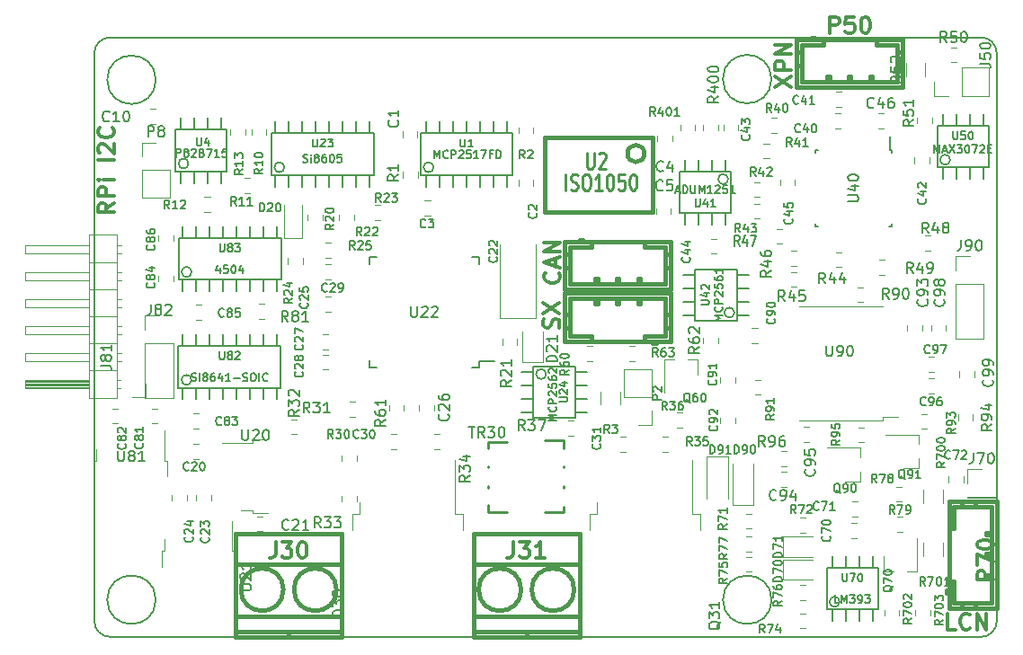
<source format=gto>
G04 #@! TF.GenerationSoftware,KiCad,Pcbnew,5.1.2-f72e74a~84~ubuntu18.04.1*
G04 #@! TF.CreationDate,2019-06-19T19:43:24+02:00*
G04 #@! TF.ProjectId,AIOR,41494f52-2e6b-4696-9361-645f70636258,V1.1*
G04 #@! TF.SameCoordinates,Original*
G04 #@! TF.FileFunction,Legend,Top*
G04 #@! TF.FilePolarity,Positive*
%FSLAX46Y46*%
G04 Gerber Fmt 4.6, Leading zero omitted, Abs format (unit mm)*
G04 Created by KiCad (PCBNEW 5.1.2-f72e74a~84~ubuntu18.04.1) date 2019-06-19 19:43:24*
%MOMM*%
%LPD*%
G04 APERTURE LIST*
%ADD10C,0.150000*%
%ADD11C,0.120000*%
%ADD12C,0.127000*%
%ADD13C,0.381000*%
%ADD14C,0.254000*%
%ADD15C,0.149860*%
%ADD16C,0.285750*%
%ADD17C,0.287020*%
%ADD18C,0.304800*%
%ADD19C,0.300000*%
G04 APERTURE END LIST*
D10*
X129500000Y-71500000D02*
X211500000Y-71500000D01*
X128000000Y-126500000D02*
X128000000Y-73000000D01*
X211500000Y-128000000D02*
X129500000Y-128000000D01*
X213000000Y-73000000D02*
X213000000Y-126500000D01*
X129500000Y-71500000D02*
G75*
G03X128000000Y-73000000I0J-1500000D01*
G01*
X128000000Y-126500000D02*
G75*
G03X129500000Y-128000000I1500000J0D01*
G01*
X211500000Y-128000000D02*
G75*
G03X213000000Y-126500000I0J1500000D01*
G01*
X213000000Y-73000000D02*
G75*
G03X211500000Y-71500000I-1500000J0D01*
G01*
D11*
X148083200Y-88181548D02*
X148083200Y-88704052D01*
X149503200Y-88181548D02*
X149503200Y-88704052D01*
X128214200Y-111398200D02*
X128214200Y-110298200D01*
X127944200Y-111398200D02*
X128214200Y-111398200D01*
X127944200Y-112898200D02*
X127944200Y-111398200D01*
X134574200Y-111398200D02*
X134574200Y-108568200D01*
X134844200Y-111398200D02*
X134574200Y-111398200D01*
X134844200Y-112898200D02*
X134844200Y-111398200D01*
X142868800Y-116057600D02*
X141768800Y-116057600D01*
X142868800Y-116327600D02*
X142868800Y-116057600D01*
X144368800Y-116327600D02*
X142868800Y-116327600D01*
X142868800Y-109697600D02*
X140038800Y-109697600D01*
X142868800Y-109427600D02*
X142868800Y-109697600D01*
X144368800Y-109427600D02*
X142868800Y-109427600D01*
X134615000Y-119881800D02*
X134615000Y-118781800D01*
X134345000Y-119881800D02*
X134615000Y-119881800D01*
X134345000Y-121381800D02*
X134345000Y-119881800D01*
X140975000Y-119881800D02*
X140975000Y-117051800D01*
X141245000Y-119881800D02*
X140975000Y-119881800D01*
X141245000Y-121381800D02*
X141245000Y-119881800D01*
X177510000Y-106089564D02*
X177510000Y-104885436D01*
X175690000Y-106089564D02*
X175690000Y-104885436D01*
X206269000Y-75151064D02*
X206269000Y-73946936D01*
X204449000Y-75151064D02*
X204449000Y-73946936D01*
X206100000Y-114155136D02*
X206100000Y-115359264D01*
X207920000Y-114155136D02*
X207920000Y-115359264D01*
X206100000Y-119158936D02*
X206100000Y-120363064D01*
X207920000Y-119158936D02*
X207920000Y-120363064D01*
X191561252Y-81490000D02*
X191038748Y-81490000D01*
X191561252Y-82910000D02*
X191038748Y-82910000D01*
X205674500Y-112080000D02*
X205674500Y-111150000D01*
X205674500Y-108920000D02*
X205674500Y-109850000D01*
X205674500Y-108920000D02*
X202514500Y-108920000D01*
X205674500Y-112080000D02*
X204214500Y-112080000D01*
X198321452Y-78665000D02*
X197798948Y-78665000D01*
X198321452Y-80085000D02*
X197798948Y-80085000D01*
D10*
X164242500Y-102584000D02*
X164242500Y-101984000D01*
X153892500Y-102584000D02*
X153892500Y-101914000D01*
X153892500Y-92234000D02*
X153892500Y-92904000D01*
X164242500Y-92234000D02*
X164242500Y-92904000D01*
X164242500Y-102584000D02*
X163572500Y-102584000D01*
X164242500Y-92234000D02*
X163572500Y-92234000D01*
X153892500Y-92234000D02*
X154562500Y-92234000D01*
X153892500Y-102584000D02*
X154562500Y-102584000D01*
X164242500Y-101984000D02*
X165717500Y-101984000D01*
D12*
X159959067Y-83744600D02*
G75*
G03X159959067Y-83744600I-472467J0D01*
G01*
X161798000Y-85573400D02*
X161798000Y-84481200D01*
X163068000Y-85573400D02*
X163068000Y-84481200D01*
X164338000Y-85573400D02*
X164338000Y-84481200D01*
X160528000Y-85573400D02*
X160528000Y-84481200D01*
X159258000Y-84481200D02*
X159258000Y-85573400D01*
X165608000Y-84481200D02*
X165608000Y-85573400D01*
X166878000Y-84481200D02*
X166878000Y-85573400D01*
X166878000Y-79426600D02*
X166878000Y-80518800D01*
X165608000Y-79426600D02*
X165608000Y-80518800D01*
X164338000Y-79426600D02*
X164338000Y-80518800D01*
X159258000Y-80518800D02*
X159258000Y-79426600D01*
X163068000Y-80518800D02*
X163068000Y-79426600D01*
X161798000Y-80518800D02*
X161798000Y-79426600D01*
X160528000Y-80518800D02*
X160528000Y-79426600D01*
X167386000Y-80518800D02*
X158750000Y-80518800D01*
X167386000Y-84481200D02*
X167386000Y-80518800D01*
X158750000Y-84481200D02*
X167386000Y-84481200D01*
X158750000Y-80518800D02*
X158750000Y-84481200D01*
D11*
X181027000Y-80764748D02*
X181027000Y-81287252D01*
X182447000Y-80764748D02*
X182447000Y-81287252D01*
X190138748Y-87174000D02*
X190661252Y-87174000D01*
X190138748Y-88594000D02*
X190661252Y-88594000D01*
D12*
X154326000Y-80518800D02*
X144674000Y-80518800D01*
X154326000Y-84481200D02*
X154326000Y-80518800D01*
X144674000Y-84481200D02*
X154326000Y-84481200D01*
X144674000Y-80518800D02*
X144674000Y-84481200D01*
X145908467Y-83744600D02*
G75*
G03X145908467Y-83744600I-472467J0D01*
G01*
X147595000Y-85573400D02*
X147595000Y-84481200D01*
X148865000Y-85573400D02*
X148865000Y-84481200D01*
X150135000Y-85573400D02*
X150135000Y-84481200D01*
X146325000Y-85573400D02*
X146325000Y-84481200D01*
X145055000Y-84481200D02*
X145055000Y-85573400D01*
X151405000Y-84481200D02*
X151405000Y-85573400D01*
X152675000Y-84481200D02*
X152675000Y-85573400D01*
X153945000Y-84481200D02*
X153945000Y-85573400D01*
X153945000Y-79426600D02*
X153945000Y-80518800D01*
X152675000Y-79426600D02*
X152675000Y-80518800D01*
X151405000Y-79426600D02*
X151405000Y-80518800D01*
X145055000Y-79426600D02*
X145055000Y-80518800D01*
X146325000Y-80518800D02*
X146325000Y-79426600D01*
X150135000Y-80518800D02*
X150135000Y-79426600D01*
X148865000Y-80518800D02*
X148865000Y-79426600D01*
X147595000Y-80518800D02*
X147595000Y-79426600D01*
D11*
X169604000Y-97915000D02*
X169604000Y-90980000D01*
X166184000Y-97915000D02*
X169604000Y-97915000D01*
X166184000Y-90980000D02*
X166184000Y-97915000D01*
D13*
X179814000Y-82455000D02*
G75*
G03X179814000Y-82455000I-800000J0D01*
G01*
X180614000Y-87955000D02*
X180614000Y-80955000D01*
X180614000Y-80955000D02*
X170414000Y-80955000D01*
X170414000Y-80955000D02*
X170414000Y-87955000D01*
X170414000Y-87955000D02*
X180614000Y-87955000D01*
D11*
X132464500Y-81410500D02*
X133794500Y-81410500D01*
X132464500Y-82740500D02*
X132464500Y-81410500D01*
X132464500Y-84010500D02*
X135124500Y-84010500D01*
X135124500Y-84010500D02*
X135124500Y-86610500D01*
X132464500Y-84010500D02*
X132464500Y-86610500D01*
X132464500Y-86610500D02*
X135124500Y-86610500D01*
D10*
X191770000Y-75438000D02*
G75*
G03X191770000Y-75438000I-2286000J0D01*
G01*
X133786000Y-75500000D02*
G75*
G03X133786000Y-75500000I-2286000J0D01*
G01*
X191786000Y-124500000D02*
G75*
G03X191786000Y-124500000I-2286000J0D01*
G01*
X133786000Y-124500000D02*
G75*
G03X133786000Y-124500000I-2286000J0D01*
G01*
D11*
X157024000Y-80383748D02*
X157024000Y-80906252D01*
X158444000Y-80383748D02*
X158444000Y-80906252D01*
X167946000Y-85478252D02*
X167946000Y-84955748D01*
X169366000Y-85478252D02*
X169366000Y-84955748D01*
X159637252Y-86869200D02*
X159114748Y-86869200D01*
X159637252Y-88289200D02*
X159114748Y-88289200D01*
X180900000Y-88145252D02*
X180900000Y-87622748D01*
X182320000Y-88145252D02*
X182320000Y-87622748D01*
X133738252Y-79640500D02*
X133215748Y-79640500D01*
X133738252Y-78220500D02*
X133215748Y-78220500D01*
X137865752Y-111263500D02*
X137343248Y-111263500D01*
X137865752Y-109843500D02*
X137343248Y-109843500D01*
X143299548Y-118058000D02*
X143822052Y-118058000D01*
X143299548Y-116638000D02*
X143822052Y-116638000D01*
X138987600Y-115145452D02*
X138987600Y-114622948D01*
X137567600Y-115145452D02*
X137567600Y-114622948D01*
X135307000Y-115145452D02*
X135307000Y-114622948D01*
X136727000Y-115145452D02*
X136727000Y-114622948D01*
X150264652Y-97357000D02*
X149742148Y-97357000D01*
X150264652Y-95937000D02*
X149742148Y-95937000D01*
X160031500Y-106164748D02*
X160031500Y-106687252D01*
X158611500Y-106164748D02*
X158611500Y-106687252D01*
X149994252Y-99493000D02*
X149471748Y-99493000D01*
X149994252Y-100913000D02*
X149471748Y-100913000D01*
X149994252Y-102818000D02*
X149471748Y-102818000D01*
X149994252Y-101398000D02*
X149471748Y-101398000D01*
X150248252Y-92889000D02*
X149725748Y-92889000D01*
X150248252Y-94309000D02*
X149725748Y-94309000D01*
X156471252Y-110311000D02*
X155948748Y-110311000D01*
X156471252Y-108891000D02*
X155948748Y-108891000D01*
X178061252Y-109145000D02*
X177538748Y-109145000D01*
X178061252Y-110565000D02*
X177538748Y-110565000D01*
X198339452Y-78027600D02*
X197816948Y-78027600D01*
X198339452Y-76607600D02*
X197816948Y-76607600D01*
X205207800Y-82831148D02*
X205207800Y-83353652D01*
X206627800Y-82831148D02*
X206627800Y-83353652D01*
X188670000Y-80271252D02*
X188670000Y-79748748D01*
X187250000Y-80271252D02*
X187250000Y-79748748D01*
X186570252Y-91896000D02*
X186047748Y-91896000D01*
X186570252Y-90476000D02*
X186047748Y-90476000D01*
X194004000Y-85402052D02*
X194004000Y-84879548D01*
X192584000Y-85402052D02*
X192584000Y-84879548D01*
X201795748Y-78665000D02*
X202318252Y-78665000D01*
X201795748Y-80085000D02*
X202318252Y-80085000D01*
X199778252Y-117273000D02*
X199255748Y-117273000D01*
X199778252Y-118693000D02*
X199255748Y-118693000D01*
X199905252Y-116661000D02*
X199382748Y-116661000D01*
X199905252Y-115241000D02*
X199382748Y-115241000D01*
X208459000Y-113418252D02*
X208459000Y-112895748D01*
X209879000Y-113418252D02*
X209879000Y-112895748D01*
X133928752Y-107898000D02*
X133406248Y-107898000D01*
X133928752Y-106478000D02*
X133406248Y-106478000D01*
X129659748Y-107898000D02*
X130182252Y-107898000D01*
X129659748Y-106478000D02*
X130182252Y-106478000D01*
X137292448Y-106960600D02*
X137814952Y-106960600D01*
X137292448Y-108380600D02*
X137814952Y-108380600D01*
X135457000Y-94495252D02*
X135457000Y-93972748D01*
X134037000Y-94495252D02*
X134037000Y-93972748D01*
X137533748Y-98119000D02*
X138056252Y-98119000D01*
X137533748Y-96699000D02*
X138056252Y-96699000D01*
X135457000Y-90162748D02*
X135457000Y-90685252D01*
X134037000Y-90162748D02*
X134037000Y-90685252D01*
X190456452Y-98908800D02*
X189933948Y-98908800D01*
X190456452Y-100328800D02*
X189933948Y-100328800D01*
X186970600Y-103548548D02*
X186970600Y-104071052D01*
X188390600Y-103548548D02*
X188390600Y-104071052D01*
X188390600Y-107374948D02*
X188390600Y-107897452D01*
X186970600Y-107374948D02*
X186970600Y-107897452D01*
X204585500Y-99130752D02*
X204585500Y-98608248D01*
X206005500Y-99130752D02*
X206005500Y-98608248D01*
X192715248Y-112447000D02*
X193237752Y-112447000D01*
X192715248Y-113867000D02*
X193237752Y-113867000D01*
X195333252Y-109612500D02*
X194810748Y-109612500D01*
X195333252Y-108192500D02*
X194810748Y-108192500D01*
X206545548Y-105027800D02*
X207068052Y-105027800D01*
X206545548Y-103607800D02*
X207068052Y-103607800D01*
X206545548Y-103021200D02*
X207068052Y-103021200D01*
X206545548Y-101601200D02*
X207068052Y-101601200D01*
X208228000Y-98608248D02*
X208228000Y-99130752D01*
X206808000Y-98608248D02*
X206808000Y-99130752D01*
X210895000Y-103512252D02*
X210895000Y-102989748D01*
X209475000Y-103512252D02*
X209475000Y-102989748D01*
X145885800Y-90444400D02*
X147585800Y-90444400D01*
X147585800Y-90444400D02*
X147585800Y-87294400D01*
X145885800Y-90444400D02*
X145885800Y-87294400D01*
X170251000Y-102063000D02*
X170251000Y-99203000D01*
X168331000Y-102063000D02*
X170251000Y-102063000D01*
X168331000Y-99203000D02*
X168331000Y-102063000D01*
X195691000Y-120706000D02*
X192831000Y-120706000D01*
X192831000Y-120706000D02*
X192831000Y-122626000D01*
X192831000Y-122626000D02*
X195691000Y-122626000D01*
X195691000Y-118547000D02*
X192831000Y-118547000D01*
X192831000Y-118547000D02*
X192831000Y-120467000D01*
X192831000Y-120467000D02*
X195691000Y-120467000D01*
X188103000Y-115534000D02*
X190103000Y-115534000D01*
X190103000Y-115534000D02*
X190103000Y-111634000D01*
X188103000Y-115534000D02*
X188103000Y-111634000D01*
X187690000Y-111034000D02*
X187690000Y-114934000D01*
X185690000Y-111034000D02*
X185690000Y-114934000D01*
X187690000Y-111034000D02*
X185690000Y-111034000D01*
X212277000Y-77022000D02*
X212277000Y-74362000D01*
X209677000Y-77022000D02*
X212277000Y-77022000D01*
X209677000Y-74362000D02*
X212277000Y-74362000D01*
X209677000Y-77022000D02*
X209677000Y-74362000D01*
X208407000Y-77022000D02*
X207077000Y-77022000D01*
X207077000Y-77022000D02*
X207077000Y-75692000D01*
X210252000Y-114868000D02*
X212912000Y-114868000D01*
X210252000Y-114808000D02*
X210252000Y-114868000D01*
X212912000Y-114808000D02*
X212912000Y-114868000D01*
X210252000Y-114808000D02*
X212912000Y-114808000D01*
X210252000Y-113538000D02*
X210252000Y-112208000D01*
X210252000Y-112208000D02*
X211582000Y-112208000D01*
X130132000Y-105470000D02*
X130132000Y-90110000D01*
X130132000Y-90110000D02*
X127472000Y-90110000D01*
X127472000Y-90110000D02*
X127472000Y-105470000D01*
X127472000Y-105470000D02*
X130132000Y-105470000D01*
X127472000Y-104520000D02*
X121472000Y-104520000D01*
X121472000Y-104520000D02*
X121472000Y-103760000D01*
X121472000Y-103760000D02*
X127472000Y-103760000D01*
X127472000Y-104460000D02*
X121472000Y-104460000D01*
X127472000Y-104340000D02*
X121472000Y-104340000D01*
X127472000Y-104220000D02*
X121472000Y-104220000D01*
X127472000Y-104100000D02*
X121472000Y-104100000D01*
X127472000Y-103980000D02*
X121472000Y-103980000D01*
X127472000Y-103860000D02*
X121472000Y-103860000D01*
X130462000Y-104520000D02*
X130132000Y-104520000D01*
X130462000Y-103760000D02*
X130132000Y-103760000D01*
X130132000Y-102870000D02*
X127472000Y-102870000D01*
X127472000Y-101980000D02*
X121472000Y-101980000D01*
X121472000Y-101980000D02*
X121472000Y-101220000D01*
X121472000Y-101220000D02*
X127472000Y-101220000D01*
X130529071Y-101980000D02*
X130132000Y-101980000D01*
X130529071Y-101220000D02*
X130132000Y-101220000D01*
X130132000Y-100330000D02*
X127472000Y-100330000D01*
X127472000Y-99440000D02*
X121472000Y-99440000D01*
X121472000Y-99440000D02*
X121472000Y-98680000D01*
X121472000Y-98680000D02*
X127472000Y-98680000D01*
X130529071Y-99440000D02*
X130132000Y-99440000D01*
X130529071Y-98680000D02*
X130132000Y-98680000D01*
X130132000Y-97790000D02*
X127472000Y-97790000D01*
X127472000Y-96900000D02*
X121472000Y-96900000D01*
X121472000Y-96900000D02*
X121472000Y-96140000D01*
X121472000Y-96140000D02*
X127472000Y-96140000D01*
X130529071Y-96900000D02*
X130132000Y-96900000D01*
X130529071Y-96140000D02*
X130132000Y-96140000D01*
X130132000Y-95250000D02*
X127472000Y-95250000D01*
X127472000Y-94360000D02*
X121472000Y-94360000D01*
X121472000Y-94360000D02*
X121472000Y-93600000D01*
X121472000Y-93600000D02*
X127472000Y-93600000D01*
X130529071Y-94360000D02*
X130132000Y-94360000D01*
X130529071Y-93600000D02*
X130132000Y-93600000D01*
X130132000Y-92710000D02*
X127472000Y-92710000D01*
X127472000Y-91820000D02*
X121472000Y-91820000D01*
X121472000Y-91820000D02*
X121472000Y-91060000D01*
X121472000Y-91060000D02*
X127472000Y-91060000D01*
X130529071Y-91820000D02*
X130132000Y-91820000D01*
X130529071Y-91060000D02*
X130132000Y-91060000D01*
X132842000Y-104140000D02*
X132842000Y-105410000D01*
X132842000Y-105410000D02*
X131572000Y-105410000D01*
X132782000Y-97730000D02*
X134112000Y-97730000D01*
X132782000Y-99060000D02*
X132782000Y-97730000D01*
X132782000Y-100330000D02*
X135442000Y-100330000D01*
X135442000Y-100330000D02*
X135442000Y-105470000D01*
X132782000Y-100330000D02*
X132782000Y-105470000D01*
X132782000Y-105470000D02*
X135442000Y-105470000D01*
X209109000Y-99882000D02*
X211769000Y-99882000D01*
X209109000Y-94742000D02*
X209109000Y-99882000D01*
X211769000Y-94742000D02*
X211769000Y-99882000D01*
X209109000Y-94742000D02*
X211769000Y-94742000D01*
X209109000Y-93472000D02*
X209109000Y-92142000D01*
X209109000Y-92142000D02*
X210439000Y-92142000D01*
X180527000Y-108010000D02*
X179197000Y-108010000D01*
X180527000Y-106680000D02*
X180527000Y-108010000D01*
X180527000Y-105410000D02*
X177867000Y-105410000D01*
X177867000Y-105410000D02*
X177867000Y-102810000D01*
X180527000Y-105410000D02*
X180527000Y-102810000D01*
X180527000Y-102810000D02*
X177867000Y-102810000D01*
X184841000Y-101856000D02*
X184841000Y-103316000D01*
X181681000Y-101856000D02*
X181681000Y-105016000D01*
X181681000Y-101856000D02*
X182611000Y-101856000D01*
X184841000Y-101856000D02*
X183911000Y-101856000D01*
X202331200Y-121867200D02*
X203261200Y-121867200D01*
X205491200Y-121867200D02*
X204561200Y-121867200D01*
X205491200Y-121867200D02*
X205491200Y-118707200D01*
X202331200Y-121867200D02*
X202331200Y-120407200D01*
X200160000Y-113340000D02*
X198700000Y-113340000D01*
X200160000Y-110180000D02*
X197000000Y-110180000D01*
X200160000Y-110180000D02*
X200160000Y-111110000D01*
X200160000Y-113340000D02*
X200160000Y-112410000D01*
X158507500Y-84716252D02*
X158507500Y-84193748D01*
X157087500Y-84716252D02*
X157087500Y-84193748D01*
X169366000Y-80525252D02*
X169366000Y-80002748D01*
X167946000Y-80525252D02*
X167946000Y-80002748D01*
X142800000Y-80677652D02*
X142800000Y-80155148D01*
X144220000Y-80677652D02*
X144220000Y-80155148D01*
X142653652Y-86155600D02*
X142131148Y-86155600D01*
X142653652Y-84735600D02*
X142131148Y-84735600D01*
X138894452Y-87933600D02*
X138371948Y-87933600D01*
X138894452Y-86513600D02*
X138371948Y-86513600D01*
X142238800Y-80677652D02*
X142238800Y-80155148D01*
X140818800Y-80677652D02*
X140818800Y-80155148D01*
X167842000Y-99941748D02*
X167842000Y-100464252D01*
X166422000Y-99941748D02*
X166422000Y-100464252D01*
X151029600Y-88729452D02*
X151029600Y-88206948D01*
X152449600Y-88729452D02*
X152449600Y-88206948D01*
X154424748Y-88746400D02*
X154947252Y-88746400D01*
X154424748Y-87326400D02*
X154947252Y-87326400D01*
X146229000Y-92321748D02*
X146229000Y-92844252D01*
X147649000Y-92321748D02*
X147649000Y-92844252D01*
X149725748Y-92277000D02*
X150248252Y-92277000D01*
X149725748Y-90857000D02*
X150248252Y-90857000D01*
X152703600Y-110927248D02*
X152703600Y-111449752D01*
X151283600Y-110927248D02*
X151283600Y-111449752D01*
X152585052Y-107288400D02*
X152062548Y-107288400D01*
X152585052Y-105868400D02*
X152062548Y-105868400D01*
X147038852Y-107494000D02*
X146516348Y-107494000D01*
X147038852Y-108914000D02*
X146516348Y-108914000D01*
X152703600Y-115221652D02*
X152703600Y-114699148D01*
X151283600Y-115221652D02*
X151283600Y-114699148D01*
X160012748Y-108891000D02*
X160535252Y-108891000D01*
X160012748Y-110311000D02*
X160535252Y-110311000D01*
X181475748Y-110565000D02*
X181998252Y-110565000D01*
X181475748Y-109145000D02*
X181998252Y-109145000D01*
X183395252Y-106859000D02*
X182872748Y-106859000D01*
X183395252Y-108279000D02*
X182872748Y-108279000D01*
X172585748Y-107621000D02*
X173108252Y-107621000D01*
X172585748Y-109041000D02*
X173108252Y-109041000D01*
X192261252Y-80510000D02*
X191738748Y-80510000D01*
X192261252Y-79090000D02*
X191738748Y-79090000D01*
X190138748Y-86562000D02*
X190661252Y-86562000D01*
X190138748Y-85142000D02*
X190661252Y-85142000D01*
X197858748Y-93166000D02*
X198381252Y-93166000D01*
X197858748Y-91746000D02*
X198381252Y-91746000D01*
X194164852Y-95020200D02*
X193642348Y-95020200D01*
X194164852Y-93600200D02*
X193642348Y-93600200D01*
X194114052Y-91619000D02*
X193591548Y-91619000D01*
X194114052Y-93039000D02*
X193591548Y-93039000D01*
X192761252Y-90956200D02*
X192238748Y-90956200D01*
X192761252Y-89536200D02*
X192238748Y-89536200D01*
X206788652Y-90145800D02*
X206266148Y-90145800D01*
X206788652Y-91565800D02*
X206266148Y-91565800D01*
X202445252Y-92457200D02*
X201922748Y-92457200D01*
X202445252Y-93877200D02*
X201922748Y-93877200D01*
X208653748Y-72442000D02*
X209176252Y-72442000D01*
X208653748Y-73862000D02*
X209176252Y-73862000D01*
X205487200Y-79610852D02*
X205487200Y-79088348D01*
X206907200Y-79610852D02*
X206907200Y-79088348D01*
X174414548Y-100610600D02*
X174937052Y-100610600D01*
X174414548Y-102030600D02*
X174937052Y-102030600D01*
X155754000Y-106687252D02*
X155754000Y-106164748D01*
X157174000Y-106687252D02*
X157174000Y-106164748D01*
X186770080Y-100311852D02*
X186770080Y-99789348D01*
X185350080Y-100311852D02*
X185350080Y-99789348D01*
X178924852Y-102030600D02*
X178402348Y-102030600D01*
X178924852Y-100610600D02*
X178402348Y-100610600D01*
X189349748Y-117804000D02*
X189872252Y-117804000D01*
X189349748Y-116384000D02*
X189872252Y-116384000D01*
X194429748Y-116765000D02*
X194952252Y-116765000D01*
X194429748Y-118185000D02*
X194952252Y-118185000D01*
X194429748Y-127202000D02*
X194952252Y-127202000D01*
X194429748Y-125782000D02*
X194952252Y-125782000D01*
X189349748Y-120448000D02*
X189872252Y-120448000D01*
X189349748Y-121868000D02*
X189872252Y-121868000D01*
X194429748Y-123115000D02*
X194952252Y-123115000D01*
X194429748Y-124535000D02*
X194952252Y-124535000D01*
X189349748Y-118543000D02*
X189872252Y-118543000D01*
X189349748Y-119963000D02*
X189872252Y-119963000D01*
X204070852Y-115264000D02*
X203548348Y-115264000D01*
X204070852Y-113844000D02*
X203548348Y-113844000D01*
X204121652Y-116688800D02*
X203599148Y-116688800D01*
X204121652Y-118108800D02*
X203599148Y-118108800D01*
X143502748Y-96635500D02*
X144025252Y-96635500D01*
X143502748Y-98055500D02*
X144025252Y-98055500D01*
X200413252Y-95048000D02*
X199890748Y-95048000D01*
X200413252Y-96468000D02*
X199890748Y-96468000D01*
X190264148Y-105180200D02*
X190786652Y-105180200D01*
X190264148Y-103760200D02*
X190786652Y-103760200D01*
X206407652Y-106986000D02*
X205885148Y-106986000D01*
X206407652Y-108406000D02*
X205885148Y-108406000D01*
X209348000Y-107576252D02*
X209348000Y-107053748D01*
X210768000Y-107576252D02*
X210768000Y-107053748D01*
X199954248Y-109676000D02*
X200476752Y-109676000D01*
X199954248Y-108256000D02*
X200476752Y-108256000D01*
X192715248Y-110478500D02*
X193237752Y-110478500D01*
X192715248Y-111898500D02*
X193237752Y-111898500D01*
X185319600Y-79748748D02*
X185319600Y-80271252D01*
X186739600Y-79748748D02*
X186739600Y-80271252D01*
X183186000Y-79748748D02*
X183186000Y-80271252D01*
X184606000Y-79748748D02*
X184606000Y-80271252D01*
X202388400Y-125991252D02*
X202388400Y-125468748D01*
X203808400Y-125991252D02*
X203808400Y-125468748D01*
X205347500Y-125468748D02*
X205347500Y-125991252D01*
X206767500Y-125468748D02*
X206767500Y-125991252D01*
D14*
X172212000Y-112014000D02*
X172212000Y-111887000D01*
X165100000Y-112014000D02*
X165100000Y-111887000D01*
X165100000Y-113919000D02*
X165100000Y-113792000D01*
X172212000Y-113919000D02*
X172212000Y-113792000D01*
X170434000Y-116205000D02*
X172212000Y-116205000D01*
X172212000Y-116205000D02*
X172212000Y-115697000D01*
X165100000Y-115570000D02*
X165100000Y-116205000D01*
X165100000Y-116205000D02*
X166878000Y-116205000D01*
X166878000Y-109601000D02*
X165100000Y-109601000D01*
X165100000Y-109601000D02*
X165100000Y-110236000D01*
X172212000Y-110236000D02*
X172212000Y-109474000D01*
X172212000Y-109474000D02*
X170434000Y-109474000D01*
D12*
X136870467Y-83388200D02*
G75*
G03X136870467Y-83388200I-472467J0D01*
G01*
X136169400Y-85217000D02*
X136169400Y-84124800D01*
X137439400Y-85217000D02*
X137439400Y-84124800D01*
X138709400Y-85217000D02*
X138709400Y-84124800D01*
X139979400Y-84124800D02*
X139979400Y-85217000D01*
X139979400Y-79070200D02*
X139979400Y-80162400D01*
X138709400Y-80162400D02*
X138709400Y-79070200D01*
X137439400Y-80162400D02*
X137439400Y-79070200D01*
X136169400Y-80162400D02*
X136169400Y-79070200D01*
X140487400Y-80162400D02*
X135661400Y-80162400D01*
X140487400Y-84124800D02*
X140487400Y-80162400D01*
X135661400Y-84124800D02*
X140487400Y-84124800D01*
X135661400Y-80162400D02*
X135661400Y-84124800D01*
X170550867Y-103225600D02*
G75*
G03X170550867Y-103225600I-472467J0D01*
G01*
X168249600Y-102997000D02*
X169341800Y-102997000D01*
X168249600Y-104267000D02*
X169341800Y-104267000D01*
X168249600Y-105537000D02*
X169341800Y-105537000D01*
X169341800Y-106807000D02*
X168249600Y-106807000D01*
X174396400Y-106807000D02*
X173304200Y-106807000D01*
X173304200Y-105537000D02*
X174396400Y-105537000D01*
X173304200Y-104267000D02*
X174396400Y-104267000D01*
X173304200Y-102997000D02*
X174396400Y-102997000D01*
X173304200Y-107315000D02*
X173304200Y-102489000D01*
X169341800Y-107315000D02*
X173304200Y-107315000D01*
X169341800Y-102489000D02*
X169341800Y-107315000D01*
X173304200Y-102489000D02*
X169341800Y-102489000D01*
D10*
X203142000Y-82100000D02*
X202917000Y-82100000D01*
X203142000Y-89350000D02*
X202842000Y-89350000D01*
X195892000Y-89350000D02*
X196192000Y-89350000D01*
X195892000Y-82100000D02*
X196192000Y-82100000D01*
X203142000Y-82100000D02*
X203142000Y-82400000D01*
X195892000Y-82100000D02*
X195892000Y-82400000D01*
X195892000Y-89350000D02*
X195892000Y-89050000D01*
X203142000Y-89350000D02*
X203142000Y-89050000D01*
X202917000Y-82100000D02*
X202917000Y-80875000D01*
D12*
X187960000Y-88087200D02*
X187960000Y-84124800D01*
X187960000Y-84124800D02*
X183134000Y-84124800D01*
X183134000Y-84124800D02*
X183134000Y-88087200D01*
X183134000Y-88087200D02*
X187960000Y-88087200D01*
X187452000Y-88087200D02*
X187452000Y-89179400D01*
X186182000Y-88087200D02*
X186182000Y-89179400D01*
X184912000Y-88087200D02*
X184912000Y-89179400D01*
X183642000Y-89179400D02*
X183642000Y-88087200D01*
X183642000Y-84124800D02*
X183642000Y-83032600D01*
X184912000Y-83032600D02*
X184912000Y-84124800D01*
X186182000Y-83032600D02*
X186182000Y-84124800D01*
X187452000Y-83032600D02*
X187452000Y-84124800D01*
X187695867Y-84861400D02*
G75*
G03X187695867Y-84861400I-472467J0D01*
G01*
X188280067Y-97434400D02*
G75*
G03X188280067Y-97434400I-472467J0D01*
G01*
X189636400Y-97663000D02*
X188544200Y-97663000D01*
X189636400Y-96393000D02*
X188544200Y-96393000D01*
X189636400Y-95123000D02*
X188544200Y-95123000D01*
X188544200Y-93853000D02*
X189636400Y-93853000D01*
X183489600Y-93853000D02*
X184581800Y-93853000D01*
X184581800Y-95123000D02*
X183489600Y-95123000D01*
X184581800Y-96393000D02*
X183489600Y-96393000D01*
X184581800Y-97663000D02*
X183489600Y-97663000D01*
X184581800Y-93345000D02*
X184581800Y-98171000D01*
X188544200Y-93345000D02*
X184581800Y-93345000D01*
X188544200Y-98171000D02*
X188544200Y-93345000D01*
X184581800Y-98171000D02*
X188544200Y-98171000D01*
X207391000Y-79806800D02*
X207391000Y-83769200D01*
X207391000Y-83769200D02*
X212217000Y-83769200D01*
X212217000Y-83769200D02*
X212217000Y-79806800D01*
X212217000Y-79806800D02*
X207391000Y-79806800D01*
X207899000Y-79806800D02*
X207899000Y-78714600D01*
X209169000Y-79806800D02*
X209169000Y-78714600D01*
X210439000Y-79806800D02*
X210439000Y-78714600D01*
X211709000Y-78714600D02*
X211709000Y-79806800D01*
X211709000Y-83769200D02*
X211709000Y-84861400D01*
X210439000Y-84861400D02*
X210439000Y-83769200D01*
X209169000Y-84861400D02*
X209169000Y-83769200D01*
X207899000Y-84861400D02*
X207899000Y-83769200D01*
X208600067Y-83032600D02*
G75*
G03X208600067Y-83032600I-472467J0D01*
G01*
X196977000Y-121462800D02*
X196977000Y-125425200D01*
X196977000Y-125425200D02*
X201803000Y-125425200D01*
X201803000Y-125425200D02*
X201803000Y-121462800D01*
X201803000Y-121462800D02*
X196977000Y-121462800D01*
X197485000Y-121462800D02*
X197485000Y-120370600D01*
X198755000Y-121462800D02*
X198755000Y-120370600D01*
X200025000Y-121462800D02*
X200025000Y-120370600D01*
X201295000Y-120370600D02*
X201295000Y-121462800D01*
X201295000Y-125425200D02*
X201295000Y-126517400D01*
X200025000Y-126517400D02*
X200025000Y-125425200D01*
X198755000Y-126517400D02*
X198755000Y-125425200D01*
X197485000Y-126517400D02*
X197485000Y-125425200D01*
X198186067Y-124688600D02*
G75*
G03X198186067Y-124688600I-472467J0D01*
G01*
X138836400Y-100558600D02*
X138836400Y-99466400D01*
X140106400Y-100558600D02*
X140106400Y-99466400D01*
X141376400Y-100558600D02*
X141376400Y-99466400D01*
X137566400Y-100558600D02*
X137566400Y-99466400D01*
X136296400Y-99466400D02*
X136296400Y-100558600D01*
X142646400Y-99466400D02*
X142646400Y-100558600D01*
X143916400Y-99466400D02*
X143916400Y-100558600D01*
X145186400Y-99466400D02*
X145186400Y-100558600D01*
X145186400Y-104521000D02*
X145186400Y-105613200D01*
X143916400Y-104521000D02*
X143916400Y-105613200D01*
X142646400Y-104521000D02*
X142646400Y-105613200D01*
X136296400Y-104521000D02*
X136296400Y-105613200D01*
X137566400Y-105613200D02*
X137566400Y-104521000D01*
X141376400Y-105613200D02*
X141376400Y-104521000D01*
X140106400Y-105613200D02*
X140106400Y-104521000D01*
X138836400Y-105613200D02*
X138836400Y-104521000D01*
X137149867Y-103784400D02*
G75*
G03X137149867Y-103784400I-472467J0D01*
G01*
X135915400Y-100558600D02*
X135915400Y-104521000D01*
X135915400Y-104521000D02*
X145567400Y-104521000D01*
X145567400Y-104521000D02*
X145567400Y-100558600D01*
X145567400Y-100558600D02*
X135915400Y-100558600D01*
X145580100Y-90385900D02*
X135928100Y-90385900D01*
X145580100Y-94348300D02*
X145580100Y-90385900D01*
X135928100Y-94348300D02*
X145580100Y-94348300D01*
X135928100Y-90385900D02*
X135928100Y-94348300D01*
X137162567Y-93611700D02*
G75*
G03X137162567Y-93611700I-472467J0D01*
G01*
X138849100Y-95440500D02*
X138849100Y-94348300D01*
X140119100Y-95440500D02*
X140119100Y-94348300D01*
X141389100Y-95440500D02*
X141389100Y-94348300D01*
X137579100Y-95440500D02*
X137579100Y-94348300D01*
X136309100Y-94348300D02*
X136309100Y-95440500D01*
X142659100Y-94348300D02*
X142659100Y-95440500D01*
X143929100Y-94348300D02*
X143929100Y-95440500D01*
X145199100Y-94348300D02*
X145199100Y-95440500D01*
X145199100Y-89293700D02*
X145199100Y-90385900D01*
X143929100Y-89293700D02*
X143929100Y-90385900D01*
X142659100Y-89293700D02*
X142659100Y-90385900D01*
X136309100Y-89293700D02*
X136309100Y-90385900D01*
X137579100Y-90385900D02*
X137579100Y-89293700D01*
X141389100Y-90385900D02*
X141389100Y-89293700D01*
X140119100Y-90385900D02*
X140119100Y-89293700D01*
X138849100Y-90385900D02*
X138849100Y-89293700D01*
D11*
X202260500Y-96835000D02*
X194360500Y-96835000D01*
X202260500Y-107635000D02*
X194360500Y-107635000D01*
X202260500Y-107235000D02*
X203660500Y-107235000D01*
X202260500Y-107635000D02*
X202260500Y-107235000D01*
X162680000Y-117930000D02*
X162680000Y-116430000D01*
X162680000Y-116430000D02*
X161990000Y-116430000D01*
X161990000Y-116430000D02*
X161990000Y-111305000D01*
X152280000Y-117930000D02*
X152280000Y-116430000D01*
X152280000Y-116430000D02*
X152970000Y-116430000D01*
X152970000Y-116430000D02*
X152970000Y-115330000D01*
X175322000Y-116430000D02*
X175322000Y-115330000D01*
X174632000Y-116430000D02*
X175322000Y-116430000D01*
X174632000Y-117930000D02*
X174632000Y-116430000D01*
X184342000Y-116430000D02*
X184342000Y-111305000D01*
X185032000Y-116430000D02*
X184342000Y-116430000D01*
X185032000Y-117930000D02*
X185032000Y-116430000D01*
D13*
X146304000Y-127544000D02*
X146304000Y-128044000D01*
X150804000Y-123544000D02*
G75*
G03X150804000Y-123544000I-2000000J0D01*
G01*
X145804000Y-123544000D02*
G75*
G03X145804000Y-123544000I-2000000J0D01*
G01*
X141304000Y-126044000D02*
X151304000Y-126044000D01*
X141304000Y-121144000D02*
X151304000Y-121144000D01*
X141304000Y-127544000D02*
X151304000Y-127544000D01*
X141304000Y-128044000D02*
X151304000Y-128044000D01*
X151304000Y-128044000D02*
X151304000Y-118244000D01*
X151304000Y-118244000D02*
X141304000Y-118244000D01*
X141304000Y-118244000D02*
X141304000Y-128044000D01*
X163696000Y-118244000D02*
X163696000Y-128044000D01*
X173696000Y-118244000D02*
X163696000Y-118244000D01*
X173696000Y-128044000D02*
X173696000Y-118244000D01*
X163696000Y-128044000D02*
X173696000Y-128044000D01*
X163696000Y-127544000D02*
X173696000Y-127544000D01*
X163696000Y-121144000D02*
X173696000Y-121144000D01*
X163696000Y-126044000D02*
X173696000Y-126044000D01*
X168196000Y-123544000D02*
G75*
G03X168196000Y-123544000I-2000000J0D01*
G01*
X173196000Y-123544000D02*
G75*
G03X173196000Y-123544000I-2000000J0D01*
G01*
X168696000Y-127544000D02*
X168696000Y-128044000D01*
X173690280Y-90556080D02*
X173690280Y-90756740D01*
X173990000Y-90556080D02*
X173690280Y-90556080D01*
X173990000Y-90756740D02*
X173990000Y-90556080D01*
X182293260Y-90756740D02*
X182293260Y-95255080D01*
X172290740Y-90756740D02*
X172290740Y-95255080D01*
X179793900Y-91257120D02*
X179793900Y-90756740D01*
X181792880Y-91257120D02*
X179793900Y-91257120D01*
X181792880Y-94757240D02*
X181792880Y-91257120D01*
X172791120Y-91257120D02*
X172791120Y-94757240D01*
X174790100Y-91257120D02*
X172791120Y-91257120D01*
X174790100Y-90756740D02*
X174790100Y-91257120D01*
X172791120Y-91955620D02*
X172290740Y-91955620D01*
X172791120Y-93256100D02*
X172290740Y-93256100D01*
X181792880Y-93256100D02*
X182293260Y-93256100D01*
X182293260Y-91955620D02*
X181792880Y-91955620D01*
X179390040Y-94256860D02*
X179390040Y-94757240D01*
X179191920Y-94256860D02*
X179390040Y-94256860D01*
X179191920Y-94757240D02*
X179191920Y-94256860D01*
X175191420Y-94757240D02*
X175191420Y-94256860D01*
X175191420Y-94256860D02*
X175389540Y-94256860D01*
X175389540Y-94256860D02*
X175389540Y-94757240D01*
X172290740Y-90756740D02*
X182293260Y-90756740D01*
X181792880Y-94757240D02*
X172791120Y-94757240D01*
X172290740Y-95255080D02*
X182293260Y-95255080D01*
X177192940Y-94757240D02*
X177192940Y-94256860D01*
X177192940Y-94256860D02*
X177391060Y-94256860D01*
X177391060Y-94256860D02*
X177391060Y-94757240D01*
X199235060Y-75206860D02*
X199235060Y-75707240D01*
X199036940Y-75206860D02*
X199235060Y-75206860D01*
X199036940Y-75707240D02*
X199036940Y-75206860D01*
X194134740Y-76205080D02*
X204137260Y-76205080D01*
X203636880Y-75707240D02*
X194635120Y-75707240D01*
X194134740Y-71706740D02*
X204137260Y-71706740D01*
X197233540Y-75206860D02*
X197233540Y-75707240D01*
X197035420Y-75206860D02*
X197233540Y-75206860D01*
X197035420Y-75707240D02*
X197035420Y-75206860D01*
X201035920Y-75707240D02*
X201035920Y-75206860D01*
X201035920Y-75206860D02*
X201234040Y-75206860D01*
X201234040Y-75206860D02*
X201234040Y-75707240D01*
X204137260Y-72905620D02*
X203636880Y-72905620D01*
X203636880Y-74206100D02*
X204137260Y-74206100D01*
X194635120Y-74206100D02*
X194134740Y-74206100D01*
X194635120Y-72905620D02*
X194134740Y-72905620D01*
X196634100Y-71706740D02*
X196634100Y-72207120D01*
X196634100Y-72207120D02*
X194635120Y-72207120D01*
X194635120Y-72207120D02*
X194635120Y-75707240D01*
X203636880Y-75707240D02*
X203636880Y-72207120D01*
X203636880Y-72207120D02*
X201637900Y-72207120D01*
X201637900Y-72207120D02*
X201637900Y-71706740D01*
X194134740Y-71706740D02*
X194134740Y-76205080D01*
X204137260Y-71706740D02*
X204137260Y-76205080D01*
X195834000Y-71706740D02*
X195834000Y-71506080D01*
X195834000Y-71506080D02*
X195534280Y-71506080D01*
X195534280Y-71506080D02*
X195534280Y-71706740D01*
X180893720Y-100324920D02*
X180893720Y-100124260D01*
X180594000Y-100324920D02*
X180893720Y-100324920D01*
X180594000Y-100124260D02*
X180594000Y-100324920D01*
X172290740Y-100124260D02*
X172290740Y-95625920D01*
X182293260Y-100124260D02*
X182293260Y-95625920D01*
X174790100Y-99623880D02*
X174790100Y-100124260D01*
X172791120Y-99623880D02*
X174790100Y-99623880D01*
X172791120Y-96123760D02*
X172791120Y-99623880D01*
X181792880Y-99623880D02*
X181792880Y-96123760D01*
X179793900Y-99623880D02*
X181792880Y-99623880D01*
X179793900Y-100124260D02*
X179793900Y-99623880D01*
X181792880Y-98925380D02*
X182293260Y-98925380D01*
X181792880Y-97624900D02*
X182293260Y-97624900D01*
X172791120Y-97624900D02*
X172290740Y-97624900D01*
X172290740Y-98925380D02*
X172791120Y-98925380D01*
X175193960Y-96624140D02*
X175193960Y-96123760D01*
X175392080Y-96624140D02*
X175193960Y-96624140D01*
X175392080Y-96123760D02*
X175392080Y-96624140D01*
X179392580Y-96123760D02*
X179392580Y-96624140D01*
X179392580Y-96624140D02*
X179194460Y-96624140D01*
X179194460Y-96624140D02*
X179194460Y-96123760D01*
X182293260Y-100124260D02*
X172290740Y-100124260D01*
X172791120Y-96123760D02*
X181792880Y-96123760D01*
X182293260Y-95625920D02*
X172290740Y-95625920D01*
X177391060Y-96123760D02*
X177391060Y-96624140D01*
X177391060Y-96624140D02*
X177192940Y-96624140D01*
X177192940Y-96624140D02*
X177192940Y-96123760D01*
X211985860Y-120169940D02*
X212486240Y-120169940D01*
X211985860Y-120368060D02*
X211985860Y-120169940D01*
X212486240Y-120368060D02*
X211985860Y-120368060D01*
X212984080Y-125270260D02*
X212984080Y-115267740D01*
X212486240Y-115768120D02*
X212486240Y-124769880D01*
X208485740Y-125270260D02*
X208485740Y-115267740D01*
X211985860Y-122171460D02*
X212486240Y-122171460D01*
X211985860Y-122369580D02*
X211985860Y-122171460D01*
X212486240Y-122369580D02*
X211985860Y-122369580D01*
X212486240Y-118369080D02*
X211985860Y-118369080D01*
X211985860Y-118369080D02*
X211985860Y-118170960D01*
X211985860Y-118170960D02*
X212486240Y-118170960D01*
X209684620Y-115267740D02*
X209684620Y-115768120D01*
X210985100Y-115768120D02*
X210985100Y-115267740D01*
X210985100Y-124769880D02*
X210985100Y-125270260D01*
X209684620Y-124769880D02*
X209684620Y-125270260D01*
X208485740Y-122770900D02*
X208986120Y-122770900D01*
X208986120Y-122770900D02*
X208986120Y-124769880D01*
X208986120Y-124769880D02*
X212486240Y-124769880D01*
X212486240Y-115768120D02*
X208986120Y-115768120D01*
X208986120Y-115768120D02*
X208986120Y-117767100D01*
X208986120Y-117767100D02*
X208485740Y-117767100D01*
X208485740Y-125270260D02*
X212984080Y-125270260D01*
X208485740Y-115267740D02*
X212984080Y-115267740D01*
X208485740Y-123571000D02*
X208285080Y-123571000D01*
X208285080Y-123571000D02*
X208285080Y-123870720D01*
X208285080Y-123870720D02*
X208485740Y-123870720D01*
D10*
X150552104Y-89109485D02*
X150171152Y-89376152D01*
X150552104Y-89566628D02*
X149752104Y-89566628D01*
X149752104Y-89261866D01*
X149790200Y-89185676D01*
X149828295Y-89147580D01*
X149904485Y-89109485D01*
X150018771Y-89109485D01*
X150094961Y-89147580D01*
X150133057Y-89185676D01*
X150171152Y-89261866D01*
X150171152Y-89566628D01*
X149828295Y-88804723D02*
X149790200Y-88766628D01*
X149752104Y-88690438D01*
X149752104Y-88499961D01*
X149790200Y-88423771D01*
X149828295Y-88385676D01*
X149904485Y-88347580D01*
X149980676Y-88347580D01*
X150094961Y-88385676D01*
X150552104Y-88842819D01*
X150552104Y-88347580D01*
X149752104Y-87852342D02*
X149752104Y-87776152D01*
X149790200Y-87699961D01*
X149828295Y-87661866D01*
X149904485Y-87623771D01*
X150056866Y-87585676D01*
X150247342Y-87585676D01*
X150399723Y-87623771D01*
X150475914Y-87661866D01*
X150514009Y-87699961D01*
X150552104Y-87776152D01*
X150552104Y-87852342D01*
X150514009Y-87928533D01*
X150475914Y-87966628D01*
X150399723Y-88004723D01*
X150247342Y-88042819D01*
X150056866Y-88042819D01*
X149904485Y-88004723D01*
X149828295Y-87966628D01*
X149790200Y-87928533D01*
X149752104Y-87852342D01*
X130232304Y-110450380D02*
X130232304Y-111259904D01*
X130279923Y-111355142D01*
X130327542Y-111402761D01*
X130422780Y-111450380D01*
X130613257Y-111450380D01*
X130708495Y-111402761D01*
X130756114Y-111355142D01*
X130803733Y-111259904D01*
X130803733Y-110450380D01*
X131422780Y-110878952D02*
X131327542Y-110831333D01*
X131279923Y-110783714D01*
X131232304Y-110688476D01*
X131232304Y-110640857D01*
X131279923Y-110545619D01*
X131327542Y-110498000D01*
X131422780Y-110450380D01*
X131613257Y-110450380D01*
X131708495Y-110498000D01*
X131756114Y-110545619D01*
X131803733Y-110640857D01*
X131803733Y-110688476D01*
X131756114Y-110783714D01*
X131708495Y-110831333D01*
X131613257Y-110878952D01*
X131422780Y-110878952D01*
X131327542Y-110926571D01*
X131279923Y-110974190D01*
X131232304Y-111069428D01*
X131232304Y-111259904D01*
X131279923Y-111355142D01*
X131327542Y-111402761D01*
X131422780Y-111450380D01*
X131613257Y-111450380D01*
X131708495Y-111402761D01*
X131756114Y-111355142D01*
X131803733Y-111259904D01*
X131803733Y-111069428D01*
X131756114Y-110974190D01*
X131708495Y-110926571D01*
X131613257Y-110878952D01*
X132756114Y-111450380D02*
X132184685Y-111450380D01*
X132470400Y-111450380D02*
X132470400Y-110450380D01*
X132375161Y-110593238D01*
X132279923Y-110688476D01*
X132184685Y-110736095D01*
X141916304Y-108469180D02*
X141916304Y-109278704D01*
X141963923Y-109373942D01*
X142011542Y-109421561D01*
X142106780Y-109469180D01*
X142297257Y-109469180D01*
X142392495Y-109421561D01*
X142440114Y-109373942D01*
X142487733Y-109278704D01*
X142487733Y-108469180D01*
X142916304Y-108564419D02*
X142963923Y-108516800D01*
X143059161Y-108469180D01*
X143297257Y-108469180D01*
X143392495Y-108516800D01*
X143440114Y-108564419D01*
X143487733Y-108659657D01*
X143487733Y-108754895D01*
X143440114Y-108897752D01*
X142868685Y-109469180D01*
X143487733Y-109469180D01*
X144106780Y-108469180D02*
X144202019Y-108469180D01*
X144297257Y-108516800D01*
X144344876Y-108564419D01*
X144392495Y-108659657D01*
X144440114Y-108850133D01*
X144440114Y-109088228D01*
X144392495Y-109278704D01*
X144344876Y-109373942D01*
X144297257Y-109421561D01*
X144202019Y-109469180D01*
X144106780Y-109469180D01*
X144011542Y-109421561D01*
X143963923Y-109373942D01*
X143916304Y-109278704D01*
X143868685Y-109088228D01*
X143868685Y-108850133D01*
X143916304Y-108659657D01*
X143963923Y-108564419D01*
X144011542Y-108516800D01*
X144106780Y-108469180D01*
X141747380Y-123589895D02*
X142556904Y-123589895D01*
X142652142Y-123542276D01*
X142699761Y-123494657D01*
X142747380Y-123399419D01*
X142747380Y-123208942D01*
X142699761Y-123113704D01*
X142652142Y-123066085D01*
X142556904Y-123018466D01*
X141747380Y-123018466D01*
X141842619Y-122589895D02*
X141795000Y-122542276D01*
X141747380Y-122447038D01*
X141747380Y-122208942D01*
X141795000Y-122113704D01*
X141842619Y-122066085D01*
X141937857Y-122018466D01*
X142033095Y-122018466D01*
X142175952Y-122066085D01*
X142747380Y-122637514D01*
X142747380Y-122018466D01*
X142747380Y-121066085D02*
X142747380Y-121637514D01*
X142747380Y-121351800D02*
X141747380Y-121351800D01*
X141890238Y-121447038D01*
X141985476Y-121542276D01*
X142033095Y-121637514D01*
X176498266Y-108794504D02*
X176231600Y-108413552D01*
X176041123Y-108794504D02*
X176041123Y-107994504D01*
X176345885Y-107994504D01*
X176422076Y-108032600D01*
X176460171Y-108070695D01*
X176498266Y-108146885D01*
X176498266Y-108261171D01*
X176460171Y-108337361D01*
X176422076Y-108375457D01*
X176345885Y-108413552D01*
X176041123Y-108413552D01*
X176764933Y-107994504D02*
X177260171Y-107994504D01*
X176993504Y-108299266D01*
X177107790Y-108299266D01*
X177183980Y-108337361D01*
X177222076Y-108375457D01*
X177260171Y-108451647D01*
X177260171Y-108642123D01*
X177222076Y-108718314D01*
X177183980Y-108756409D01*
X177107790Y-108794504D01*
X176879219Y-108794504D01*
X176803028Y-108756409D01*
X176764933Y-108718314D01*
X203991380Y-75191857D02*
X203515190Y-75525190D01*
X203991380Y-75763285D02*
X202991380Y-75763285D01*
X202991380Y-75382333D01*
X203039000Y-75287095D01*
X203086619Y-75239476D01*
X203181857Y-75191857D01*
X203324714Y-75191857D01*
X203419952Y-75239476D01*
X203467571Y-75287095D01*
X203515190Y-75382333D01*
X203515190Y-75763285D01*
X202991380Y-74287095D02*
X202991380Y-74763285D01*
X203467571Y-74810904D01*
X203419952Y-74763285D01*
X203372333Y-74668047D01*
X203372333Y-74429952D01*
X203419952Y-74334714D01*
X203467571Y-74287095D01*
X203562809Y-74239476D01*
X203800904Y-74239476D01*
X203896142Y-74287095D01*
X203943761Y-74334714D01*
X203991380Y-74429952D01*
X203991380Y-74668047D01*
X203943761Y-74763285D01*
X203896142Y-74810904D01*
X203086619Y-73858523D02*
X203039000Y-73810904D01*
X202991380Y-73715666D01*
X202991380Y-73477571D01*
X203039000Y-73382333D01*
X203086619Y-73334714D01*
X203181857Y-73287095D01*
X203277095Y-73287095D01*
X203419952Y-73334714D01*
X203991380Y-73906142D01*
X203991380Y-73287095D01*
X208133904Y-111537638D02*
X207752952Y-111804304D01*
X208133904Y-111994780D02*
X207333904Y-111994780D01*
X207333904Y-111690019D01*
X207372000Y-111613828D01*
X207410095Y-111575733D01*
X207486285Y-111537638D01*
X207600571Y-111537638D01*
X207676761Y-111575733D01*
X207714857Y-111613828D01*
X207752952Y-111690019D01*
X207752952Y-111994780D01*
X207333904Y-111270971D02*
X207333904Y-110737638D01*
X208133904Y-111080495D01*
X207333904Y-110280495D02*
X207333904Y-110204304D01*
X207372000Y-110128114D01*
X207410095Y-110090019D01*
X207486285Y-110051923D01*
X207638666Y-110013828D01*
X207829142Y-110013828D01*
X207981523Y-110051923D01*
X208057714Y-110090019D01*
X208095809Y-110128114D01*
X208133904Y-110204304D01*
X208133904Y-110280495D01*
X208095809Y-110356685D01*
X208057714Y-110394780D01*
X207981523Y-110432876D01*
X207829142Y-110470971D01*
X207638666Y-110470971D01*
X207486285Y-110432876D01*
X207410095Y-110394780D01*
X207372000Y-110356685D01*
X207333904Y-110280495D01*
X207333904Y-109518590D02*
X207333904Y-109442400D01*
X207372000Y-109366209D01*
X207410095Y-109328114D01*
X207486285Y-109290019D01*
X207638666Y-109251923D01*
X207829142Y-109251923D01*
X207981523Y-109290019D01*
X208057714Y-109328114D01*
X208095809Y-109366209D01*
X208133904Y-109442400D01*
X208133904Y-109518590D01*
X208095809Y-109594780D01*
X208057714Y-109632876D01*
X207981523Y-109670971D01*
X207829142Y-109709066D01*
X207638666Y-109709066D01*
X207486285Y-109670971D01*
X207410095Y-109632876D01*
X207372000Y-109594780D01*
X207333904Y-109518590D01*
X206241761Y-123170904D02*
X205975095Y-122789952D01*
X205784619Y-123170904D02*
X205784619Y-122370904D01*
X206089380Y-122370904D01*
X206165571Y-122409000D01*
X206203666Y-122447095D01*
X206241761Y-122523285D01*
X206241761Y-122637571D01*
X206203666Y-122713761D01*
X206165571Y-122751857D01*
X206089380Y-122789952D01*
X205784619Y-122789952D01*
X206508428Y-122370904D02*
X207041761Y-122370904D01*
X206698904Y-123170904D01*
X207498904Y-122370904D02*
X207575095Y-122370904D01*
X207651285Y-122409000D01*
X207689380Y-122447095D01*
X207727476Y-122523285D01*
X207765571Y-122675666D01*
X207765571Y-122866142D01*
X207727476Y-123018523D01*
X207689380Y-123094714D01*
X207651285Y-123132809D01*
X207575095Y-123170904D01*
X207498904Y-123170904D01*
X207422714Y-123132809D01*
X207384619Y-123094714D01*
X207346523Y-123018523D01*
X207308428Y-122866142D01*
X207308428Y-122675666D01*
X207346523Y-122523285D01*
X207384619Y-122447095D01*
X207422714Y-122409000D01*
X207498904Y-122370904D01*
X208527476Y-123170904D02*
X208070333Y-123170904D01*
X208298904Y-123170904D02*
X208298904Y-122370904D01*
X208222714Y-122485190D01*
X208146523Y-122561380D01*
X208070333Y-122599476D01*
X193685714Y-81761904D02*
X193419047Y-81380952D01*
X193228571Y-81761904D02*
X193228571Y-80961904D01*
X193533333Y-80961904D01*
X193609523Y-81000000D01*
X193647619Y-81038095D01*
X193685714Y-81114285D01*
X193685714Y-81228571D01*
X193647619Y-81304761D01*
X193609523Y-81342857D01*
X193533333Y-81380952D01*
X193228571Y-81380952D01*
X194371428Y-81228571D02*
X194371428Y-81761904D01*
X194180952Y-80923809D02*
X193990476Y-81495238D01*
X194485714Y-81495238D01*
X195209523Y-81761904D02*
X194752380Y-81761904D01*
X194980952Y-81761904D02*
X194980952Y-80961904D01*
X194904761Y-81076190D01*
X194828571Y-81152380D01*
X194752380Y-81190476D01*
X204342857Y-113138095D02*
X204266666Y-113100000D01*
X204190476Y-113023809D01*
X204076190Y-112909523D01*
X204000000Y-112871428D01*
X203923809Y-112871428D01*
X203961904Y-113061904D02*
X203885714Y-113023809D01*
X203809523Y-112947619D01*
X203771428Y-112795238D01*
X203771428Y-112528571D01*
X203809523Y-112376190D01*
X203885714Y-112300000D01*
X203961904Y-112261904D01*
X204114285Y-112261904D01*
X204190476Y-112300000D01*
X204266666Y-112376190D01*
X204304761Y-112528571D01*
X204304761Y-112795238D01*
X204266666Y-112947619D01*
X204190476Y-113023809D01*
X204114285Y-113061904D01*
X203961904Y-113061904D01*
X204685714Y-113061904D02*
X204838095Y-113061904D01*
X204914285Y-113023809D01*
X204952380Y-112985714D01*
X205028571Y-112871428D01*
X205066666Y-112719047D01*
X205066666Y-112414285D01*
X205028571Y-112338095D01*
X204990476Y-112300000D01*
X204914285Y-112261904D01*
X204761904Y-112261904D01*
X204685714Y-112300000D01*
X204647619Y-112338095D01*
X204609523Y-112414285D01*
X204609523Y-112604761D01*
X204647619Y-112680952D01*
X204685714Y-112719047D01*
X204761904Y-112757142D01*
X204914285Y-112757142D01*
X204990476Y-112719047D01*
X205028571Y-112680952D01*
X205066666Y-112604761D01*
X205828571Y-113061904D02*
X205371428Y-113061904D01*
X205600000Y-113061904D02*
X205600000Y-112261904D01*
X205523809Y-112376190D01*
X205447619Y-112452380D01*
X205371428Y-112490476D01*
X194485714Y-80385714D02*
X194447619Y-80423809D01*
X194333333Y-80461904D01*
X194257142Y-80461904D01*
X194142857Y-80423809D01*
X194066666Y-80347619D01*
X194028571Y-80271428D01*
X193990476Y-80119047D01*
X193990476Y-80004761D01*
X194028571Y-79852380D01*
X194066666Y-79776190D01*
X194142857Y-79700000D01*
X194257142Y-79661904D01*
X194333333Y-79661904D01*
X194447619Y-79700000D01*
X194485714Y-79738095D01*
X195171428Y-79928571D02*
X195171428Y-80461904D01*
X194980952Y-79623809D02*
X194790476Y-80195238D01*
X195285714Y-80195238D01*
X195742857Y-79661904D02*
X195819047Y-79661904D01*
X195895238Y-79700000D01*
X195933333Y-79738095D01*
X195971428Y-79814285D01*
X196009523Y-79966666D01*
X196009523Y-80157142D01*
X195971428Y-80309523D01*
X195933333Y-80385714D01*
X195895238Y-80423809D01*
X195819047Y-80461904D01*
X195742857Y-80461904D01*
X195666666Y-80423809D01*
X195628571Y-80385714D01*
X195590476Y-80309523D01*
X195552380Y-80157142D01*
X195552380Y-79966666D01*
X195590476Y-79814285D01*
X195628571Y-79738095D01*
X195666666Y-79700000D01*
X195742857Y-79661904D01*
X157829404Y-96861380D02*
X157829404Y-97670904D01*
X157877023Y-97766142D01*
X157924642Y-97813761D01*
X158019880Y-97861380D01*
X158210357Y-97861380D01*
X158305595Y-97813761D01*
X158353214Y-97766142D01*
X158400833Y-97670904D01*
X158400833Y-96861380D01*
X158829404Y-96956619D02*
X158877023Y-96909000D01*
X158972261Y-96861380D01*
X159210357Y-96861380D01*
X159305595Y-96909000D01*
X159353214Y-96956619D01*
X159400833Y-97051857D01*
X159400833Y-97147095D01*
X159353214Y-97289952D01*
X158781785Y-97861380D01*
X159400833Y-97861380D01*
X159781785Y-96956619D02*
X159829404Y-96909000D01*
X159924642Y-96861380D01*
X160162738Y-96861380D01*
X160257976Y-96909000D01*
X160305595Y-96956619D01*
X160353214Y-97051857D01*
X160353214Y-97147095D01*
X160305595Y-97289952D01*
X159734166Y-97861380D01*
X160353214Y-97861380D01*
D15*
X162497104Y-81073669D02*
X162497104Y-81680245D01*
X162532785Y-81751607D01*
X162568466Y-81787288D01*
X162639828Y-81822969D01*
X162782552Y-81822969D01*
X162853914Y-81787288D01*
X162889595Y-81751607D01*
X162925276Y-81680245D01*
X162925276Y-81073669D01*
X163674576Y-81822969D02*
X163246404Y-81822969D01*
X163460490Y-81822969D02*
X163460490Y-81073669D01*
X163389128Y-81180711D01*
X163317766Y-81252073D01*
X163246404Y-81287754D01*
X160022116Y-82888969D02*
X160022116Y-82139669D01*
X160271883Y-82674883D01*
X160521650Y-82139669D01*
X160521650Y-82888969D01*
X161306630Y-82817607D02*
X161270950Y-82853288D01*
X161163907Y-82888969D01*
X161092545Y-82888969D01*
X160985502Y-82853288D01*
X160914140Y-82781926D01*
X160878459Y-82710564D01*
X160842778Y-82567840D01*
X160842778Y-82460797D01*
X160878459Y-82318073D01*
X160914140Y-82246711D01*
X160985502Y-82175350D01*
X161092545Y-82139669D01*
X161163907Y-82139669D01*
X161270950Y-82175350D01*
X161306630Y-82211030D01*
X161627759Y-82888969D02*
X161627759Y-82139669D01*
X161913207Y-82139669D01*
X161984569Y-82175350D01*
X162020250Y-82211030D01*
X162055930Y-82282392D01*
X162055930Y-82389435D01*
X162020250Y-82460797D01*
X161984569Y-82496478D01*
X161913207Y-82532159D01*
X161627759Y-82532159D01*
X162341378Y-82211030D02*
X162377059Y-82175350D01*
X162448421Y-82139669D01*
X162626826Y-82139669D01*
X162698188Y-82175350D01*
X162733869Y-82211030D01*
X162769550Y-82282392D01*
X162769550Y-82353754D01*
X162733869Y-82460797D01*
X162305697Y-82888969D01*
X162769550Y-82888969D01*
X163447488Y-82139669D02*
X163090678Y-82139669D01*
X163054997Y-82496478D01*
X163090678Y-82460797D01*
X163162040Y-82425116D01*
X163340445Y-82425116D01*
X163411807Y-82460797D01*
X163447488Y-82496478D01*
X163483169Y-82567840D01*
X163483169Y-82746245D01*
X163447488Y-82817607D01*
X163411807Y-82853288D01*
X163340445Y-82888969D01*
X163162040Y-82888969D01*
X163090678Y-82853288D01*
X163054997Y-82817607D01*
X164196788Y-82888969D02*
X163768616Y-82888969D01*
X163982702Y-82888969D02*
X163982702Y-82139669D01*
X163911340Y-82246711D01*
X163839978Y-82318073D01*
X163768616Y-82353754D01*
X164446554Y-82139669D02*
X164946088Y-82139669D01*
X164624959Y-82888969D01*
X165481302Y-82496478D02*
X165231535Y-82496478D01*
X165231535Y-82888969D02*
X165231535Y-82139669D01*
X165588345Y-82139669D01*
X165873792Y-82888969D02*
X165873792Y-82139669D01*
X166052197Y-82139669D01*
X166159240Y-82175350D01*
X166230602Y-82246711D01*
X166266283Y-82318073D01*
X166301964Y-82460797D01*
X166301964Y-82567840D01*
X166266283Y-82710564D01*
X166230602Y-82781926D01*
X166159240Y-82853288D01*
X166052197Y-82888969D01*
X165873792Y-82888969D01*
D10*
X181570333Y-84050142D02*
X181522714Y-84097761D01*
X181379857Y-84145380D01*
X181284619Y-84145380D01*
X181141761Y-84097761D01*
X181046523Y-84002523D01*
X180998904Y-83907285D01*
X180951285Y-83716809D01*
X180951285Y-83573952D01*
X180998904Y-83383476D01*
X181046523Y-83288238D01*
X181141761Y-83193000D01*
X181284619Y-83145380D01*
X181379857Y-83145380D01*
X181522714Y-83193000D01*
X181570333Y-83240619D01*
X182427476Y-83478714D02*
X182427476Y-84145380D01*
X182189380Y-83097761D02*
X181951285Y-83812047D01*
X182570333Y-83812047D01*
X188834914Y-89861904D02*
X188568247Y-89480952D01*
X188377771Y-89861904D02*
X188377771Y-89061904D01*
X188682533Y-89061904D01*
X188758723Y-89100000D01*
X188796819Y-89138095D01*
X188834914Y-89214285D01*
X188834914Y-89328571D01*
X188796819Y-89404761D01*
X188758723Y-89442857D01*
X188682533Y-89480952D01*
X188377771Y-89480952D01*
X189520628Y-89328571D02*
X189520628Y-89861904D01*
X189330152Y-89023809D02*
X189139676Y-89595238D01*
X189634914Y-89595238D01*
X189863485Y-89061904D02*
X190358723Y-89061904D01*
X190092057Y-89366666D01*
X190206342Y-89366666D01*
X190282533Y-89404761D01*
X190320628Y-89442857D01*
X190358723Y-89519047D01*
X190358723Y-89709523D01*
X190320628Y-89785714D01*
X190282533Y-89823809D01*
X190206342Y-89861904D01*
X189977771Y-89861904D01*
X189901580Y-89823809D01*
X189863485Y-89785714D01*
D15*
X148572295Y-81073669D02*
X148572295Y-81680245D01*
X148607976Y-81751607D01*
X148643657Y-81787288D01*
X148715019Y-81822969D01*
X148857742Y-81822969D01*
X148929104Y-81787288D01*
X148964785Y-81751607D01*
X149000466Y-81680245D01*
X149000466Y-81073669D01*
X149321595Y-81145030D02*
X149357276Y-81109350D01*
X149428638Y-81073669D01*
X149607042Y-81073669D01*
X149678404Y-81109350D01*
X149714085Y-81145030D01*
X149749766Y-81216392D01*
X149749766Y-81287754D01*
X149714085Y-81394797D01*
X149285914Y-81822969D01*
X149749766Y-81822969D01*
X149999533Y-81073669D02*
X150463385Y-81073669D01*
X150213619Y-81359116D01*
X150320661Y-81359116D01*
X150392023Y-81394797D01*
X150427704Y-81430478D01*
X150463385Y-81501840D01*
X150463385Y-81680245D01*
X150427704Y-81751607D01*
X150392023Y-81787288D01*
X150320661Y-81822969D01*
X150106576Y-81822969D01*
X150035214Y-81787288D01*
X149999533Y-81751607D01*
X147659271Y-83234288D02*
X147766314Y-83269969D01*
X147944719Y-83269969D01*
X148016080Y-83234288D01*
X148051761Y-83198607D01*
X148087442Y-83127245D01*
X148087442Y-83055883D01*
X148051761Y-82984521D01*
X148016080Y-82948840D01*
X147944719Y-82913159D01*
X147801995Y-82877478D01*
X147730633Y-82841797D01*
X147694952Y-82806116D01*
X147659271Y-82734754D01*
X147659271Y-82663392D01*
X147694952Y-82592030D01*
X147730633Y-82556350D01*
X147801995Y-82520669D01*
X147980400Y-82520669D01*
X148087442Y-82556350D01*
X148408571Y-83269969D02*
X148408571Y-82770435D01*
X148408571Y-82520669D02*
X148372890Y-82556350D01*
X148408571Y-82592030D01*
X148444252Y-82556350D01*
X148408571Y-82520669D01*
X148408571Y-82592030D01*
X148872423Y-82841797D02*
X148801061Y-82806116D01*
X148765380Y-82770435D01*
X148729700Y-82699073D01*
X148729700Y-82663392D01*
X148765380Y-82592030D01*
X148801061Y-82556350D01*
X148872423Y-82520669D01*
X149015147Y-82520669D01*
X149086509Y-82556350D01*
X149122190Y-82592030D01*
X149157871Y-82663392D01*
X149157871Y-82699073D01*
X149122190Y-82770435D01*
X149086509Y-82806116D01*
X149015147Y-82841797D01*
X148872423Y-82841797D01*
X148801061Y-82877478D01*
X148765380Y-82913159D01*
X148729700Y-82984521D01*
X148729700Y-83127245D01*
X148765380Y-83198607D01*
X148801061Y-83234288D01*
X148872423Y-83269969D01*
X149015147Y-83269969D01*
X149086509Y-83234288D01*
X149122190Y-83198607D01*
X149157871Y-83127245D01*
X149157871Y-82984521D01*
X149122190Y-82913159D01*
X149086509Y-82877478D01*
X149015147Y-82841797D01*
X149800128Y-82520669D02*
X149657404Y-82520669D01*
X149586042Y-82556350D01*
X149550361Y-82592030D01*
X149479000Y-82699073D01*
X149443319Y-82841797D01*
X149443319Y-83127245D01*
X149479000Y-83198607D01*
X149514680Y-83234288D01*
X149586042Y-83269969D01*
X149728766Y-83269969D01*
X149800128Y-83234288D01*
X149835809Y-83198607D01*
X149871490Y-83127245D01*
X149871490Y-82948840D01*
X149835809Y-82877478D01*
X149800128Y-82841797D01*
X149728766Y-82806116D01*
X149586042Y-82806116D01*
X149514680Y-82841797D01*
X149479000Y-82877478D01*
X149443319Y-82948840D01*
X150335342Y-82520669D02*
X150406704Y-82520669D01*
X150478066Y-82556350D01*
X150513747Y-82592030D01*
X150549428Y-82663392D01*
X150585109Y-82806116D01*
X150585109Y-82984521D01*
X150549428Y-83127245D01*
X150513747Y-83198607D01*
X150478066Y-83234288D01*
X150406704Y-83269969D01*
X150335342Y-83269969D01*
X150263980Y-83234288D01*
X150228300Y-83198607D01*
X150192619Y-83127245D01*
X150156938Y-82984521D01*
X150156938Y-82806116D01*
X150192619Y-82663392D01*
X150228300Y-82592030D01*
X150263980Y-82556350D01*
X150335342Y-82520669D01*
X151263047Y-82520669D02*
X150906238Y-82520669D01*
X150870557Y-82877478D01*
X150906238Y-82841797D01*
X150977600Y-82806116D01*
X151156004Y-82806116D01*
X151227366Y-82841797D01*
X151263047Y-82877478D01*
X151298728Y-82948840D01*
X151298728Y-83127245D01*
X151263047Y-83198607D01*
X151227366Y-83234288D01*
X151156004Y-83269969D01*
X150977600Y-83269969D01*
X150906238Y-83234288D01*
X150870557Y-83198607D01*
D10*
X165893714Y-92182885D02*
X165931809Y-92220980D01*
X165969904Y-92335266D01*
X165969904Y-92411457D01*
X165931809Y-92525742D01*
X165855619Y-92601933D01*
X165779428Y-92640028D01*
X165627047Y-92678123D01*
X165512761Y-92678123D01*
X165360380Y-92640028D01*
X165284190Y-92601933D01*
X165208000Y-92525742D01*
X165169904Y-92411457D01*
X165169904Y-92335266D01*
X165208000Y-92220980D01*
X165246095Y-92182885D01*
X165246095Y-91878123D02*
X165208000Y-91840028D01*
X165169904Y-91763838D01*
X165169904Y-91573361D01*
X165208000Y-91497171D01*
X165246095Y-91459076D01*
X165322285Y-91420980D01*
X165398476Y-91420980D01*
X165512761Y-91459076D01*
X165969904Y-91916219D01*
X165969904Y-91420980D01*
X165246095Y-91116219D02*
X165208000Y-91078123D01*
X165169904Y-91001933D01*
X165169904Y-90811457D01*
X165208000Y-90735266D01*
X165246095Y-90697171D01*
X165322285Y-90659076D01*
X165398476Y-90659076D01*
X165512761Y-90697171D01*
X165969904Y-91154314D01*
X165969904Y-90659076D01*
D16*
X174389142Y-82350428D02*
X174389142Y-83584142D01*
X174443571Y-83729285D01*
X174498000Y-83801857D01*
X174606857Y-83874428D01*
X174824571Y-83874428D01*
X174933428Y-83801857D01*
X174987857Y-83729285D01*
X175042285Y-83584142D01*
X175042285Y-82350428D01*
X175532142Y-82495571D02*
X175586571Y-82423000D01*
X175695428Y-82350428D01*
X175967571Y-82350428D01*
X176076428Y-82423000D01*
X176130857Y-82495571D01*
X176185285Y-82640714D01*
X176185285Y-82785857D01*
X176130857Y-83003571D01*
X175477714Y-83874428D01*
X176185285Y-83874428D01*
D17*
D16*
X172384357Y-85906428D02*
X172384357Y-84382428D01*
X172874214Y-85833857D02*
X173037500Y-85906428D01*
X173309642Y-85906428D01*
X173418500Y-85833857D01*
X173472928Y-85761285D01*
X173527357Y-85616142D01*
X173527357Y-85471000D01*
X173472928Y-85325857D01*
X173418500Y-85253285D01*
X173309642Y-85180714D01*
X173091928Y-85108142D01*
X172983071Y-85035571D01*
X172928642Y-84963000D01*
X172874214Y-84817857D01*
X172874214Y-84672714D01*
X172928642Y-84527571D01*
X172983071Y-84455000D01*
X173091928Y-84382428D01*
X173364071Y-84382428D01*
X173527357Y-84455000D01*
X174234928Y-84382428D02*
X174452642Y-84382428D01*
X174561500Y-84455000D01*
X174670357Y-84600142D01*
X174724785Y-84890428D01*
X174724785Y-85398428D01*
X174670357Y-85688714D01*
X174561500Y-85833857D01*
X174452642Y-85906428D01*
X174234928Y-85906428D01*
X174126071Y-85833857D01*
X174017214Y-85688714D01*
X173962785Y-85398428D01*
X173962785Y-84890428D01*
X174017214Y-84600142D01*
X174126071Y-84455000D01*
X174234928Y-84382428D01*
X175813357Y-85906428D02*
X175160214Y-85906428D01*
X175486785Y-85906428D02*
X175486785Y-84382428D01*
X175377928Y-84600142D01*
X175269071Y-84745285D01*
X175160214Y-84817857D01*
X176520928Y-84382428D02*
X176629785Y-84382428D01*
X176738642Y-84455000D01*
X176793071Y-84527571D01*
X176847500Y-84672714D01*
X176901928Y-84963000D01*
X176901928Y-85325857D01*
X176847500Y-85616142D01*
X176793071Y-85761285D01*
X176738642Y-85833857D01*
X176629785Y-85906428D01*
X176520928Y-85906428D01*
X176412071Y-85833857D01*
X176357642Y-85761285D01*
X176303214Y-85616142D01*
X176248785Y-85325857D01*
X176248785Y-84963000D01*
X176303214Y-84672714D01*
X176357642Y-84527571D01*
X176412071Y-84455000D01*
X176520928Y-84382428D01*
X177936071Y-84382428D02*
X177391785Y-84382428D01*
X177337357Y-85108142D01*
X177391785Y-85035571D01*
X177500642Y-84963000D01*
X177772785Y-84963000D01*
X177881642Y-85035571D01*
X177936071Y-85108142D01*
X177990500Y-85253285D01*
X177990500Y-85616142D01*
X177936071Y-85761285D01*
X177881642Y-85833857D01*
X177772785Y-85906428D01*
X177500642Y-85906428D01*
X177391785Y-85833857D01*
X177337357Y-85761285D01*
X178698071Y-84382428D02*
X178806928Y-84382428D01*
X178915785Y-84455000D01*
X178970214Y-84527571D01*
X179024642Y-84672714D01*
X179079071Y-84963000D01*
X179079071Y-85325857D01*
X179024642Y-85616142D01*
X178970214Y-85761285D01*
X178915785Y-85833857D01*
X178806928Y-85906428D01*
X178698071Y-85906428D01*
X178589214Y-85833857D01*
X178534785Y-85761285D01*
X178480357Y-85616142D01*
X178425928Y-85325857D01*
X178425928Y-84963000D01*
X178480357Y-84672714D01*
X178534785Y-84527571D01*
X178589214Y-84455000D01*
X178698071Y-84382428D01*
D18*
X129873828Y-87132885D02*
X129148114Y-87640885D01*
X129873828Y-88003742D02*
X128349828Y-88003742D01*
X128349828Y-87423171D01*
X128422400Y-87278028D01*
X128494971Y-87205457D01*
X128640114Y-87132885D01*
X128857828Y-87132885D01*
X129002971Y-87205457D01*
X129075542Y-87278028D01*
X129148114Y-87423171D01*
X129148114Y-88003742D01*
X129873828Y-86479742D02*
X128349828Y-86479742D01*
X128349828Y-85899171D01*
X128422400Y-85754028D01*
X128494971Y-85681457D01*
X128640114Y-85608885D01*
X128857828Y-85608885D01*
X129002971Y-85681457D01*
X129075542Y-85754028D01*
X129148114Y-85899171D01*
X129148114Y-86479742D01*
X129873828Y-84955742D02*
X128857828Y-84955742D01*
X128349828Y-84955742D02*
X128422400Y-85028314D01*
X128494971Y-84955742D01*
X128422400Y-84883171D01*
X128349828Y-84955742D01*
X128494971Y-84955742D01*
X129873828Y-83068885D02*
X128349828Y-83068885D01*
X128494971Y-82415742D02*
X128422400Y-82343171D01*
X128349828Y-82198028D01*
X128349828Y-81835171D01*
X128422400Y-81690028D01*
X128494971Y-81617457D01*
X128640114Y-81544885D01*
X128785257Y-81544885D01*
X129002971Y-81617457D01*
X129873828Y-82488314D01*
X129873828Y-81544885D01*
X129728685Y-80020885D02*
X129801257Y-80093457D01*
X129873828Y-80311171D01*
X129873828Y-80456314D01*
X129801257Y-80674028D01*
X129656114Y-80819171D01*
X129510971Y-80891742D01*
X129220685Y-80964314D01*
X129002971Y-80964314D01*
X128712685Y-80891742D01*
X128567542Y-80819171D01*
X128422400Y-80674028D01*
X128349828Y-80456314D01*
X128349828Y-80311171D01*
X128422400Y-80093457D01*
X128494971Y-80020885D01*
D10*
X133056404Y-80862880D02*
X133056404Y-79862880D01*
X133437357Y-79862880D01*
X133532595Y-79910500D01*
X133580214Y-79958119D01*
X133627833Y-80053357D01*
X133627833Y-80196214D01*
X133580214Y-80291452D01*
X133532595Y-80339071D01*
X133437357Y-80386690D01*
X133056404Y-80386690D01*
X134199261Y-80291452D02*
X134104023Y-80243833D01*
X134056404Y-80196214D01*
X134008785Y-80100976D01*
X134008785Y-80053357D01*
X134056404Y-79958119D01*
X134104023Y-79910500D01*
X134199261Y-79862880D01*
X134389738Y-79862880D01*
X134484976Y-79910500D01*
X134532595Y-79958119D01*
X134580214Y-80053357D01*
X134580214Y-80100976D01*
X134532595Y-80196214D01*
X134484976Y-80243833D01*
X134389738Y-80291452D01*
X134199261Y-80291452D01*
X134104023Y-80339071D01*
X134056404Y-80386690D01*
X134008785Y-80481928D01*
X134008785Y-80672404D01*
X134056404Y-80767642D01*
X134104023Y-80815261D01*
X134199261Y-80862880D01*
X134389738Y-80862880D01*
X134484976Y-80815261D01*
X134532595Y-80767642D01*
X134580214Y-80672404D01*
X134580214Y-80481928D01*
X134532595Y-80386690D01*
X134484976Y-80339071D01*
X134389738Y-80291452D01*
X156567142Y-79313066D02*
X156614761Y-79360685D01*
X156662380Y-79503542D01*
X156662380Y-79598780D01*
X156614761Y-79741638D01*
X156519523Y-79836876D01*
X156424285Y-79884495D01*
X156233809Y-79932114D01*
X156090952Y-79932114D01*
X155900476Y-79884495D01*
X155805238Y-79836876D01*
X155710000Y-79741638D01*
X155662380Y-79598780D01*
X155662380Y-79503542D01*
X155710000Y-79360685D01*
X155757619Y-79313066D01*
X156662380Y-78360685D02*
X156662380Y-78932114D01*
X156662380Y-78646400D02*
X155662380Y-78646400D01*
X155805238Y-78741638D01*
X155900476Y-78836876D01*
X155948095Y-78932114D01*
X169627514Y-88042733D02*
X169665609Y-88080828D01*
X169703704Y-88195114D01*
X169703704Y-88271304D01*
X169665609Y-88385590D01*
X169589419Y-88461780D01*
X169513228Y-88499876D01*
X169360847Y-88537971D01*
X169246561Y-88537971D01*
X169094180Y-88499876D01*
X169017990Y-88461780D01*
X168941800Y-88385590D01*
X168903704Y-88271304D01*
X168903704Y-88195114D01*
X168941800Y-88080828D01*
X168979895Y-88042733D01*
X168979895Y-87737971D02*
X168941800Y-87699876D01*
X168903704Y-87623685D01*
X168903704Y-87433209D01*
X168941800Y-87357019D01*
X168979895Y-87318923D01*
X169056085Y-87280828D01*
X169132276Y-87280828D01*
X169246561Y-87318923D01*
X169703704Y-87776066D01*
X169703704Y-87280828D01*
X159200866Y-89338114D02*
X159162771Y-89376209D01*
X159048485Y-89414304D01*
X158972295Y-89414304D01*
X158858009Y-89376209D01*
X158781819Y-89300019D01*
X158743723Y-89223828D01*
X158705628Y-89071447D01*
X158705628Y-88957161D01*
X158743723Y-88804780D01*
X158781819Y-88728590D01*
X158858009Y-88652400D01*
X158972295Y-88614304D01*
X159048485Y-88614304D01*
X159162771Y-88652400D01*
X159200866Y-88690495D01*
X159467533Y-88614304D02*
X159962771Y-88614304D01*
X159696104Y-88919066D01*
X159810390Y-88919066D01*
X159886580Y-88957161D01*
X159924676Y-88995257D01*
X159962771Y-89071447D01*
X159962771Y-89261923D01*
X159924676Y-89338114D01*
X159886580Y-89376209D01*
X159810390Y-89414304D01*
X159581819Y-89414304D01*
X159505628Y-89376209D01*
X159467533Y-89338114D01*
X181533333Y-85857142D02*
X181485714Y-85904761D01*
X181342857Y-85952380D01*
X181247619Y-85952380D01*
X181104761Y-85904761D01*
X181009523Y-85809523D01*
X180961904Y-85714285D01*
X180914285Y-85523809D01*
X180914285Y-85380952D01*
X180961904Y-85190476D01*
X181009523Y-85095238D01*
X181104761Y-85000000D01*
X181247619Y-84952380D01*
X181342857Y-84952380D01*
X181485714Y-85000000D01*
X181533333Y-85047619D01*
X182438095Y-84952380D02*
X181961904Y-84952380D01*
X181914285Y-85428571D01*
X181961904Y-85380952D01*
X182057142Y-85333333D01*
X182295238Y-85333333D01*
X182390476Y-85380952D01*
X182438095Y-85428571D01*
X182485714Y-85523809D01*
X182485714Y-85761904D01*
X182438095Y-85857142D01*
X182390476Y-85904761D01*
X182295238Y-85952380D01*
X182057142Y-85952380D01*
X181961904Y-85904761D01*
X181914285Y-85857142D01*
X129405142Y-79351142D02*
X129357523Y-79398761D01*
X129214666Y-79446380D01*
X129119428Y-79446380D01*
X128976571Y-79398761D01*
X128881333Y-79303523D01*
X128833714Y-79208285D01*
X128786095Y-79017809D01*
X128786095Y-78874952D01*
X128833714Y-78684476D01*
X128881333Y-78589238D01*
X128976571Y-78494000D01*
X129119428Y-78446380D01*
X129214666Y-78446380D01*
X129357523Y-78494000D01*
X129405142Y-78541619D01*
X130357523Y-79446380D02*
X129786095Y-79446380D01*
X130071809Y-79446380D02*
X130071809Y-78446380D01*
X129976571Y-78589238D01*
X129881333Y-78684476D01*
X129786095Y-78732095D01*
X130976571Y-78446380D02*
X131071809Y-78446380D01*
X131167047Y-78494000D01*
X131214666Y-78541619D01*
X131262285Y-78636857D01*
X131309904Y-78827333D01*
X131309904Y-79065428D01*
X131262285Y-79255904D01*
X131214666Y-79351142D01*
X131167047Y-79398761D01*
X131071809Y-79446380D01*
X130976571Y-79446380D01*
X130881333Y-79398761D01*
X130833714Y-79351142D01*
X130786095Y-79255904D01*
X130738476Y-79065428D01*
X130738476Y-78827333D01*
X130786095Y-78636857D01*
X130833714Y-78541619D01*
X130881333Y-78494000D01*
X130976571Y-78446380D01*
X136874314Y-112248914D02*
X136836219Y-112287009D01*
X136721933Y-112325104D01*
X136645742Y-112325104D01*
X136531457Y-112287009D01*
X136455266Y-112210819D01*
X136417171Y-112134628D01*
X136379076Y-111982247D01*
X136379076Y-111867961D01*
X136417171Y-111715580D01*
X136455266Y-111639390D01*
X136531457Y-111563200D01*
X136645742Y-111525104D01*
X136721933Y-111525104D01*
X136836219Y-111563200D01*
X136874314Y-111601295D01*
X137179076Y-111601295D02*
X137217171Y-111563200D01*
X137293361Y-111525104D01*
X137483838Y-111525104D01*
X137560028Y-111563200D01*
X137598123Y-111601295D01*
X137636219Y-111677485D01*
X137636219Y-111753676D01*
X137598123Y-111867961D01*
X137140980Y-112325104D01*
X137636219Y-112325104D01*
X138131457Y-111525104D02*
X138207647Y-111525104D01*
X138283838Y-111563200D01*
X138321933Y-111601295D01*
X138360028Y-111677485D01*
X138398123Y-111829866D01*
X138398123Y-112020342D01*
X138360028Y-112172723D01*
X138321933Y-112248914D01*
X138283838Y-112287009D01*
X138207647Y-112325104D01*
X138131457Y-112325104D01*
X138055266Y-112287009D01*
X138017171Y-112248914D01*
X137979076Y-112172723D01*
X137940980Y-112020342D01*
X137940980Y-111829866D01*
X137979076Y-111677485D01*
X138017171Y-111601295D01*
X138055266Y-111563200D01*
X138131457Y-111525104D01*
X146283442Y-117832142D02*
X146235823Y-117879761D01*
X146092966Y-117927380D01*
X145997728Y-117927380D01*
X145854871Y-117879761D01*
X145759633Y-117784523D01*
X145712014Y-117689285D01*
X145664395Y-117498809D01*
X145664395Y-117355952D01*
X145712014Y-117165476D01*
X145759633Y-117070238D01*
X145854871Y-116975000D01*
X145997728Y-116927380D01*
X146092966Y-116927380D01*
X146235823Y-116975000D01*
X146283442Y-117022619D01*
X146664395Y-117022619D02*
X146712014Y-116975000D01*
X146807252Y-116927380D01*
X147045347Y-116927380D01*
X147140585Y-116975000D01*
X147188204Y-117022619D01*
X147235823Y-117117857D01*
X147235823Y-117213095D01*
X147188204Y-117355952D01*
X146616776Y-117927380D01*
X147235823Y-117927380D01*
X148188204Y-117927380D02*
X147616776Y-117927380D01*
X147902490Y-117927380D02*
X147902490Y-116927380D01*
X147807252Y-117070238D01*
X147712014Y-117165476D01*
X147616776Y-117213095D01*
X138741114Y-118598885D02*
X138779209Y-118636980D01*
X138817304Y-118751266D01*
X138817304Y-118827457D01*
X138779209Y-118941742D01*
X138703019Y-119017933D01*
X138626828Y-119056028D01*
X138474447Y-119094123D01*
X138360161Y-119094123D01*
X138207780Y-119056028D01*
X138131590Y-119017933D01*
X138055400Y-118941742D01*
X138017304Y-118827457D01*
X138017304Y-118751266D01*
X138055400Y-118636980D01*
X138093495Y-118598885D01*
X138093495Y-118294123D02*
X138055400Y-118256028D01*
X138017304Y-118179838D01*
X138017304Y-117989361D01*
X138055400Y-117913171D01*
X138093495Y-117875076D01*
X138169685Y-117836980D01*
X138245876Y-117836980D01*
X138360161Y-117875076D01*
X138817304Y-118332219D01*
X138817304Y-117836980D01*
X138017304Y-117570314D02*
X138017304Y-117075076D01*
X138322066Y-117341742D01*
X138322066Y-117227457D01*
X138360161Y-117151266D01*
X138398257Y-117113171D01*
X138474447Y-117075076D01*
X138664923Y-117075076D01*
X138741114Y-117113171D01*
X138779209Y-117151266D01*
X138817304Y-117227457D01*
X138817304Y-117456028D01*
X138779209Y-117532219D01*
X138741114Y-117570314D01*
X137217114Y-118573485D02*
X137255209Y-118611580D01*
X137293304Y-118725866D01*
X137293304Y-118802057D01*
X137255209Y-118916342D01*
X137179019Y-118992533D01*
X137102828Y-119030628D01*
X136950447Y-119068723D01*
X136836161Y-119068723D01*
X136683780Y-119030628D01*
X136607590Y-118992533D01*
X136531400Y-118916342D01*
X136493304Y-118802057D01*
X136493304Y-118725866D01*
X136531400Y-118611580D01*
X136569495Y-118573485D01*
X136569495Y-118268723D02*
X136531400Y-118230628D01*
X136493304Y-118154438D01*
X136493304Y-117963961D01*
X136531400Y-117887771D01*
X136569495Y-117849676D01*
X136645685Y-117811580D01*
X136721876Y-117811580D01*
X136836161Y-117849676D01*
X137293304Y-118306819D01*
X137293304Y-117811580D01*
X136759971Y-117125866D02*
X137293304Y-117125866D01*
X136455209Y-117316342D02*
X137026638Y-117506819D01*
X137026638Y-117011580D01*
X148062914Y-96551685D02*
X148101009Y-96589780D01*
X148139104Y-96704066D01*
X148139104Y-96780257D01*
X148101009Y-96894542D01*
X148024819Y-96970733D01*
X147948628Y-97008828D01*
X147796247Y-97046923D01*
X147681961Y-97046923D01*
X147529580Y-97008828D01*
X147453390Y-96970733D01*
X147377200Y-96894542D01*
X147339104Y-96780257D01*
X147339104Y-96704066D01*
X147377200Y-96589780D01*
X147415295Y-96551685D01*
X147415295Y-96246923D02*
X147377200Y-96208828D01*
X147339104Y-96132638D01*
X147339104Y-95942161D01*
X147377200Y-95865971D01*
X147415295Y-95827876D01*
X147491485Y-95789780D01*
X147567676Y-95789780D01*
X147681961Y-95827876D01*
X148139104Y-96285019D01*
X148139104Y-95789780D01*
X147339104Y-95065971D02*
X147339104Y-95446923D01*
X147720057Y-95485019D01*
X147681961Y-95446923D01*
X147643866Y-95370733D01*
X147643866Y-95180257D01*
X147681961Y-95104066D01*
X147720057Y-95065971D01*
X147796247Y-95027876D01*
X147986723Y-95027876D01*
X148062914Y-95065971D01*
X148101009Y-95104066D01*
X148139104Y-95180257D01*
X148139104Y-95370733D01*
X148101009Y-95446923D01*
X148062914Y-95485019D01*
X161316942Y-107018057D02*
X161364561Y-107065676D01*
X161412180Y-107208533D01*
X161412180Y-107303771D01*
X161364561Y-107446628D01*
X161269323Y-107541866D01*
X161174085Y-107589485D01*
X160983609Y-107637104D01*
X160840752Y-107637104D01*
X160650276Y-107589485D01*
X160555038Y-107541866D01*
X160459800Y-107446628D01*
X160412180Y-107303771D01*
X160412180Y-107208533D01*
X160459800Y-107065676D01*
X160507419Y-107018057D01*
X160507419Y-106637104D02*
X160459800Y-106589485D01*
X160412180Y-106494247D01*
X160412180Y-106256152D01*
X160459800Y-106160914D01*
X160507419Y-106113295D01*
X160602657Y-106065676D01*
X160697895Y-106065676D01*
X160840752Y-106113295D01*
X161412180Y-106684723D01*
X161412180Y-106065676D01*
X160412180Y-105208533D02*
X160412180Y-105399009D01*
X160459800Y-105494247D01*
X160507419Y-105541866D01*
X160650276Y-105637104D01*
X160840752Y-105684723D01*
X161221704Y-105684723D01*
X161316942Y-105637104D01*
X161364561Y-105589485D01*
X161412180Y-105494247D01*
X161412180Y-105303771D01*
X161364561Y-105208533D01*
X161316942Y-105160914D01*
X161221704Y-105113295D01*
X160983609Y-105113295D01*
X160888371Y-105160914D01*
X160840752Y-105208533D01*
X160793133Y-105303771D01*
X160793133Y-105494247D01*
X160840752Y-105589485D01*
X160888371Y-105637104D01*
X160983609Y-105684723D01*
X147605714Y-100463285D02*
X147643809Y-100501380D01*
X147681904Y-100615666D01*
X147681904Y-100691857D01*
X147643809Y-100806142D01*
X147567619Y-100882333D01*
X147491428Y-100920428D01*
X147339047Y-100958523D01*
X147224761Y-100958523D01*
X147072380Y-100920428D01*
X146996190Y-100882333D01*
X146920000Y-100806142D01*
X146881904Y-100691857D01*
X146881904Y-100615666D01*
X146920000Y-100501380D01*
X146958095Y-100463285D01*
X146958095Y-100158523D02*
X146920000Y-100120428D01*
X146881904Y-100044238D01*
X146881904Y-99853761D01*
X146920000Y-99777571D01*
X146958095Y-99739476D01*
X147034285Y-99701380D01*
X147110476Y-99701380D01*
X147224761Y-99739476D01*
X147681904Y-100196619D01*
X147681904Y-99701380D01*
X146881904Y-99434714D02*
X146881904Y-98901380D01*
X147681904Y-99244238D01*
X147605714Y-103003285D02*
X147643809Y-103041380D01*
X147681904Y-103155666D01*
X147681904Y-103231857D01*
X147643809Y-103346142D01*
X147567619Y-103422333D01*
X147491428Y-103460428D01*
X147339047Y-103498523D01*
X147224761Y-103498523D01*
X147072380Y-103460428D01*
X146996190Y-103422333D01*
X146920000Y-103346142D01*
X146881904Y-103231857D01*
X146881904Y-103155666D01*
X146920000Y-103041380D01*
X146958095Y-103003285D01*
X146958095Y-102698523D02*
X146920000Y-102660428D01*
X146881904Y-102584238D01*
X146881904Y-102393761D01*
X146920000Y-102317571D01*
X146958095Y-102279476D01*
X147034285Y-102241380D01*
X147110476Y-102241380D01*
X147224761Y-102279476D01*
X147681904Y-102736619D01*
X147681904Y-102241380D01*
X147224761Y-101784238D02*
X147186666Y-101860428D01*
X147148571Y-101898523D01*
X147072380Y-101936619D01*
X147034285Y-101936619D01*
X146958095Y-101898523D01*
X146920000Y-101860428D01*
X146881904Y-101784238D01*
X146881904Y-101631857D01*
X146920000Y-101555666D01*
X146958095Y-101517571D01*
X147034285Y-101479476D01*
X147072380Y-101479476D01*
X147148571Y-101517571D01*
X147186666Y-101555666D01*
X147224761Y-101631857D01*
X147224761Y-101784238D01*
X147262857Y-101860428D01*
X147300952Y-101898523D01*
X147377142Y-101936619D01*
X147529523Y-101936619D01*
X147605714Y-101898523D01*
X147643809Y-101860428D01*
X147681904Y-101784238D01*
X147681904Y-101631857D01*
X147643809Y-101555666D01*
X147605714Y-101517571D01*
X147529523Y-101479476D01*
X147377142Y-101479476D01*
X147300952Y-101517571D01*
X147262857Y-101555666D01*
X147224761Y-101631857D01*
X149917214Y-95408714D02*
X149879119Y-95446809D01*
X149764833Y-95484904D01*
X149688642Y-95484904D01*
X149574357Y-95446809D01*
X149498166Y-95370619D01*
X149460071Y-95294428D01*
X149421976Y-95142047D01*
X149421976Y-95027761D01*
X149460071Y-94875380D01*
X149498166Y-94799190D01*
X149574357Y-94723000D01*
X149688642Y-94684904D01*
X149764833Y-94684904D01*
X149879119Y-94723000D01*
X149917214Y-94761095D01*
X150221976Y-94761095D02*
X150260071Y-94723000D01*
X150336261Y-94684904D01*
X150526738Y-94684904D01*
X150602928Y-94723000D01*
X150641023Y-94761095D01*
X150679119Y-94837285D01*
X150679119Y-94913476D01*
X150641023Y-95027761D01*
X150183880Y-95484904D01*
X150679119Y-95484904D01*
X151060071Y-95484904D02*
X151212452Y-95484904D01*
X151288642Y-95446809D01*
X151326738Y-95408714D01*
X151402928Y-95294428D01*
X151441023Y-95142047D01*
X151441023Y-94837285D01*
X151402928Y-94761095D01*
X151364833Y-94723000D01*
X151288642Y-94684904D01*
X151136261Y-94684904D01*
X151060071Y-94723000D01*
X151021976Y-94761095D01*
X150983880Y-94837285D01*
X150983880Y-95027761D01*
X151021976Y-95103952D01*
X151060071Y-95142047D01*
X151136261Y-95180142D01*
X151288642Y-95180142D01*
X151364833Y-95142047D01*
X151402928Y-95103952D01*
X151441023Y-95027761D01*
X152885714Y-109185714D02*
X152847619Y-109223809D01*
X152733333Y-109261904D01*
X152657142Y-109261904D01*
X152542857Y-109223809D01*
X152466666Y-109147619D01*
X152428571Y-109071428D01*
X152390476Y-108919047D01*
X152390476Y-108804761D01*
X152428571Y-108652380D01*
X152466666Y-108576190D01*
X152542857Y-108500000D01*
X152657142Y-108461904D01*
X152733333Y-108461904D01*
X152847619Y-108500000D01*
X152885714Y-108538095D01*
X153152380Y-108461904D02*
X153647619Y-108461904D01*
X153380952Y-108766666D01*
X153495238Y-108766666D01*
X153571428Y-108804761D01*
X153609523Y-108842857D01*
X153647619Y-108919047D01*
X153647619Y-109109523D01*
X153609523Y-109185714D01*
X153571428Y-109223809D01*
X153495238Y-109261904D01*
X153266666Y-109261904D01*
X153190476Y-109223809D01*
X153152380Y-109185714D01*
X154142857Y-108461904D02*
X154219047Y-108461904D01*
X154295238Y-108500000D01*
X154333333Y-108538095D01*
X154371428Y-108614285D01*
X154409523Y-108766666D01*
X154409523Y-108957142D01*
X154371428Y-109109523D01*
X154333333Y-109185714D01*
X154295238Y-109223809D01*
X154219047Y-109261904D01*
X154142857Y-109261904D01*
X154066666Y-109223809D01*
X154028571Y-109185714D01*
X153990476Y-109109523D01*
X153952380Y-108957142D01*
X153952380Y-108766666D01*
X153990476Y-108614285D01*
X154028571Y-108538095D01*
X154066666Y-108500000D01*
X154142857Y-108461904D01*
X175596514Y-109785085D02*
X175634609Y-109823180D01*
X175672704Y-109937466D01*
X175672704Y-110013657D01*
X175634609Y-110127942D01*
X175558419Y-110204133D01*
X175482228Y-110242228D01*
X175329847Y-110280323D01*
X175215561Y-110280323D01*
X175063180Y-110242228D01*
X174986990Y-110204133D01*
X174910800Y-110127942D01*
X174872704Y-110013657D01*
X174872704Y-109937466D01*
X174910800Y-109823180D01*
X174948895Y-109785085D01*
X174872704Y-109518419D02*
X174872704Y-109023180D01*
X175177466Y-109289847D01*
X175177466Y-109175561D01*
X175215561Y-109099371D01*
X175253657Y-109061276D01*
X175329847Y-109023180D01*
X175520323Y-109023180D01*
X175596514Y-109061276D01*
X175634609Y-109099371D01*
X175672704Y-109175561D01*
X175672704Y-109404133D01*
X175634609Y-109480323D01*
X175596514Y-109518419D01*
X175672704Y-108261276D02*
X175672704Y-108718419D01*
X175672704Y-108489847D02*
X174872704Y-108489847D01*
X174986990Y-108566038D01*
X175063180Y-108642228D01*
X175101276Y-108718419D01*
X194303714Y-77704914D02*
X194265619Y-77743009D01*
X194151333Y-77781104D01*
X194075142Y-77781104D01*
X193960857Y-77743009D01*
X193884666Y-77666819D01*
X193846571Y-77590628D01*
X193808476Y-77438247D01*
X193808476Y-77323961D01*
X193846571Y-77171580D01*
X193884666Y-77095390D01*
X193960857Y-77019200D01*
X194075142Y-76981104D01*
X194151333Y-76981104D01*
X194265619Y-77019200D01*
X194303714Y-77057295D01*
X194989428Y-77247771D02*
X194989428Y-77781104D01*
X194798952Y-76943009D02*
X194608476Y-77514438D01*
X195103714Y-77514438D01*
X195827523Y-77781104D02*
X195370380Y-77781104D01*
X195598952Y-77781104D02*
X195598952Y-76981104D01*
X195522761Y-77095390D01*
X195446571Y-77171580D01*
X195370380Y-77209676D01*
X206285714Y-86714285D02*
X206323809Y-86752380D01*
X206361904Y-86866666D01*
X206361904Y-86942857D01*
X206323809Y-87057142D01*
X206247619Y-87133333D01*
X206171428Y-87171428D01*
X206019047Y-87209523D01*
X205904761Y-87209523D01*
X205752380Y-87171428D01*
X205676190Y-87133333D01*
X205600000Y-87057142D01*
X205561904Y-86942857D01*
X205561904Y-86866666D01*
X205600000Y-86752380D01*
X205638095Y-86714285D01*
X205828571Y-86028571D02*
X206361904Y-86028571D01*
X205523809Y-86219047D02*
X206095238Y-86409523D01*
X206095238Y-85914285D01*
X205638095Y-85647619D02*
X205600000Y-85609523D01*
X205561904Y-85533333D01*
X205561904Y-85342857D01*
X205600000Y-85266666D01*
X205638095Y-85228571D01*
X205714285Y-85190476D01*
X205790476Y-85190476D01*
X205904761Y-85228571D01*
X206361904Y-85685714D01*
X206361904Y-85190476D01*
X189685714Y-80714285D02*
X189723809Y-80752380D01*
X189761904Y-80866666D01*
X189761904Y-80942857D01*
X189723809Y-81057142D01*
X189647619Y-81133333D01*
X189571428Y-81171428D01*
X189419047Y-81209523D01*
X189304761Y-81209523D01*
X189152380Y-81171428D01*
X189076190Y-81133333D01*
X189000000Y-81057142D01*
X188961904Y-80942857D01*
X188961904Y-80866666D01*
X189000000Y-80752380D01*
X189038095Y-80714285D01*
X189228571Y-80028571D02*
X189761904Y-80028571D01*
X188923809Y-80219047D02*
X189495238Y-80409523D01*
X189495238Y-79914285D01*
X188961904Y-79685714D02*
X188961904Y-79190476D01*
X189266666Y-79457142D01*
X189266666Y-79342857D01*
X189304761Y-79266666D01*
X189342857Y-79228571D01*
X189419047Y-79190476D01*
X189609523Y-79190476D01*
X189685714Y-79228571D01*
X189723809Y-79266666D01*
X189761904Y-79342857D01*
X189761904Y-79571428D01*
X189723809Y-79647619D01*
X189685714Y-79685714D01*
X184054714Y-92208285D02*
X184092809Y-92246380D01*
X184130904Y-92360666D01*
X184130904Y-92436857D01*
X184092809Y-92551142D01*
X184016619Y-92627333D01*
X183940428Y-92665428D01*
X183788047Y-92703523D01*
X183673761Y-92703523D01*
X183521380Y-92665428D01*
X183445190Y-92627333D01*
X183369000Y-92551142D01*
X183330904Y-92436857D01*
X183330904Y-92360666D01*
X183369000Y-92246380D01*
X183407095Y-92208285D01*
X183597571Y-91522571D02*
X184130904Y-91522571D01*
X183292809Y-91713047D02*
X183864238Y-91903523D01*
X183864238Y-91408285D01*
X183597571Y-90760666D02*
X184130904Y-90760666D01*
X183292809Y-90951142D02*
X183864238Y-91141619D01*
X183864238Y-90646380D01*
X193681314Y-88601485D02*
X193719409Y-88639580D01*
X193757504Y-88753866D01*
X193757504Y-88830057D01*
X193719409Y-88944342D01*
X193643219Y-89020533D01*
X193567028Y-89058628D01*
X193414647Y-89096723D01*
X193300361Y-89096723D01*
X193147980Y-89058628D01*
X193071790Y-89020533D01*
X192995600Y-88944342D01*
X192957504Y-88830057D01*
X192957504Y-88753866D01*
X192995600Y-88639580D01*
X193033695Y-88601485D01*
X193224171Y-87915771D02*
X193757504Y-87915771D01*
X192919409Y-88106247D02*
X193490838Y-88296723D01*
X193490838Y-87801485D01*
X192957504Y-87115771D02*
X192957504Y-87496723D01*
X193338457Y-87534819D01*
X193300361Y-87496723D01*
X193262266Y-87420533D01*
X193262266Y-87230057D01*
X193300361Y-87153866D01*
X193338457Y-87115771D01*
X193414647Y-87077676D01*
X193605123Y-87077676D01*
X193681314Y-87115771D01*
X193719409Y-87153866D01*
X193757504Y-87230057D01*
X193757504Y-87420533D01*
X193719409Y-87496723D01*
X193681314Y-87534819D01*
X201414142Y-78082142D02*
X201366523Y-78129761D01*
X201223666Y-78177380D01*
X201128428Y-78177380D01*
X200985571Y-78129761D01*
X200890333Y-78034523D01*
X200842714Y-77939285D01*
X200795095Y-77748809D01*
X200795095Y-77605952D01*
X200842714Y-77415476D01*
X200890333Y-77320238D01*
X200985571Y-77225000D01*
X201128428Y-77177380D01*
X201223666Y-77177380D01*
X201366523Y-77225000D01*
X201414142Y-77272619D01*
X202271285Y-77510714D02*
X202271285Y-78177380D01*
X202033190Y-77129761D02*
X201795095Y-77844047D01*
X202414142Y-77844047D01*
X203223666Y-77177380D02*
X203033190Y-77177380D01*
X202937952Y-77225000D01*
X202890333Y-77272619D01*
X202795095Y-77415476D01*
X202747476Y-77605952D01*
X202747476Y-77986904D01*
X202795095Y-78082142D01*
X202842714Y-78129761D01*
X202937952Y-78177380D01*
X203128428Y-78177380D01*
X203223666Y-78129761D01*
X203271285Y-78082142D01*
X203318904Y-77986904D01*
X203318904Y-77748809D01*
X203271285Y-77653571D01*
X203223666Y-77605952D01*
X203128428Y-77558333D01*
X202937952Y-77558333D01*
X202842714Y-77605952D01*
X202795095Y-77653571D01*
X202747476Y-77748809D01*
X197262714Y-118497285D02*
X197300809Y-118535380D01*
X197338904Y-118649666D01*
X197338904Y-118725857D01*
X197300809Y-118840142D01*
X197224619Y-118916333D01*
X197148428Y-118954428D01*
X196996047Y-118992523D01*
X196881761Y-118992523D01*
X196729380Y-118954428D01*
X196653190Y-118916333D01*
X196577000Y-118840142D01*
X196538904Y-118725857D01*
X196538904Y-118649666D01*
X196577000Y-118535380D01*
X196615095Y-118497285D01*
X196538904Y-118230619D02*
X196538904Y-117697285D01*
X197338904Y-118040142D01*
X196538904Y-117240142D02*
X196538904Y-117163952D01*
X196577000Y-117087761D01*
X196615095Y-117049666D01*
X196691285Y-117011571D01*
X196843666Y-116973476D01*
X197034142Y-116973476D01*
X197186523Y-117011571D01*
X197262714Y-117049666D01*
X197300809Y-117087761D01*
X197338904Y-117163952D01*
X197338904Y-117240142D01*
X197300809Y-117316333D01*
X197262714Y-117354428D01*
X197186523Y-117392523D01*
X197034142Y-117430619D01*
X196843666Y-117430619D01*
X196691285Y-117392523D01*
X196615095Y-117354428D01*
X196577000Y-117316333D01*
X196538904Y-117240142D01*
X196208714Y-115982714D02*
X196170619Y-116020809D01*
X196056333Y-116058904D01*
X195980142Y-116058904D01*
X195865857Y-116020809D01*
X195789666Y-115944619D01*
X195751571Y-115868428D01*
X195713476Y-115716047D01*
X195713476Y-115601761D01*
X195751571Y-115449380D01*
X195789666Y-115373190D01*
X195865857Y-115297000D01*
X195980142Y-115258904D01*
X196056333Y-115258904D01*
X196170619Y-115297000D01*
X196208714Y-115335095D01*
X196475380Y-115258904D02*
X197008714Y-115258904D01*
X196665857Y-116058904D01*
X197732523Y-116058904D02*
X197275380Y-116058904D01*
X197503952Y-116058904D02*
X197503952Y-115258904D01*
X197427761Y-115373190D01*
X197351571Y-115449380D01*
X197275380Y-115487476D01*
X208629314Y-111156714D02*
X208591219Y-111194809D01*
X208476933Y-111232904D01*
X208400742Y-111232904D01*
X208286457Y-111194809D01*
X208210266Y-111118619D01*
X208172171Y-111042428D01*
X208134076Y-110890047D01*
X208134076Y-110775761D01*
X208172171Y-110623380D01*
X208210266Y-110547190D01*
X208286457Y-110471000D01*
X208400742Y-110432904D01*
X208476933Y-110432904D01*
X208591219Y-110471000D01*
X208629314Y-110509095D01*
X208895980Y-110432904D02*
X209429314Y-110432904D01*
X209086457Y-111232904D01*
X209695980Y-110509095D02*
X209734076Y-110471000D01*
X209810266Y-110432904D01*
X210000742Y-110432904D01*
X210076933Y-110471000D01*
X210115028Y-110509095D01*
X210153123Y-110585285D01*
X210153123Y-110661476D01*
X210115028Y-110775761D01*
X209657885Y-111232904D01*
X210153123Y-111232904D01*
X132543514Y-109734285D02*
X132581609Y-109772380D01*
X132619704Y-109886666D01*
X132619704Y-109962857D01*
X132581609Y-110077142D01*
X132505419Y-110153333D01*
X132429228Y-110191428D01*
X132276847Y-110229523D01*
X132162561Y-110229523D01*
X132010180Y-110191428D01*
X131933990Y-110153333D01*
X131857800Y-110077142D01*
X131819704Y-109962857D01*
X131819704Y-109886666D01*
X131857800Y-109772380D01*
X131895895Y-109734285D01*
X132162561Y-109277142D02*
X132124466Y-109353333D01*
X132086371Y-109391428D01*
X132010180Y-109429523D01*
X131972085Y-109429523D01*
X131895895Y-109391428D01*
X131857800Y-109353333D01*
X131819704Y-109277142D01*
X131819704Y-109124761D01*
X131857800Y-109048571D01*
X131895895Y-109010476D01*
X131972085Y-108972380D01*
X132010180Y-108972380D01*
X132086371Y-109010476D01*
X132124466Y-109048571D01*
X132162561Y-109124761D01*
X132162561Y-109277142D01*
X132200657Y-109353333D01*
X132238752Y-109391428D01*
X132314942Y-109429523D01*
X132467323Y-109429523D01*
X132543514Y-109391428D01*
X132581609Y-109353333D01*
X132619704Y-109277142D01*
X132619704Y-109124761D01*
X132581609Y-109048571D01*
X132543514Y-109010476D01*
X132467323Y-108972380D01*
X132314942Y-108972380D01*
X132238752Y-109010476D01*
X132200657Y-109048571D01*
X132162561Y-109124761D01*
X132619704Y-108210476D02*
X132619704Y-108667619D01*
X132619704Y-108439047D02*
X131819704Y-108439047D01*
X131933990Y-108515238D01*
X132010180Y-108591428D01*
X132048276Y-108667619D01*
X130917914Y-109785085D02*
X130956009Y-109823180D01*
X130994104Y-109937466D01*
X130994104Y-110013657D01*
X130956009Y-110127942D01*
X130879819Y-110204133D01*
X130803628Y-110242228D01*
X130651247Y-110280323D01*
X130536961Y-110280323D01*
X130384580Y-110242228D01*
X130308390Y-110204133D01*
X130232200Y-110127942D01*
X130194104Y-110013657D01*
X130194104Y-109937466D01*
X130232200Y-109823180D01*
X130270295Y-109785085D01*
X130536961Y-109327942D02*
X130498866Y-109404133D01*
X130460771Y-109442228D01*
X130384580Y-109480323D01*
X130346485Y-109480323D01*
X130270295Y-109442228D01*
X130232200Y-109404133D01*
X130194104Y-109327942D01*
X130194104Y-109175561D01*
X130232200Y-109099371D01*
X130270295Y-109061276D01*
X130346485Y-109023180D01*
X130384580Y-109023180D01*
X130460771Y-109061276D01*
X130498866Y-109099371D01*
X130536961Y-109175561D01*
X130536961Y-109327942D01*
X130575057Y-109404133D01*
X130613152Y-109442228D01*
X130689342Y-109480323D01*
X130841723Y-109480323D01*
X130917914Y-109442228D01*
X130956009Y-109404133D01*
X130994104Y-109327942D01*
X130994104Y-109175561D01*
X130956009Y-109099371D01*
X130917914Y-109061276D01*
X130841723Y-109023180D01*
X130689342Y-109023180D01*
X130613152Y-109061276D01*
X130575057Y-109099371D01*
X130536961Y-109175561D01*
X130270295Y-108718419D02*
X130232200Y-108680323D01*
X130194104Y-108604133D01*
X130194104Y-108413657D01*
X130232200Y-108337466D01*
X130270295Y-108299371D01*
X130346485Y-108261276D01*
X130422676Y-108261276D01*
X130536961Y-108299371D01*
X130994104Y-108756514D01*
X130994104Y-108261276D01*
X139947714Y-107981714D02*
X139909619Y-108019809D01*
X139795333Y-108057904D01*
X139719142Y-108057904D01*
X139604857Y-108019809D01*
X139528666Y-107943619D01*
X139490571Y-107867428D01*
X139452476Y-107715047D01*
X139452476Y-107600761D01*
X139490571Y-107448380D01*
X139528666Y-107372190D01*
X139604857Y-107296000D01*
X139719142Y-107257904D01*
X139795333Y-107257904D01*
X139909619Y-107296000D01*
X139947714Y-107334095D01*
X140404857Y-107600761D02*
X140328666Y-107562666D01*
X140290571Y-107524571D01*
X140252476Y-107448380D01*
X140252476Y-107410285D01*
X140290571Y-107334095D01*
X140328666Y-107296000D01*
X140404857Y-107257904D01*
X140557238Y-107257904D01*
X140633428Y-107296000D01*
X140671523Y-107334095D01*
X140709619Y-107410285D01*
X140709619Y-107448380D01*
X140671523Y-107524571D01*
X140633428Y-107562666D01*
X140557238Y-107600761D01*
X140404857Y-107600761D01*
X140328666Y-107638857D01*
X140290571Y-107676952D01*
X140252476Y-107753142D01*
X140252476Y-107905523D01*
X140290571Y-107981714D01*
X140328666Y-108019809D01*
X140404857Y-108057904D01*
X140557238Y-108057904D01*
X140633428Y-108019809D01*
X140671523Y-107981714D01*
X140709619Y-107905523D01*
X140709619Y-107753142D01*
X140671523Y-107676952D01*
X140633428Y-107638857D01*
X140557238Y-107600761D01*
X140976285Y-107257904D02*
X141471523Y-107257904D01*
X141204857Y-107562666D01*
X141319142Y-107562666D01*
X141395333Y-107600761D01*
X141433428Y-107638857D01*
X141471523Y-107715047D01*
X141471523Y-107905523D01*
X141433428Y-107981714D01*
X141395333Y-108019809D01*
X141319142Y-108057904D01*
X141090571Y-108057904D01*
X141014380Y-108019809D01*
X140976285Y-107981714D01*
X133635714Y-94621285D02*
X133673809Y-94659380D01*
X133711904Y-94773666D01*
X133711904Y-94849857D01*
X133673809Y-94964142D01*
X133597619Y-95040333D01*
X133521428Y-95078428D01*
X133369047Y-95116523D01*
X133254761Y-95116523D01*
X133102380Y-95078428D01*
X133026190Y-95040333D01*
X132950000Y-94964142D01*
X132911904Y-94849857D01*
X132911904Y-94773666D01*
X132950000Y-94659380D01*
X132988095Y-94621285D01*
X133254761Y-94164142D02*
X133216666Y-94240333D01*
X133178571Y-94278428D01*
X133102380Y-94316523D01*
X133064285Y-94316523D01*
X132988095Y-94278428D01*
X132950000Y-94240333D01*
X132911904Y-94164142D01*
X132911904Y-94011761D01*
X132950000Y-93935571D01*
X132988095Y-93897476D01*
X133064285Y-93859380D01*
X133102380Y-93859380D01*
X133178571Y-93897476D01*
X133216666Y-93935571D01*
X133254761Y-94011761D01*
X133254761Y-94164142D01*
X133292857Y-94240333D01*
X133330952Y-94278428D01*
X133407142Y-94316523D01*
X133559523Y-94316523D01*
X133635714Y-94278428D01*
X133673809Y-94240333D01*
X133711904Y-94164142D01*
X133711904Y-94011761D01*
X133673809Y-93935571D01*
X133635714Y-93897476D01*
X133559523Y-93859380D01*
X133407142Y-93859380D01*
X133330952Y-93897476D01*
X133292857Y-93935571D01*
X133254761Y-94011761D01*
X133178571Y-93173666D02*
X133711904Y-93173666D01*
X132873809Y-93364142D02*
X133445238Y-93554619D01*
X133445238Y-93059380D01*
X140201714Y-97758214D02*
X140163619Y-97796309D01*
X140049333Y-97834404D01*
X139973142Y-97834404D01*
X139858857Y-97796309D01*
X139782666Y-97720119D01*
X139744571Y-97643928D01*
X139706476Y-97491547D01*
X139706476Y-97377261D01*
X139744571Y-97224880D01*
X139782666Y-97148690D01*
X139858857Y-97072500D01*
X139973142Y-97034404D01*
X140049333Y-97034404D01*
X140163619Y-97072500D01*
X140201714Y-97110595D01*
X140658857Y-97377261D02*
X140582666Y-97339166D01*
X140544571Y-97301071D01*
X140506476Y-97224880D01*
X140506476Y-97186785D01*
X140544571Y-97110595D01*
X140582666Y-97072500D01*
X140658857Y-97034404D01*
X140811238Y-97034404D01*
X140887428Y-97072500D01*
X140925523Y-97110595D01*
X140963619Y-97186785D01*
X140963619Y-97224880D01*
X140925523Y-97301071D01*
X140887428Y-97339166D01*
X140811238Y-97377261D01*
X140658857Y-97377261D01*
X140582666Y-97415357D01*
X140544571Y-97453452D01*
X140506476Y-97529642D01*
X140506476Y-97682023D01*
X140544571Y-97758214D01*
X140582666Y-97796309D01*
X140658857Y-97834404D01*
X140811238Y-97834404D01*
X140887428Y-97796309D01*
X140925523Y-97758214D01*
X140963619Y-97682023D01*
X140963619Y-97529642D01*
X140925523Y-97453452D01*
X140887428Y-97415357D01*
X140811238Y-97377261D01*
X141687428Y-97034404D02*
X141306476Y-97034404D01*
X141268380Y-97415357D01*
X141306476Y-97377261D01*
X141382666Y-97339166D01*
X141573142Y-97339166D01*
X141649333Y-97377261D01*
X141687428Y-97415357D01*
X141725523Y-97491547D01*
X141725523Y-97682023D01*
X141687428Y-97758214D01*
X141649333Y-97796309D01*
X141573142Y-97834404D01*
X141382666Y-97834404D01*
X141306476Y-97796309D01*
X141268380Y-97758214D01*
X133635714Y-91065285D02*
X133673809Y-91103380D01*
X133711904Y-91217666D01*
X133711904Y-91293857D01*
X133673809Y-91408142D01*
X133597619Y-91484333D01*
X133521428Y-91522428D01*
X133369047Y-91560523D01*
X133254761Y-91560523D01*
X133102380Y-91522428D01*
X133026190Y-91484333D01*
X132950000Y-91408142D01*
X132911904Y-91293857D01*
X132911904Y-91217666D01*
X132950000Y-91103380D01*
X132988095Y-91065285D01*
X133254761Y-90608142D02*
X133216666Y-90684333D01*
X133178571Y-90722428D01*
X133102380Y-90760523D01*
X133064285Y-90760523D01*
X132988095Y-90722428D01*
X132950000Y-90684333D01*
X132911904Y-90608142D01*
X132911904Y-90455761D01*
X132950000Y-90379571D01*
X132988095Y-90341476D01*
X133064285Y-90303380D01*
X133102380Y-90303380D01*
X133178571Y-90341476D01*
X133216666Y-90379571D01*
X133254761Y-90455761D01*
X133254761Y-90608142D01*
X133292857Y-90684333D01*
X133330952Y-90722428D01*
X133407142Y-90760523D01*
X133559523Y-90760523D01*
X133635714Y-90722428D01*
X133673809Y-90684333D01*
X133711904Y-90608142D01*
X133711904Y-90455761D01*
X133673809Y-90379571D01*
X133635714Y-90341476D01*
X133559523Y-90303380D01*
X133407142Y-90303380D01*
X133330952Y-90341476D01*
X133292857Y-90379571D01*
X133254761Y-90455761D01*
X132911904Y-89617666D02*
X132911904Y-89770047D01*
X132950000Y-89846238D01*
X132988095Y-89884333D01*
X133102380Y-89960523D01*
X133254761Y-89998619D01*
X133559523Y-89998619D01*
X133635714Y-89960523D01*
X133673809Y-89922428D01*
X133711904Y-89846238D01*
X133711904Y-89693857D01*
X133673809Y-89617666D01*
X133635714Y-89579571D01*
X133559523Y-89541476D01*
X133369047Y-89541476D01*
X133292857Y-89579571D01*
X133254761Y-89617666D01*
X133216666Y-89693857D01*
X133216666Y-89846238D01*
X133254761Y-89922428D01*
X133292857Y-89960523D01*
X133369047Y-89998619D01*
X192055714Y-97999485D02*
X192093809Y-98037580D01*
X192131904Y-98151866D01*
X192131904Y-98228057D01*
X192093809Y-98342342D01*
X192017619Y-98418533D01*
X191941428Y-98456628D01*
X191789047Y-98494723D01*
X191674761Y-98494723D01*
X191522380Y-98456628D01*
X191446190Y-98418533D01*
X191370000Y-98342342D01*
X191331904Y-98228057D01*
X191331904Y-98151866D01*
X191370000Y-98037580D01*
X191408095Y-97999485D01*
X192131904Y-97618533D02*
X192131904Y-97466152D01*
X192093809Y-97389961D01*
X192055714Y-97351866D01*
X191941428Y-97275676D01*
X191789047Y-97237580D01*
X191484285Y-97237580D01*
X191408095Y-97275676D01*
X191370000Y-97313771D01*
X191331904Y-97389961D01*
X191331904Y-97542342D01*
X191370000Y-97618533D01*
X191408095Y-97656628D01*
X191484285Y-97694723D01*
X191674761Y-97694723D01*
X191750952Y-97656628D01*
X191789047Y-97618533D01*
X191827142Y-97542342D01*
X191827142Y-97389961D01*
X191789047Y-97313771D01*
X191750952Y-97275676D01*
X191674761Y-97237580D01*
X191331904Y-96742342D02*
X191331904Y-96666152D01*
X191370000Y-96589961D01*
X191408095Y-96551866D01*
X191484285Y-96513771D01*
X191636666Y-96475676D01*
X191827142Y-96475676D01*
X191979523Y-96513771D01*
X192055714Y-96551866D01*
X192093809Y-96589961D01*
X192131904Y-96666152D01*
X192131904Y-96742342D01*
X192093809Y-96818533D01*
X192055714Y-96856628D01*
X191979523Y-96894723D01*
X191827142Y-96932819D01*
X191636666Y-96932819D01*
X191484285Y-96894723D01*
X191408095Y-96856628D01*
X191370000Y-96818533D01*
X191331904Y-96742342D01*
X186518514Y-103765285D02*
X186556609Y-103803380D01*
X186594704Y-103917666D01*
X186594704Y-103993857D01*
X186556609Y-104108142D01*
X186480419Y-104184333D01*
X186404228Y-104222428D01*
X186251847Y-104260523D01*
X186137561Y-104260523D01*
X185985180Y-104222428D01*
X185908990Y-104184333D01*
X185832800Y-104108142D01*
X185794704Y-103993857D01*
X185794704Y-103917666D01*
X185832800Y-103803380D01*
X185870895Y-103765285D01*
X186594704Y-103384333D02*
X186594704Y-103231952D01*
X186556609Y-103155761D01*
X186518514Y-103117666D01*
X186404228Y-103041476D01*
X186251847Y-103003380D01*
X185947085Y-103003380D01*
X185870895Y-103041476D01*
X185832800Y-103079571D01*
X185794704Y-103155761D01*
X185794704Y-103308142D01*
X185832800Y-103384333D01*
X185870895Y-103422428D01*
X185947085Y-103460523D01*
X186137561Y-103460523D01*
X186213752Y-103422428D01*
X186251847Y-103384333D01*
X186289942Y-103308142D01*
X186289942Y-103155761D01*
X186251847Y-103079571D01*
X186213752Y-103041476D01*
X186137561Y-103003380D01*
X186594704Y-102241476D02*
X186594704Y-102698619D01*
X186594704Y-102470047D02*
X185794704Y-102470047D01*
X185908990Y-102546238D01*
X185985180Y-102622428D01*
X186023276Y-102698619D01*
X186620114Y-108083285D02*
X186658209Y-108121380D01*
X186696304Y-108235666D01*
X186696304Y-108311857D01*
X186658209Y-108426142D01*
X186582019Y-108502333D01*
X186505828Y-108540428D01*
X186353447Y-108578523D01*
X186239161Y-108578523D01*
X186086780Y-108540428D01*
X186010590Y-108502333D01*
X185934400Y-108426142D01*
X185896304Y-108311857D01*
X185896304Y-108235666D01*
X185934400Y-108121380D01*
X185972495Y-108083285D01*
X186696304Y-107702333D02*
X186696304Y-107549952D01*
X186658209Y-107473761D01*
X186620114Y-107435666D01*
X186505828Y-107359476D01*
X186353447Y-107321380D01*
X186048685Y-107321380D01*
X185972495Y-107359476D01*
X185934400Y-107397571D01*
X185896304Y-107473761D01*
X185896304Y-107626142D01*
X185934400Y-107702333D01*
X185972495Y-107740428D01*
X186048685Y-107778523D01*
X186239161Y-107778523D01*
X186315352Y-107740428D01*
X186353447Y-107702333D01*
X186391542Y-107626142D01*
X186391542Y-107473761D01*
X186353447Y-107397571D01*
X186315352Y-107359476D01*
X186239161Y-107321380D01*
X185972495Y-107016619D02*
X185934400Y-106978523D01*
X185896304Y-106902333D01*
X185896304Y-106711857D01*
X185934400Y-106635666D01*
X185972495Y-106597571D01*
X186048685Y-106559476D01*
X186124876Y-106559476D01*
X186239161Y-106597571D01*
X186696304Y-107054714D01*
X186696304Y-106559476D01*
X206414642Y-96210357D02*
X206462261Y-96257976D01*
X206509880Y-96400833D01*
X206509880Y-96496071D01*
X206462261Y-96638928D01*
X206367023Y-96734166D01*
X206271785Y-96781785D01*
X206081309Y-96829404D01*
X205938452Y-96829404D01*
X205747976Y-96781785D01*
X205652738Y-96734166D01*
X205557500Y-96638928D01*
X205509880Y-96496071D01*
X205509880Y-96400833D01*
X205557500Y-96257976D01*
X205605119Y-96210357D01*
X206509880Y-95734166D02*
X206509880Y-95543690D01*
X206462261Y-95448452D01*
X206414642Y-95400833D01*
X206271785Y-95305595D01*
X206081309Y-95257976D01*
X205700357Y-95257976D01*
X205605119Y-95305595D01*
X205557500Y-95353214D01*
X205509880Y-95448452D01*
X205509880Y-95638928D01*
X205557500Y-95734166D01*
X205605119Y-95781785D01*
X205700357Y-95829404D01*
X205938452Y-95829404D01*
X206033690Y-95781785D01*
X206081309Y-95734166D01*
X206128928Y-95638928D01*
X206128928Y-95448452D01*
X206081309Y-95353214D01*
X206033690Y-95305595D01*
X205938452Y-95257976D01*
X205509880Y-94924642D02*
X205509880Y-94305595D01*
X205890833Y-94638928D01*
X205890833Y-94496071D01*
X205938452Y-94400833D01*
X205986071Y-94353214D01*
X206081309Y-94305595D01*
X206319404Y-94305595D01*
X206414642Y-94353214D01*
X206462261Y-94400833D01*
X206509880Y-94496071D01*
X206509880Y-94781785D01*
X206462261Y-94877023D01*
X206414642Y-94924642D01*
X192206642Y-115038142D02*
X192159023Y-115085761D01*
X192016166Y-115133380D01*
X191920928Y-115133380D01*
X191778071Y-115085761D01*
X191682833Y-114990523D01*
X191635214Y-114895285D01*
X191587595Y-114704809D01*
X191587595Y-114561952D01*
X191635214Y-114371476D01*
X191682833Y-114276238D01*
X191778071Y-114181000D01*
X191920928Y-114133380D01*
X192016166Y-114133380D01*
X192159023Y-114181000D01*
X192206642Y-114228619D01*
X192682833Y-115133380D02*
X192873309Y-115133380D01*
X192968547Y-115085761D01*
X193016166Y-115038142D01*
X193111404Y-114895285D01*
X193159023Y-114704809D01*
X193159023Y-114323857D01*
X193111404Y-114228619D01*
X193063785Y-114181000D01*
X192968547Y-114133380D01*
X192778071Y-114133380D01*
X192682833Y-114181000D01*
X192635214Y-114228619D01*
X192587595Y-114323857D01*
X192587595Y-114561952D01*
X192635214Y-114657190D01*
X192682833Y-114704809D01*
X192778071Y-114752428D01*
X192968547Y-114752428D01*
X193063785Y-114704809D01*
X193111404Y-114657190D01*
X193159023Y-114561952D01*
X194016166Y-114466714D02*
X194016166Y-115133380D01*
X193778071Y-114085761D02*
X193539976Y-114800047D01*
X194159023Y-114800047D01*
X195810142Y-112212357D02*
X195857761Y-112259976D01*
X195905380Y-112402833D01*
X195905380Y-112498071D01*
X195857761Y-112640928D01*
X195762523Y-112736166D01*
X195667285Y-112783785D01*
X195476809Y-112831404D01*
X195333952Y-112831404D01*
X195143476Y-112783785D01*
X195048238Y-112736166D01*
X194953000Y-112640928D01*
X194905380Y-112498071D01*
X194905380Y-112402833D01*
X194953000Y-112259976D01*
X195000619Y-112212357D01*
X195905380Y-111736166D02*
X195905380Y-111545690D01*
X195857761Y-111450452D01*
X195810142Y-111402833D01*
X195667285Y-111307595D01*
X195476809Y-111259976D01*
X195095857Y-111259976D01*
X195000619Y-111307595D01*
X194953000Y-111355214D01*
X194905380Y-111450452D01*
X194905380Y-111640928D01*
X194953000Y-111736166D01*
X195000619Y-111783785D01*
X195095857Y-111831404D01*
X195333952Y-111831404D01*
X195429190Y-111783785D01*
X195476809Y-111736166D01*
X195524428Y-111640928D01*
X195524428Y-111450452D01*
X195476809Y-111355214D01*
X195429190Y-111307595D01*
X195333952Y-111259976D01*
X194905380Y-110355214D02*
X194905380Y-110831404D01*
X195381571Y-110879023D01*
X195333952Y-110831404D01*
X195286333Y-110736166D01*
X195286333Y-110498071D01*
X195333952Y-110402833D01*
X195381571Y-110355214D01*
X195476809Y-110307595D01*
X195714904Y-110307595D01*
X195810142Y-110355214D01*
X195857761Y-110402833D01*
X195905380Y-110498071D01*
X195905380Y-110736166D01*
X195857761Y-110831404D01*
X195810142Y-110879023D01*
X206292514Y-106127514D02*
X206254419Y-106165609D01*
X206140133Y-106203704D01*
X206063942Y-106203704D01*
X205949657Y-106165609D01*
X205873466Y-106089419D01*
X205835371Y-106013228D01*
X205797276Y-105860847D01*
X205797276Y-105746561D01*
X205835371Y-105594180D01*
X205873466Y-105517990D01*
X205949657Y-105441800D01*
X206063942Y-105403704D01*
X206140133Y-105403704D01*
X206254419Y-105441800D01*
X206292514Y-105479895D01*
X206673466Y-106203704D02*
X206825847Y-106203704D01*
X206902038Y-106165609D01*
X206940133Y-106127514D01*
X207016323Y-106013228D01*
X207054419Y-105860847D01*
X207054419Y-105556085D01*
X207016323Y-105479895D01*
X206978228Y-105441800D01*
X206902038Y-105403704D01*
X206749657Y-105403704D01*
X206673466Y-105441800D01*
X206635371Y-105479895D01*
X206597276Y-105556085D01*
X206597276Y-105746561D01*
X206635371Y-105822752D01*
X206673466Y-105860847D01*
X206749657Y-105898942D01*
X206902038Y-105898942D01*
X206978228Y-105860847D01*
X207016323Y-105822752D01*
X207054419Y-105746561D01*
X207740133Y-105403704D02*
X207587752Y-105403704D01*
X207511561Y-105441800D01*
X207473466Y-105479895D01*
X207397276Y-105594180D01*
X207359180Y-105746561D01*
X207359180Y-106051323D01*
X207397276Y-106127514D01*
X207435371Y-106165609D01*
X207511561Y-106203704D01*
X207663942Y-106203704D01*
X207740133Y-106165609D01*
X207778228Y-106127514D01*
X207816323Y-106051323D01*
X207816323Y-105860847D01*
X207778228Y-105784657D01*
X207740133Y-105746561D01*
X207663942Y-105708466D01*
X207511561Y-105708466D01*
X207435371Y-105746561D01*
X207397276Y-105784657D01*
X207359180Y-105860847D01*
X206673514Y-101199914D02*
X206635419Y-101238009D01*
X206521133Y-101276104D01*
X206444942Y-101276104D01*
X206330657Y-101238009D01*
X206254466Y-101161819D01*
X206216371Y-101085628D01*
X206178276Y-100933247D01*
X206178276Y-100818961D01*
X206216371Y-100666580D01*
X206254466Y-100590390D01*
X206330657Y-100514200D01*
X206444942Y-100476104D01*
X206521133Y-100476104D01*
X206635419Y-100514200D01*
X206673514Y-100552295D01*
X207054466Y-101276104D02*
X207206847Y-101276104D01*
X207283038Y-101238009D01*
X207321133Y-101199914D01*
X207397323Y-101085628D01*
X207435419Y-100933247D01*
X207435419Y-100628485D01*
X207397323Y-100552295D01*
X207359228Y-100514200D01*
X207283038Y-100476104D01*
X207130657Y-100476104D01*
X207054466Y-100514200D01*
X207016371Y-100552295D01*
X206978276Y-100628485D01*
X206978276Y-100818961D01*
X207016371Y-100895152D01*
X207054466Y-100933247D01*
X207130657Y-100971342D01*
X207283038Y-100971342D01*
X207359228Y-100933247D01*
X207397323Y-100895152D01*
X207435419Y-100818961D01*
X207702085Y-100476104D02*
X208235419Y-100476104D01*
X207892561Y-101276104D01*
X208002142Y-96210357D02*
X208049761Y-96257976D01*
X208097380Y-96400833D01*
X208097380Y-96496071D01*
X208049761Y-96638928D01*
X207954523Y-96734166D01*
X207859285Y-96781785D01*
X207668809Y-96829404D01*
X207525952Y-96829404D01*
X207335476Y-96781785D01*
X207240238Y-96734166D01*
X207145000Y-96638928D01*
X207097380Y-96496071D01*
X207097380Y-96400833D01*
X207145000Y-96257976D01*
X207192619Y-96210357D01*
X208097380Y-95734166D02*
X208097380Y-95543690D01*
X208049761Y-95448452D01*
X208002142Y-95400833D01*
X207859285Y-95305595D01*
X207668809Y-95257976D01*
X207287857Y-95257976D01*
X207192619Y-95305595D01*
X207145000Y-95353214D01*
X207097380Y-95448452D01*
X207097380Y-95638928D01*
X207145000Y-95734166D01*
X207192619Y-95781785D01*
X207287857Y-95829404D01*
X207525952Y-95829404D01*
X207621190Y-95781785D01*
X207668809Y-95734166D01*
X207716428Y-95638928D01*
X207716428Y-95448452D01*
X207668809Y-95353214D01*
X207621190Y-95305595D01*
X207525952Y-95257976D01*
X207525952Y-94686547D02*
X207478333Y-94781785D01*
X207430714Y-94829404D01*
X207335476Y-94877023D01*
X207287857Y-94877023D01*
X207192619Y-94829404D01*
X207145000Y-94781785D01*
X207097380Y-94686547D01*
X207097380Y-94496071D01*
X207145000Y-94400833D01*
X207192619Y-94353214D01*
X207287857Y-94305595D01*
X207335476Y-94305595D01*
X207430714Y-94353214D01*
X207478333Y-94400833D01*
X207525952Y-94496071D01*
X207525952Y-94686547D01*
X207573571Y-94781785D01*
X207621190Y-94829404D01*
X207716428Y-94877023D01*
X207906904Y-94877023D01*
X208002142Y-94829404D01*
X208049761Y-94781785D01*
X208097380Y-94686547D01*
X208097380Y-94496071D01*
X208049761Y-94400833D01*
X208002142Y-94353214D01*
X207906904Y-94305595D01*
X207716428Y-94305595D01*
X207621190Y-94353214D01*
X207573571Y-94400833D01*
X207525952Y-94496071D01*
X212574142Y-103766857D02*
X212621761Y-103814476D01*
X212669380Y-103957333D01*
X212669380Y-104052571D01*
X212621761Y-104195428D01*
X212526523Y-104290666D01*
X212431285Y-104338285D01*
X212240809Y-104385904D01*
X212097952Y-104385904D01*
X211907476Y-104338285D01*
X211812238Y-104290666D01*
X211717000Y-104195428D01*
X211669380Y-104052571D01*
X211669380Y-103957333D01*
X211717000Y-103814476D01*
X211764619Y-103766857D01*
X212669380Y-103290666D02*
X212669380Y-103100190D01*
X212621761Y-103004952D01*
X212574142Y-102957333D01*
X212431285Y-102862095D01*
X212240809Y-102814476D01*
X211859857Y-102814476D01*
X211764619Y-102862095D01*
X211717000Y-102909714D01*
X211669380Y-103004952D01*
X211669380Y-103195428D01*
X211717000Y-103290666D01*
X211764619Y-103338285D01*
X211859857Y-103385904D01*
X212097952Y-103385904D01*
X212193190Y-103338285D01*
X212240809Y-103290666D01*
X212288428Y-103195428D01*
X212288428Y-103004952D01*
X212240809Y-102909714D01*
X212193190Y-102862095D01*
X212097952Y-102814476D01*
X212669380Y-102338285D02*
X212669380Y-102147809D01*
X212621761Y-102052571D01*
X212574142Y-102004952D01*
X212431285Y-101909714D01*
X212240809Y-101862095D01*
X211859857Y-101862095D01*
X211764619Y-101909714D01*
X211717000Y-101957333D01*
X211669380Y-102052571D01*
X211669380Y-102243047D01*
X211717000Y-102338285D01*
X211764619Y-102385904D01*
X211859857Y-102433523D01*
X212097952Y-102433523D01*
X212193190Y-102385904D01*
X212240809Y-102338285D01*
X212288428Y-102243047D01*
X212288428Y-102052571D01*
X212240809Y-101957333D01*
X212193190Y-101909714D01*
X212097952Y-101862095D01*
X143579971Y-87915704D02*
X143579971Y-87115704D01*
X143770447Y-87115704D01*
X143884733Y-87153800D01*
X143960923Y-87229990D01*
X143999019Y-87306180D01*
X144037114Y-87458561D01*
X144037114Y-87572847D01*
X143999019Y-87725228D01*
X143960923Y-87801419D01*
X143884733Y-87877609D01*
X143770447Y-87915704D01*
X143579971Y-87915704D01*
X144341876Y-87191895D02*
X144379971Y-87153800D01*
X144456161Y-87115704D01*
X144646638Y-87115704D01*
X144722828Y-87153800D01*
X144760923Y-87191895D01*
X144799019Y-87268085D01*
X144799019Y-87344276D01*
X144760923Y-87458561D01*
X144303780Y-87915704D01*
X144799019Y-87915704D01*
X145294257Y-87115704D02*
X145370447Y-87115704D01*
X145446638Y-87153800D01*
X145484733Y-87191895D01*
X145522828Y-87268085D01*
X145560923Y-87420466D01*
X145560923Y-87610942D01*
X145522828Y-87763323D01*
X145484733Y-87839514D01*
X145446638Y-87877609D01*
X145370447Y-87915704D01*
X145294257Y-87915704D01*
X145218066Y-87877609D01*
X145179971Y-87839514D01*
X145141876Y-87763323D01*
X145103780Y-87610942D01*
X145103780Y-87420466D01*
X145141876Y-87268085D01*
X145179971Y-87191895D01*
X145218066Y-87153800D01*
X145294257Y-87115704D01*
X171584880Y-102052285D02*
X170584880Y-102052285D01*
X170584880Y-101814190D01*
X170632500Y-101671333D01*
X170727738Y-101576095D01*
X170822976Y-101528476D01*
X171013452Y-101480857D01*
X171156309Y-101480857D01*
X171346785Y-101528476D01*
X171442023Y-101576095D01*
X171537261Y-101671333D01*
X171584880Y-101814190D01*
X171584880Y-102052285D01*
X170680119Y-101099904D02*
X170632500Y-101052285D01*
X170584880Y-100957047D01*
X170584880Y-100718952D01*
X170632500Y-100623714D01*
X170680119Y-100576095D01*
X170775357Y-100528476D01*
X170870595Y-100528476D01*
X171013452Y-100576095D01*
X171584880Y-101147523D01*
X171584880Y-100528476D01*
X171584880Y-99576095D02*
X171584880Y-100147523D01*
X171584880Y-99861809D02*
X170584880Y-99861809D01*
X170727738Y-99957047D01*
X170822976Y-100052285D01*
X170870595Y-100147523D01*
X192766904Y-122764428D02*
X191966904Y-122764428D01*
X191966904Y-122573952D01*
X192005000Y-122459666D01*
X192081190Y-122383476D01*
X192157380Y-122345380D01*
X192309761Y-122307285D01*
X192424047Y-122307285D01*
X192576428Y-122345380D01*
X192652619Y-122383476D01*
X192728809Y-122459666D01*
X192766904Y-122573952D01*
X192766904Y-122764428D01*
X191966904Y-122040619D02*
X191966904Y-121507285D01*
X192766904Y-121850142D01*
X191966904Y-121050142D02*
X191966904Y-120973952D01*
X192005000Y-120897761D01*
X192043095Y-120859666D01*
X192119285Y-120821571D01*
X192271666Y-120783476D01*
X192462142Y-120783476D01*
X192614523Y-120821571D01*
X192690714Y-120859666D01*
X192728809Y-120897761D01*
X192766904Y-120973952D01*
X192766904Y-121050142D01*
X192728809Y-121126333D01*
X192690714Y-121164428D01*
X192614523Y-121202523D01*
X192462142Y-121240619D01*
X192271666Y-121240619D01*
X192119285Y-121202523D01*
X192043095Y-121164428D01*
X192005000Y-121126333D01*
X191966904Y-121050142D01*
X192766904Y-120478428D02*
X191966904Y-120478428D01*
X191966904Y-120287952D01*
X192005000Y-120173666D01*
X192081190Y-120097476D01*
X192157380Y-120059380D01*
X192309761Y-120021285D01*
X192424047Y-120021285D01*
X192576428Y-120059380D01*
X192652619Y-120097476D01*
X192728809Y-120173666D01*
X192766904Y-120287952D01*
X192766904Y-120478428D01*
X191966904Y-119754619D02*
X191966904Y-119221285D01*
X192766904Y-119564142D01*
X192766904Y-118497476D02*
X192766904Y-118954619D01*
X192766904Y-118726047D02*
X191966904Y-118726047D01*
X192081190Y-118802238D01*
X192157380Y-118878428D01*
X192195476Y-118954619D01*
X188258571Y-110724904D02*
X188258571Y-109924904D01*
X188449047Y-109924904D01*
X188563333Y-109963000D01*
X188639523Y-110039190D01*
X188677619Y-110115380D01*
X188715714Y-110267761D01*
X188715714Y-110382047D01*
X188677619Y-110534428D01*
X188639523Y-110610619D01*
X188563333Y-110686809D01*
X188449047Y-110724904D01*
X188258571Y-110724904D01*
X189096666Y-110724904D02*
X189249047Y-110724904D01*
X189325238Y-110686809D01*
X189363333Y-110648714D01*
X189439523Y-110534428D01*
X189477619Y-110382047D01*
X189477619Y-110077285D01*
X189439523Y-110001095D01*
X189401428Y-109963000D01*
X189325238Y-109924904D01*
X189172857Y-109924904D01*
X189096666Y-109963000D01*
X189058571Y-110001095D01*
X189020476Y-110077285D01*
X189020476Y-110267761D01*
X189058571Y-110343952D01*
X189096666Y-110382047D01*
X189172857Y-110420142D01*
X189325238Y-110420142D01*
X189401428Y-110382047D01*
X189439523Y-110343952D01*
X189477619Y-110267761D01*
X189972857Y-109924904D02*
X190049047Y-109924904D01*
X190125238Y-109963000D01*
X190163333Y-110001095D01*
X190201428Y-110077285D01*
X190239523Y-110229666D01*
X190239523Y-110420142D01*
X190201428Y-110572523D01*
X190163333Y-110648714D01*
X190125238Y-110686809D01*
X190049047Y-110724904D01*
X189972857Y-110724904D01*
X189896666Y-110686809D01*
X189858571Y-110648714D01*
X189820476Y-110572523D01*
X189782380Y-110420142D01*
X189782380Y-110229666D01*
X189820476Y-110077285D01*
X189858571Y-110001095D01*
X189896666Y-109963000D01*
X189972857Y-109924904D01*
X185972571Y-110724904D02*
X185972571Y-109924904D01*
X186163047Y-109924904D01*
X186277333Y-109963000D01*
X186353523Y-110039190D01*
X186391619Y-110115380D01*
X186429714Y-110267761D01*
X186429714Y-110382047D01*
X186391619Y-110534428D01*
X186353523Y-110610619D01*
X186277333Y-110686809D01*
X186163047Y-110724904D01*
X185972571Y-110724904D01*
X186810666Y-110724904D02*
X186963047Y-110724904D01*
X187039238Y-110686809D01*
X187077333Y-110648714D01*
X187153523Y-110534428D01*
X187191619Y-110382047D01*
X187191619Y-110077285D01*
X187153523Y-110001095D01*
X187115428Y-109963000D01*
X187039238Y-109924904D01*
X186886857Y-109924904D01*
X186810666Y-109963000D01*
X186772571Y-110001095D01*
X186734476Y-110077285D01*
X186734476Y-110267761D01*
X186772571Y-110343952D01*
X186810666Y-110382047D01*
X186886857Y-110420142D01*
X187039238Y-110420142D01*
X187115428Y-110382047D01*
X187153523Y-110343952D01*
X187191619Y-110267761D01*
X187953523Y-110724904D02*
X187496380Y-110724904D01*
X187724952Y-110724904D02*
X187724952Y-109924904D01*
X187648761Y-110039190D01*
X187572571Y-110115380D01*
X187496380Y-110153476D01*
X211415380Y-73961523D02*
X212129666Y-73961523D01*
X212272523Y-74009142D01*
X212367761Y-74104380D01*
X212415380Y-74247238D01*
X212415380Y-74342476D01*
X211415380Y-73009142D02*
X211415380Y-73485333D01*
X211891571Y-73532952D01*
X211843952Y-73485333D01*
X211796333Y-73390095D01*
X211796333Y-73152000D01*
X211843952Y-73056761D01*
X211891571Y-73009142D01*
X211986809Y-72961523D01*
X212224904Y-72961523D01*
X212320142Y-73009142D01*
X212367761Y-73056761D01*
X212415380Y-73152000D01*
X212415380Y-73390095D01*
X212367761Y-73485333D01*
X212320142Y-73532952D01*
X211415380Y-72342476D02*
X211415380Y-72247238D01*
X211463000Y-72152000D01*
X211510619Y-72104380D01*
X211605857Y-72056761D01*
X211796333Y-72009142D01*
X212034428Y-72009142D01*
X212224904Y-72056761D01*
X212320142Y-72104380D01*
X212367761Y-72152000D01*
X212415380Y-72247238D01*
X212415380Y-72342476D01*
X212367761Y-72437714D01*
X212320142Y-72485333D01*
X212224904Y-72532952D01*
X212034428Y-72580571D01*
X211796333Y-72580571D01*
X211605857Y-72532952D01*
X211510619Y-72485333D01*
X211463000Y-72437714D01*
X211415380Y-72342476D01*
X210772476Y-110660380D02*
X210772476Y-111374666D01*
X210724857Y-111517523D01*
X210629619Y-111612761D01*
X210486761Y-111660380D01*
X210391523Y-111660380D01*
X211153428Y-110660380D02*
X211820095Y-110660380D01*
X211391523Y-111660380D01*
X212391523Y-110660380D02*
X212486761Y-110660380D01*
X212582000Y-110708000D01*
X212629619Y-110755619D01*
X212677238Y-110850857D01*
X212724857Y-111041333D01*
X212724857Y-111279428D01*
X212677238Y-111469904D01*
X212629619Y-111565142D01*
X212582000Y-111612761D01*
X212486761Y-111660380D01*
X212391523Y-111660380D01*
X212296285Y-111612761D01*
X212248666Y-111565142D01*
X212201047Y-111469904D01*
X212153428Y-111279428D01*
X212153428Y-111041333D01*
X212201047Y-110850857D01*
X212248666Y-110755619D01*
X212296285Y-110708000D01*
X212391523Y-110660380D01*
X128611380Y-102409523D02*
X129325666Y-102409523D01*
X129468523Y-102457142D01*
X129563761Y-102552380D01*
X129611380Y-102695238D01*
X129611380Y-102790476D01*
X129039952Y-101790476D02*
X128992333Y-101885714D01*
X128944714Y-101933333D01*
X128849476Y-101980952D01*
X128801857Y-101980952D01*
X128706619Y-101933333D01*
X128659000Y-101885714D01*
X128611380Y-101790476D01*
X128611380Y-101600000D01*
X128659000Y-101504761D01*
X128706619Y-101457142D01*
X128801857Y-101409523D01*
X128849476Y-101409523D01*
X128944714Y-101457142D01*
X128992333Y-101504761D01*
X129039952Y-101600000D01*
X129039952Y-101790476D01*
X129087571Y-101885714D01*
X129135190Y-101933333D01*
X129230428Y-101980952D01*
X129420904Y-101980952D01*
X129516142Y-101933333D01*
X129563761Y-101885714D01*
X129611380Y-101790476D01*
X129611380Y-101600000D01*
X129563761Y-101504761D01*
X129516142Y-101457142D01*
X129420904Y-101409523D01*
X129230428Y-101409523D01*
X129135190Y-101457142D01*
X129087571Y-101504761D01*
X129039952Y-101600000D01*
X129611380Y-100457142D02*
X129611380Y-101028571D01*
X129611380Y-100742857D02*
X128611380Y-100742857D01*
X128754238Y-100838095D01*
X128849476Y-100933333D01*
X128897095Y-101028571D01*
X133302476Y-96670880D02*
X133302476Y-97385166D01*
X133254857Y-97528023D01*
X133159619Y-97623261D01*
X133016761Y-97670880D01*
X132921523Y-97670880D01*
X133921523Y-97099452D02*
X133826285Y-97051833D01*
X133778666Y-97004214D01*
X133731047Y-96908976D01*
X133731047Y-96861357D01*
X133778666Y-96766119D01*
X133826285Y-96718500D01*
X133921523Y-96670880D01*
X134112000Y-96670880D01*
X134207238Y-96718500D01*
X134254857Y-96766119D01*
X134302476Y-96861357D01*
X134302476Y-96908976D01*
X134254857Y-97004214D01*
X134207238Y-97051833D01*
X134112000Y-97099452D01*
X133921523Y-97099452D01*
X133826285Y-97147071D01*
X133778666Y-97194690D01*
X133731047Y-97289928D01*
X133731047Y-97480404D01*
X133778666Y-97575642D01*
X133826285Y-97623261D01*
X133921523Y-97670880D01*
X134112000Y-97670880D01*
X134207238Y-97623261D01*
X134254857Y-97575642D01*
X134302476Y-97480404D01*
X134302476Y-97289928D01*
X134254857Y-97194690D01*
X134207238Y-97147071D01*
X134112000Y-97099452D01*
X134683428Y-96766119D02*
X134731047Y-96718500D01*
X134826285Y-96670880D01*
X135064380Y-96670880D01*
X135159619Y-96718500D01*
X135207238Y-96766119D01*
X135254857Y-96861357D01*
X135254857Y-96956595D01*
X135207238Y-97099452D01*
X134635809Y-97670880D01*
X135254857Y-97670880D01*
X209629476Y-90594380D02*
X209629476Y-91308666D01*
X209581857Y-91451523D01*
X209486619Y-91546761D01*
X209343761Y-91594380D01*
X209248523Y-91594380D01*
X210153285Y-91594380D02*
X210343761Y-91594380D01*
X210439000Y-91546761D01*
X210486619Y-91499142D01*
X210581857Y-91356285D01*
X210629476Y-91165809D01*
X210629476Y-90784857D01*
X210581857Y-90689619D01*
X210534238Y-90642000D01*
X210439000Y-90594380D01*
X210248523Y-90594380D01*
X210153285Y-90642000D01*
X210105666Y-90689619D01*
X210058047Y-90784857D01*
X210058047Y-91022952D01*
X210105666Y-91118190D01*
X210153285Y-91165809D01*
X210248523Y-91213428D01*
X210439000Y-91213428D01*
X210534238Y-91165809D01*
X210581857Y-91118190D01*
X210629476Y-91022952D01*
X211248523Y-90594380D02*
X211343761Y-90594380D01*
X211439000Y-90642000D01*
X211486619Y-90689619D01*
X211534238Y-90784857D01*
X211581857Y-90975333D01*
X211581857Y-91213428D01*
X211534238Y-91403904D01*
X211486619Y-91499142D01*
X211439000Y-91546761D01*
X211343761Y-91594380D01*
X211248523Y-91594380D01*
X211153285Y-91546761D01*
X211105666Y-91499142D01*
X211058047Y-91403904D01*
X211010428Y-91213428D01*
X211010428Y-90975333D01*
X211058047Y-90784857D01*
X211105666Y-90689619D01*
X211153285Y-90642000D01*
X211248523Y-90594380D01*
X181413104Y-105644876D02*
X180613104Y-105644876D01*
X180613104Y-105340114D01*
X180651200Y-105263923D01*
X180689295Y-105225828D01*
X180765485Y-105187733D01*
X180879771Y-105187733D01*
X180955961Y-105225828D01*
X180994057Y-105263923D01*
X181032152Y-105340114D01*
X181032152Y-105644876D01*
X180689295Y-104882971D02*
X180651200Y-104844876D01*
X180613104Y-104768685D01*
X180613104Y-104578209D01*
X180651200Y-104502019D01*
X180689295Y-104463923D01*
X180765485Y-104425828D01*
X180841676Y-104425828D01*
X180955961Y-104463923D01*
X181413104Y-104921066D01*
X181413104Y-104425828D01*
X184099257Y-105924295D02*
X184023066Y-105886200D01*
X183946876Y-105810009D01*
X183832590Y-105695723D01*
X183756400Y-105657628D01*
X183680209Y-105657628D01*
X183718304Y-105848104D02*
X183642114Y-105810009D01*
X183565923Y-105733819D01*
X183527828Y-105581438D01*
X183527828Y-105314771D01*
X183565923Y-105162390D01*
X183642114Y-105086200D01*
X183718304Y-105048104D01*
X183870685Y-105048104D01*
X183946876Y-105086200D01*
X184023066Y-105162390D01*
X184061161Y-105314771D01*
X184061161Y-105581438D01*
X184023066Y-105733819D01*
X183946876Y-105810009D01*
X183870685Y-105848104D01*
X183718304Y-105848104D01*
X184746876Y-105048104D02*
X184594495Y-105048104D01*
X184518304Y-105086200D01*
X184480209Y-105124295D01*
X184404019Y-105238580D01*
X184365923Y-105390961D01*
X184365923Y-105695723D01*
X184404019Y-105771914D01*
X184442114Y-105810009D01*
X184518304Y-105848104D01*
X184670685Y-105848104D01*
X184746876Y-105810009D01*
X184784971Y-105771914D01*
X184823066Y-105695723D01*
X184823066Y-105505247D01*
X184784971Y-105429057D01*
X184746876Y-105390961D01*
X184670685Y-105352866D01*
X184518304Y-105352866D01*
X184442114Y-105390961D01*
X184404019Y-105429057D01*
X184365923Y-105505247D01*
X185318304Y-105048104D02*
X185394495Y-105048104D01*
X185470685Y-105086200D01*
X185508780Y-105124295D01*
X185546876Y-105200485D01*
X185584971Y-105352866D01*
X185584971Y-105543342D01*
X185546876Y-105695723D01*
X185508780Y-105771914D01*
X185470685Y-105810009D01*
X185394495Y-105848104D01*
X185318304Y-105848104D01*
X185242114Y-105810009D01*
X185204019Y-105771914D01*
X185165923Y-105695723D01*
X185127828Y-105543342D01*
X185127828Y-105352866D01*
X185165923Y-105200485D01*
X185204019Y-105124295D01*
X185242114Y-105086200D01*
X185318304Y-105048104D01*
X203206295Y-123164542D02*
X203168200Y-123240733D01*
X203092009Y-123316923D01*
X202977723Y-123431209D01*
X202939628Y-123507400D01*
X202939628Y-123583590D01*
X203130104Y-123545495D02*
X203092009Y-123621685D01*
X203015819Y-123697876D01*
X202863438Y-123735971D01*
X202596771Y-123735971D01*
X202444390Y-123697876D01*
X202368200Y-123621685D01*
X202330104Y-123545495D01*
X202330104Y-123393114D01*
X202368200Y-123316923D01*
X202444390Y-123240733D01*
X202596771Y-123202638D01*
X202863438Y-123202638D01*
X203015819Y-123240733D01*
X203092009Y-123316923D01*
X203130104Y-123393114D01*
X203130104Y-123545495D01*
X202330104Y-122935971D02*
X202330104Y-122402638D01*
X203130104Y-122745495D01*
X202330104Y-121945495D02*
X202330104Y-121869304D01*
X202368200Y-121793114D01*
X202406295Y-121755019D01*
X202482485Y-121716923D01*
X202634866Y-121678828D01*
X202825342Y-121678828D01*
X202977723Y-121716923D01*
X203053914Y-121755019D01*
X203092009Y-121793114D01*
X203130104Y-121869304D01*
X203130104Y-121945495D01*
X203092009Y-122021685D01*
X203053914Y-122059780D01*
X202977723Y-122097876D01*
X202825342Y-122135971D01*
X202634866Y-122135971D01*
X202482485Y-122097876D01*
X202406295Y-122059780D01*
X202368200Y-122021685D01*
X202330104Y-121945495D01*
X198242857Y-114438095D02*
X198166666Y-114400000D01*
X198090476Y-114323809D01*
X197976190Y-114209523D01*
X197900000Y-114171428D01*
X197823809Y-114171428D01*
X197861904Y-114361904D02*
X197785714Y-114323809D01*
X197709523Y-114247619D01*
X197671428Y-114095238D01*
X197671428Y-113828571D01*
X197709523Y-113676190D01*
X197785714Y-113600000D01*
X197861904Y-113561904D01*
X198014285Y-113561904D01*
X198090476Y-113600000D01*
X198166666Y-113676190D01*
X198204761Y-113828571D01*
X198204761Y-114095238D01*
X198166666Y-114247619D01*
X198090476Y-114323809D01*
X198014285Y-114361904D01*
X197861904Y-114361904D01*
X198585714Y-114361904D02*
X198738095Y-114361904D01*
X198814285Y-114323809D01*
X198852380Y-114285714D01*
X198928571Y-114171428D01*
X198966666Y-114019047D01*
X198966666Y-113714285D01*
X198928571Y-113638095D01*
X198890476Y-113600000D01*
X198814285Y-113561904D01*
X198661904Y-113561904D01*
X198585714Y-113600000D01*
X198547619Y-113638095D01*
X198509523Y-113714285D01*
X198509523Y-113904761D01*
X198547619Y-113980952D01*
X198585714Y-114019047D01*
X198661904Y-114057142D01*
X198814285Y-114057142D01*
X198890476Y-114019047D01*
X198928571Y-113980952D01*
X198966666Y-113904761D01*
X199461904Y-113561904D02*
X199538095Y-113561904D01*
X199614285Y-113600000D01*
X199652380Y-113638095D01*
X199690476Y-113714285D01*
X199728571Y-113866666D01*
X199728571Y-114057142D01*
X199690476Y-114209523D01*
X199652380Y-114285714D01*
X199614285Y-114323809D01*
X199538095Y-114361904D01*
X199461904Y-114361904D01*
X199385714Y-114323809D01*
X199347619Y-114285714D01*
X199309523Y-114209523D01*
X199271428Y-114057142D01*
X199271428Y-113866666D01*
X199309523Y-113714285D01*
X199347619Y-113638095D01*
X199385714Y-113600000D01*
X199461904Y-113561904D01*
X156636980Y-84448946D02*
X156160790Y-84782280D01*
X156636980Y-85020375D02*
X155636980Y-85020375D01*
X155636980Y-84639422D01*
X155684600Y-84544184D01*
X155732219Y-84496565D01*
X155827457Y-84448946D01*
X155970314Y-84448946D01*
X156065552Y-84496565D01*
X156113171Y-84544184D01*
X156160790Y-84639422D01*
X156160790Y-85020375D01*
X156636980Y-83496565D02*
X156636980Y-84067994D01*
X156636980Y-83782280D02*
X155636980Y-83782280D01*
X155779838Y-83877518D01*
X155875076Y-83972756D01*
X155922695Y-84067994D01*
X168522666Y-82911904D02*
X168256000Y-82530952D01*
X168065523Y-82911904D02*
X168065523Y-82111904D01*
X168370285Y-82111904D01*
X168446476Y-82150000D01*
X168484571Y-82188095D01*
X168522666Y-82264285D01*
X168522666Y-82378571D01*
X168484571Y-82454761D01*
X168446476Y-82492857D01*
X168370285Y-82530952D01*
X168065523Y-82530952D01*
X168827428Y-82188095D02*
X168865523Y-82150000D01*
X168941714Y-82111904D01*
X169132190Y-82111904D01*
X169208380Y-82150000D01*
X169246476Y-82188095D01*
X169284571Y-82264285D01*
X169284571Y-82340476D01*
X169246476Y-82454761D01*
X168789333Y-82911904D01*
X169284571Y-82911904D01*
X143871904Y-83877085D02*
X143490952Y-84143752D01*
X143871904Y-84334228D02*
X143071904Y-84334228D01*
X143071904Y-84029466D01*
X143110000Y-83953276D01*
X143148095Y-83915180D01*
X143224285Y-83877085D01*
X143338571Y-83877085D01*
X143414761Y-83915180D01*
X143452857Y-83953276D01*
X143490952Y-84029466D01*
X143490952Y-84334228D01*
X143871904Y-83115180D02*
X143871904Y-83572323D01*
X143871904Y-83343752D02*
X143071904Y-83343752D01*
X143186190Y-83419942D01*
X143262380Y-83496133D01*
X143300476Y-83572323D01*
X143071904Y-82619942D02*
X143071904Y-82543752D01*
X143110000Y-82467561D01*
X143148095Y-82429466D01*
X143224285Y-82391371D01*
X143376666Y-82353276D01*
X143567142Y-82353276D01*
X143719523Y-82391371D01*
X143795714Y-82429466D01*
X143833809Y-82467561D01*
X143871904Y-82543752D01*
X143871904Y-82619942D01*
X143833809Y-82696133D01*
X143795714Y-82734228D01*
X143719523Y-82772323D01*
X143567142Y-82810419D01*
X143376666Y-82810419D01*
X143224285Y-82772323D01*
X143148095Y-82734228D01*
X143110000Y-82696133D01*
X143071904Y-82619942D01*
X141370114Y-87331504D02*
X141103447Y-86950552D01*
X140912971Y-87331504D02*
X140912971Y-86531504D01*
X141217733Y-86531504D01*
X141293923Y-86569600D01*
X141332019Y-86607695D01*
X141370114Y-86683885D01*
X141370114Y-86798171D01*
X141332019Y-86874361D01*
X141293923Y-86912457D01*
X141217733Y-86950552D01*
X140912971Y-86950552D01*
X142132019Y-87331504D02*
X141674876Y-87331504D01*
X141903447Y-87331504D02*
X141903447Y-86531504D01*
X141827257Y-86645790D01*
X141751066Y-86721980D01*
X141674876Y-86760076D01*
X142893923Y-87331504D02*
X142436780Y-87331504D01*
X142665352Y-87331504D02*
X142665352Y-86531504D01*
X142589161Y-86645790D01*
X142512971Y-86721980D01*
X142436780Y-86760076D01*
X135070914Y-87636304D02*
X134804247Y-87255352D01*
X134613771Y-87636304D02*
X134613771Y-86836304D01*
X134918533Y-86836304D01*
X134994723Y-86874400D01*
X135032819Y-86912495D01*
X135070914Y-86988685D01*
X135070914Y-87102971D01*
X135032819Y-87179161D01*
X134994723Y-87217257D01*
X134918533Y-87255352D01*
X134613771Y-87255352D01*
X135832819Y-87636304D02*
X135375676Y-87636304D01*
X135604247Y-87636304D02*
X135604247Y-86836304D01*
X135528057Y-86950590D01*
X135451866Y-87026780D01*
X135375676Y-87064876D01*
X136137580Y-86912495D02*
X136175676Y-86874400D01*
X136251866Y-86836304D01*
X136442342Y-86836304D01*
X136518533Y-86874400D01*
X136556628Y-86912495D01*
X136594723Y-86988685D01*
X136594723Y-87064876D01*
X136556628Y-87179161D01*
X136099485Y-87636304D01*
X136594723Y-87636304D01*
X141992304Y-83927885D02*
X141611352Y-84194552D01*
X141992304Y-84385028D02*
X141192304Y-84385028D01*
X141192304Y-84080266D01*
X141230400Y-84004076D01*
X141268495Y-83965980D01*
X141344685Y-83927885D01*
X141458971Y-83927885D01*
X141535161Y-83965980D01*
X141573257Y-84004076D01*
X141611352Y-84080266D01*
X141611352Y-84385028D01*
X141992304Y-83165980D02*
X141992304Y-83623123D01*
X141992304Y-83394552D02*
X141192304Y-83394552D01*
X141306590Y-83470742D01*
X141382780Y-83546933D01*
X141420876Y-83623123D01*
X141192304Y-82899314D02*
X141192304Y-82404076D01*
X141497066Y-82670742D01*
X141497066Y-82556457D01*
X141535161Y-82480266D01*
X141573257Y-82442171D01*
X141649447Y-82404076D01*
X141839923Y-82404076D01*
X141916114Y-82442171D01*
X141954209Y-82480266D01*
X141992304Y-82556457D01*
X141992304Y-82785028D01*
X141954209Y-82861219D01*
X141916114Y-82899314D01*
X167254180Y-103792257D02*
X166777990Y-104125590D01*
X167254180Y-104363685D02*
X166254180Y-104363685D01*
X166254180Y-103982733D01*
X166301800Y-103887495D01*
X166349419Y-103839876D01*
X166444657Y-103792257D01*
X166587514Y-103792257D01*
X166682752Y-103839876D01*
X166730371Y-103887495D01*
X166777990Y-103982733D01*
X166777990Y-104363685D01*
X166349419Y-103411304D02*
X166301800Y-103363685D01*
X166254180Y-103268447D01*
X166254180Y-103030352D01*
X166301800Y-102935114D01*
X166349419Y-102887495D01*
X166444657Y-102839876D01*
X166539895Y-102839876D01*
X166682752Y-102887495D01*
X167254180Y-103458923D01*
X167254180Y-102839876D01*
X167254180Y-101887495D02*
X167254180Y-102458923D01*
X167254180Y-102173209D02*
X166254180Y-102173209D01*
X166397038Y-102268447D01*
X166492276Y-102363685D01*
X166539895Y-102458923D01*
X153181114Y-90201704D02*
X152914447Y-89820752D01*
X152723971Y-90201704D02*
X152723971Y-89401704D01*
X153028733Y-89401704D01*
X153104923Y-89439800D01*
X153143019Y-89477895D01*
X153181114Y-89554085D01*
X153181114Y-89668371D01*
X153143019Y-89744561D01*
X153104923Y-89782657D01*
X153028733Y-89820752D01*
X152723971Y-89820752D01*
X153485876Y-89477895D02*
X153523971Y-89439800D01*
X153600161Y-89401704D01*
X153790638Y-89401704D01*
X153866828Y-89439800D01*
X153904923Y-89477895D01*
X153943019Y-89554085D01*
X153943019Y-89630276D01*
X153904923Y-89744561D01*
X153447780Y-90201704D01*
X153943019Y-90201704D01*
X154247780Y-89477895D02*
X154285876Y-89439800D01*
X154362066Y-89401704D01*
X154552542Y-89401704D01*
X154628733Y-89439800D01*
X154666828Y-89477895D01*
X154704923Y-89554085D01*
X154704923Y-89630276D01*
X154666828Y-89744561D01*
X154209685Y-90201704D01*
X154704923Y-90201704D01*
X154984514Y-87001304D02*
X154717847Y-86620352D01*
X154527371Y-87001304D02*
X154527371Y-86201304D01*
X154832133Y-86201304D01*
X154908323Y-86239400D01*
X154946419Y-86277495D01*
X154984514Y-86353685D01*
X154984514Y-86467971D01*
X154946419Y-86544161D01*
X154908323Y-86582257D01*
X154832133Y-86620352D01*
X154527371Y-86620352D01*
X155289276Y-86277495D02*
X155327371Y-86239400D01*
X155403561Y-86201304D01*
X155594038Y-86201304D01*
X155670228Y-86239400D01*
X155708323Y-86277495D01*
X155746419Y-86353685D01*
X155746419Y-86429876D01*
X155708323Y-86544161D01*
X155251180Y-87001304D01*
X155746419Y-87001304D01*
X156013085Y-86201304D02*
X156508323Y-86201304D01*
X156241657Y-86506066D01*
X156355942Y-86506066D01*
X156432133Y-86544161D01*
X156470228Y-86582257D01*
X156508323Y-86658447D01*
X156508323Y-86848923D01*
X156470228Y-86925114D01*
X156432133Y-86963209D01*
X156355942Y-87001304D01*
X156127371Y-87001304D01*
X156051180Y-86963209D01*
X156013085Y-86925114D01*
X146665904Y-96094485D02*
X146284952Y-96361152D01*
X146665904Y-96551628D02*
X145865904Y-96551628D01*
X145865904Y-96246866D01*
X145904000Y-96170676D01*
X145942095Y-96132580D01*
X146018285Y-96094485D01*
X146132571Y-96094485D01*
X146208761Y-96132580D01*
X146246857Y-96170676D01*
X146284952Y-96246866D01*
X146284952Y-96551628D01*
X145942095Y-95789723D02*
X145904000Y-95751628D01*
X145865904Y-95675438D01*
X145865904Y-95484961D01*
X145904000Y-95408771D01*
X145942095Y-95370676D01*
X146018285Y-95332580D01*
X146094476Y-95332580D01*
X146208761Y-95370676D01*
X146665904Y-95827819D01*
X146665904Y-95332580D01*
X146132571Y-94646866D02*
X146665904Y-94646866D01*
X145827809Y-94837342D02*
X146399238Y-95027819D01*
X146399238Y-94532580D01*
X152520714Y-91497104D02*
X152254047Y-91116152D01*
X152063571Y-91497104D02*
X152063571Y-90697104D01*
X152368333Y-90697104D01*
X152444523Y-90735200D01*
X152482619Y-90773295D01*
X152520714Y-90849485D01*
X152520714Y-90963771D01*
X152482619Y-91039961D01*
X152444523Y-91078057D01*
X152368333Y-91116152D01*
X152063571Y-91116152D01*
X152825476Y-90773295D02*
X152863571Y-90735200D01*
X152939761Y-90697104D01*
X153130238Y-90697104D01*
X153206428Y-90735200D01*
X153244523Y-90773295D01*
X153282619Y-90849485D01*
X153282619Y-90925676D01*
X153244523Y-91039961D01*
X152787380Y-91497104D01*
X153282619Y-91497104D01*
X154006428Y-90697104D02*
X153625476Y-90697104D01*
X153587380Y-91078057D01*
X153625476Y-91039961D01*
X153701666Y-91001866D01*
X153892142Y-91001866D01*
X153968333Y-91039961D01*
X154006428Y-91078057D01*
X154044523Y-91154247D01*
X154044523Y-91344723D01*
X154006428Y-91420914D01*
X153968333Y-91459009D01*
X153892142Y-91497104D01*
X153701666Y-91497104D01*
X153625476Y-91459009D01*
X153587380Y-91420914D01*
X150485714Y-109261904D02*
X150219047Y-108880952D01*
X150028571Y-109261904D02*
X150028571Y-108461904D01*
X150333333Y-108461904D01*
X150409523Y-108500000D01*
X150447619Y-108538095D01*
X150485714Y-108614285D01*
X150485714Y-108728571D01*
X150447619Y-108804761D01*
X150409523Y-108842857D01*
X150333333Y-108880952D01*
X150028571Y-108880952D01*
X150752380Y-108461904D02*
X151247619Y-108461904D01*
X150980952Y-108766666D01*
X151095238Y-108766666D01*
X151171428Y-108804761D01*
X151209523Y-108842857D01*
X151247619Y-108919047D01*
X151247619Y-109109523D01*
X151209523Y-109185714D01*
X151171428Y-109223809D01*
X151095238Y-109261904D01*
X150866666Y-109261904D01*
X150790476Y-109223809D01*
X150752380Y-109185714D01*
X151742857Y-108461904D02*
X151819047Y-108461904D01*
X151895238Y-108500000D01*
X151933333Y-108538095D01*
X151971428Y-108614285D01*
X152009523Y-108766666D01*
X152009523Y-108957142D01*
X151971428Y-109109523D01*
X151933333Y-109185714D01*
X151895238Y-109223809D01*
X151819047Y-109261904D01*
X151742857Y-109261904D01*
X151666666Y-109223809D01*
X151628571Y-109185714D01*
X151590476Y-109109523D01*
X151552380Y-108957142D01*
X151552380Y-108766666D01*
X151590476Y-108614285D01*
X151628571Y-108538095D01*
X151666666Y-108500000D01*
X151742857Y-108461904D01*
X148277342Y-106878380D02*
X147944009Y-106402190D01*
X147705914Y-106878380D02*
X147705914Y-105878380D01*
X148086866Y-105878380D01*
X148182104Y-105926000D01*
X148229723Y-105973619D01*
X148277342Y-106068857D01*
X148277342Y-106211714D01*
X148229723Y-106306952D01*
X148182104Y-106354571D01*
X148086866Y-106402190D01*
X147705914Y-106402190D01*
X148610676Y-105878380D02*
X149229723Y-105878380D01*
X148896390Y-106259333D01*
X149039247Y-106259333D01*
X149134485Y-106306952D01*
X149182104Y-106354571D01*
X149229723Y-106449809D01*
X149229723Y-106687904D01*
X149182104Y-106783142D01*
X149134485Y-106830761D01*
X149039247Y-106878380D01*
X148753533Y-106878380D01*
X148658295Y-106830761D01*
X148610676Y-106783142D01*
X150182104Y-106878380D02*
X149610676Y-106878380D01*
X149896390Y-106878380D02*
X149896390Y-105878380D01*
X149801152Y-106021238D01*
X149705914Y-106116476D01*
X149610676Y-106164095D01*
X147289780Y-106611657D02*
X146813590Y-106944990D01*
X147289780Y-107183085D02*
X146289780Y-107183085D01*
X146289780Y-106802133D01*
X146337400Y-106706895D01*
X146385019Y-106659276D01*
X146480257Y-106611657D01*
X146623114Y-106611657D01*
X146718352Y-106659276D01*
X146765971Y-106706895D01*
X146813590Y-106802133D01*
X146813590Y-107183085D01*
X146289780Y-106278323D02*
X146289780Y-105659276D01*
X146670733Y-105992609D01*
X146670733Y-105849752D01*
X146718352Y-105754514D01*
X146765971Y-105706895D01*
X146861209Y-105659276D01*
X147099304Y-105659276D01*
X147194542Y-105706895D01*
X147242161Y-105754514D01*
X147289780Y-105849752D01*
X147289780Y-106135466D01*
X147242161Y-106230704D01*
X147194542Y-106278323D01*
X146385019Y-105278323D02*
X146337400Y-105230704D01*
X146289780Y-105135466D01*
X146289780Y-104897371D01*
X146337400Y-104802133D01*
X146385019Y-104754514D01*
X146480257Y-104706895D01*
X146575495Y-104706895D01*
X146718352Y-104754514D01*
X147289780Y-105325942D01*
X147289780Y-104706895D01*
X149318742Y-117707780D02*
X148985409Y-117231590D01*
X148747314Y-117707780D02*
X148747314Y-116707780D01*
X149128266Y-116707780D01*
X149223504Y-116755400D01*
X149271123Y-116803019D01*
X149318742Y-116898257D01*
X149318742Y-117041114D01*
X149271123Y-117136352D01*
X149223504Y-117183971D01*
X149128266Y-117231590D01*
X148747314Y-117231590D01*
X149652076Y-116707780D02*
X150271123Y-116707780D01*
X149937790Y-117088733D01*
X150080647Y-117088733D01*
X150175885Y-117136352D01*
X150223504Y-117183971D01*
X150271123Y-117279209D01*
X150271123Y-117517304D01*
X150223504Y-117612542D01*
X150175885Y-117660161D01*
X150080647Y-117707780D01*
X149794933Y-117707780D01*
X149699695Y-117660161D01*
X149652076Y-117612542D01*
X150604457Y-116707780D02*
X151223504Y-116707780D01*
X150890171Y-117088733D01*
X151033028Y-117088733D01*
X151128266Y-117136352D01*
X151175885Y-117183971D01*
X151223504Y-117279209D01*
X151223504Y-117517304D01*
X151175885Y-117612542D01*
X151128266Y-117660161D01*
X151033028Y-117707780D01*
X150747314Y-117707780D01*
X150652076Y-117660161D01*
X150604457Y-117612542D01*
X163393380Y-112783857D02*
X162917190Y-113117190D01*
X163393380Y-113355285D02*
X162393380Y-113355285D01*
X162393380Y-112974333D01*
X162441000Y-112879095D01*
X162488619Y-112831476D01*
X162583857Y-112783857D01*
X162726714Y-112783857D01*
X162821952Y-112831476D01*
X162869571Y-112879095D01*
X162917190Y-112974333D01*
X162917190Y-113355285D01*
X162393380Y-112450523D02*
X162393380Y-111831476D01*
X162774333Y-112164809D01*
X162774333Y-112021952D01*
X162821952Y-111926714D01*
X162869571Y-111879095D01*
X162964809Y-111831476D01*
X163202904Y-111831476D01*
X163298142Y-111879095D01*
X163345761Y-111926714D01*
X163393380Y-112021952D01*
X163393380Y-112307666D01*
X163345761Y-112402904D01*
X163298142Y-112450523D01*
X162726714Y-110974333D02*
X163393380Y-110974333D01*
X162345761Y-111212428D02*
X163060047Y-111450523D01*
X163060047Y-110831476D01*
X184270714Y-109962904D02*
X184004047Y-109581952D01*
X183813571Y-109962904D02*
X183813571Y-109162904D01*
X184118333Y-109162904D01*
X184194523Y-109201000D01*
X184232619Y-109239095D01*
X184270714Y-109315285D01*
X184270714Y-109429571D01*
X184232619Y-109505761D01*
X184194523Y-109543857D01*
X184118333Y-109581952D01*
X183813571Y-109581952D01*
X184537380Y-109162904D02*
X185032619Y-109162904D01*
X184765952Y-109467666D01*
X184880238Y-109467666D01*
X184956428Y-109505761D01*
X184994523Y-109543857D01*
X185032619Y-109620047D01*
X185032619Y-109810523D01*
X184994523Y-109886714D01*
X184956428Y-109924809D01*
X184880238Y-109962904D01*
X184651666Y-109962904D01*
X184575476Y-109924809D01*
X184537380Y-109886714D01*
X185756428Y-109162904D02*
X185375476Y-109162904D01*
X185337380Y-109543857D01*
X185375476Y-109505761D01*
X185451666Y-109467666D01*
X185642142Y-109467666D01*
X185718333Y-109505761D01*
X185756428Y-109543857D01*
X185794523Y-109620047D01*
X185794523Y-109810523D01*
X185756428Y-109886714D01*
X185718333Y-109924809D01*
X185642142Y-109962904D01*
X185451666Y-109962904D01*
X185375476Y-109924809D01*
X185337380Y-109886714D01*
X181933914Y-106610104D02*
X181667247Y-106229152D01*
X181476771Y-106610104D02*
X181476771Y-105810104D01*
X181781533Y-105810104D01*
X181857723Y-105848200D01*
X181895819Y-105886295D01*
X181933914Y-105962485D01*
X181933914Y-106076771D01*
X181895819Y-106152961D01*
X181857723Y-106191057D01*
X181781533Y-106229152D01*
X181476771Y-106229152D01*
X182200580Y-105810104D02*
X182695819Y-105810104D01*
X182429152Y-106114866D01*
X182543438Y-106114866D01*
X182619628Y-106152961D01*
X182657723Y-106191057D01*
X182695819Y-106267247D01*
X182695819Y-106457723D01*
X182657723Y-106533914D01*
X182619628Y-106572009D01*
X182543438Y-106610104D01*
X182314866Y-106610104D01*
X182238676Y-106572009D01*
X182200580Y-106533914D01*
X183381533Y-105810104D02*
X183229152Y-105810104D01*
X183152961Y-105848200D01*
X183114866Y-105886295D01*
X183038676Y-106000580D01*
X183000580Y-106152961D01*
X183000580Y-106457723D01*
X183038676Y-106533914D01*
X183076771Y-106572009D01*
X183152961Y-106610104D01*
X183305342Y-106610104D01*
X183381533Y-106572009D01*
X183419628Y-106533914D01*
X183457723Y-106457723D01*
X183457723Y-106267247D01*
X183419628Y-106191057D01*
X183381533Y-106152961D01*
X183305342Y-106114866D01*
X183152961Y-106114866D01*
X183076771Y-106152961D01*
X183038676Y-106191057D01*
X183000580Y-106267247D01*
X168521142Y-108529380D02*
X168187809Y-108053190D01*
X167949714Y-108529380D02*
X167949714Y-107529380D01*
X168330666Y-107529380D01*
X168425904Y-107577000D01*
X168473523Y-107624619D01*
X168521142Y-107719857D01*
X168521142Y-107862714D01*
X168473523Y-107957952D01*
X168425904Y-108005571D01*
X168330666Y-108053190D01*
X167949714Y-108053190D01*
X168854476Y-107529380D02*
X169473523Y-107529380D01*
X169140190Y-107910333D01*
X169283047Y-107910333D01*
X169378285Y-107957952D01*
X169425904Y-108005571D01*
X169473523Y-108100809D01*
X169473523Y-108338904D01*
X169425904Y-108434142D01*
X169378285Y-108481761D01*
X169283047Y-108529380D01*
X168997333Y-108529380D01*
X168902095Y-108481761D01*
X168854476Y-108434142D01*
X169806857Y-107529380D02*
X170473523Y-107529380D01*
X170044952Y-108529380D01*
X191785714Y-78561904D02*
X191519047Y-78180952D01*
X191328571Y-78561904D02*
X191328571Y-77761904D01*
X191633333Y-77761904D01*
X191709523Y-77800000D01*
X191747619Y-77838095D01*
X191785714Y-77914285D01*
X191785714Y-78028571D01*
X191747619Y-78104761D01*
X191709523Y-78142857D01*
X191633333Y-78180952D01*
X191328571Y-78180952D01*
X192471428Y-78028571D02*
X192471428Y-78561904D01*
X192280952Y-77723809D02*
X192090476Y-78295238D01*
X192585714Y-78295238D01*
X193042857Y-77761904D02*
X193119047Y-77761904D01*
X193195238Y-77800000D01*
X193233333Y-77838095D01*
X193271428Y-77914285D01*
X193309523Y-78066666D01*
X193309523Y-78257142D01*
X193271428Y-78409523D01*
X193233333Y-78485714D01*
X193195238Y-78523809D01*
X193119047Y-78561904D01*
X193042857Y-78561904D01*
X192966666Y-78523809D01*
X192928571Y-78485714D01*
X192890476Y-78409523D01*
X192852380Y-78257142D01*
X192852380Y-78066666D01*
X192890476Y-77914285D01*
X192928571Y-77838095D01*
X192966666Y-77800000D01*
X193042857Y-77761904D01*
X190285714Y-84561904D02*
X190019047Y-84180952D01*
X189828571Y-84561904D02*
X189828571Y-83761904D01*
X190133333Y-83761904D01*
X190209523Y-83800000D01*
X190247619Y-83838095D01*
X190285714Y-83914285D01*
X190285714Y-84028571D01*
X190247619Y-84104761D01*
X190209523Y-84142857D01*
X190133333Y-84180952D01*
X189828571Y-84180952D01*
X190971428Y-84028571D02*
X190971428Y-84561904D01*
X190780952Y-83723809D02*
X190590476Y-84295238D01*
X191085714Y-84295238D01*
X191352380Y-83838095D02*
X191390476Y-83800000D01*
X191466666Y-83761904D01*
X191657142Y-83761904D01*
X191733333Y-83800000D01*
X191771428Y-83838095D01*
X191809523Y-83914285D01*
X191809523Y-83990476D01*
X191771428Y-84104761D01*
X191314285Y-84561904D01*
X191809523Y-84561904D01*
X196842142Y-94686380D02*
X196508809Y-94210190D01*
X196270714Y-94686380D02*
X196270714Y-93686380D01*
X196651666Y-93686380D01*
X196746904Y-93734000D01*
X196794523Y-93781619D01*
X196842142Y-93876857D01*
X196842142Y-94019714D01*
X196794523Y-94114952D01*
X196746904Y-94162571D01*
X196651666Y-94210190D01*
X196270714Y-94210190D01*
X197699285Y-94019714D02*
X197699285Y-94686380D01*
X197461190Y-93638761D02*
X197223095Y-94353047D01*
X197842142Y-94353047D01*
X198651666Y-94019714D02*
X198651666Y-94686380D01*
X198413571Y-93638761D02*
X198175476Y-94353047D01*
X198794523Y-94353047D01*
X193032142Y-96362780D02*
X192698809Y-95886590D01*
X192460714Y-96362780D02*
X192460714Y-95362780D01*
X192841666Y-95362780D01*
X192936904Y-95410400D01*
X192984523Y-95458019D01*
X193032142Y-95553257D01*
X193032142Y-95696114D01*
X192984523Y-95791352D01*
X192936904Y-95838971D01*
X192841666Y-95886590D01*
X192460714Y-95886590D01*
X193889285Y-95696114D02*
X193889285Y-96362780D01*
X193651190Y-95315161D02*
X193413095Y-96029447D01*
X194032142Y-96029447D01*
X194889285Y-95362780D02*
X194413095Y-95362780D01*
X194365476Y-95838971D01*
X194413095Y-95791352D01*
X194508333Y-95743733D01*
X194746428Y-95743733D01*
X194841666Y-95791352D01*
X194889285Y-95838971D01*
X194936904Y-95934209D01*
X194936904Y-96172304D01*
X194889285Y-96267542D01*
X194841666Y-96315161D01*
X194746428Y-96362780D01*
X194508333Y-96362780D01*
X194413095Y-96315161D01*
X194365476Y-96267542D01*
X191765180Y-93479857D02*
X191288990Y-93813190D01*
X191765180Y-94051285D02*
X190765180Y-94051285D01*
X190765180Y-93670333D01*
X190812800Y-93575095D01*
X190860419Y-93527476D01*
X190955657Y-93479857D01*
X191098514Y-93479857D01*
X191193752Y-93527476D01*
X191241371Y-93575095D01*
X191288990Y-93670333D01*
X191288990Y-94051285D01*
X191098514Y-92622714D02*
X191765180Y-92622714D01*
X190717561Y-92860809D02*
X191431847Y-93098904D01*
X191431847Y-92479857D01*
X190765180Y-91670333D02*
X190765180Y-91860809D01*
X190812800Y-91956047D01*
X190860419Y-92003666D01*
X191003276Y-92098904D01*
X191193752Y-92146523D01*
X191574704Y-92146523D01*
X191669942Y-92098904D01*
X191717561Y-92051285D01*
X191765180Y-91956047D01*
X191765180Y-91765571D01*
X191717561Y-91670333D01*
X191669942Y-91622714D01*
X191574704Y-91575095D01*
X191336609Y-91575095D01*
X191241371Y-91622714D01*
X191193752Y-91670333D01*
X191146133Y-91765571D01*
X191146133Y-91956047D01*
X191193752Y-92051285D01*
X191241371Y-92098904D01*
X191336609Y-92146523D01*
X188785714Y-91152380D02*
X188519047Y-90676190D01*
X188328571Y-91152380D02*
X188328571Y-90152380D01*
X188633333Y-90152380D01*
X188709523Y-90200000D01*
X188747619Y-90247619D01*
X188785714Y-90342857D01*
X188785714Y-90485714D01*
X188747619Y-90580952D01*
X188709523Y-90628571D01*
X188633333Y-90676190D01*
X188328571Y-90676190D01*
X189471428Y-90485714D02*
X189471428Y-91152380D01*
X189280952Y-90104761D02*
X189090476Y-90819047D01*
X189585714Y-90819047D01*
X189814285Y-90152380D02*
X190347619Y-90152380D01*
X190004761Y-91152380D01*
X206557142Y-89952380D02*
X206223809Y-89476190D01*
X205985714Y-89952380D02*
X205985714Y-88952380D01*
X206366666Y-88952380D01*
X206461904Y-89000000D01*
X206509523Y-89047619D01*
X206557142Y-89142857D01*
X206557142Y-89285714D01*
X206509523Y-89380952D01*
X206461904Y-89428571D01*
X206366666Y-89476190D01*
X205985714Y-89476190D01*
X207414285Y-89285714D02*
X207414285Y-89952380D01*
X207176190Y-88904761D02*
X206938095Y-89619047D01*
X207557142Y-89619047D01*
X208080952Y-89380952D02*
X207985714Y-89333333D01*
X207938095Y-89285714D01*
X207890476Y-89190476D01*
X207890476Y-89142857D01*
X207938095Y-89047619D01*
X207985714Y-89000000D01*
X208080952Y-88952380D01*
X208271428Y-88952380D01*
X208366666Y-89000000D01*
X208414285Y-89047619D01*
X208461904Y-89142857D01*
X208461904Y-89190476D01*
X208414285Y-89285714D01*
X208366666Y-89333333D01*
X208271428Y-89380952D01*
X208080952Y-89380952D01*
X207985714Y-89428571D01*
X207938095Y-89476190D01*
X207890476Y-89571428D01*
X207890476Y-89761904D01*
X207938095Y-89857142D01*
X207985714Y-89904761D01*
X208080952Y-89952380D01*
X208271428Y-89952380D01*
X208366666Y-89904761D01*
X208414285Y-89857142D01*
X208461904Y-89761904D01*
X208461904Y-89571428D01*
X208414285Y-89476190D01*
X208366666Y-89428571D01*
X208271428Y-89380952D01*
X205097142Y-93721180D02*
X204763809Y-93244990D01*
X204525714Y-93721180D02*
X204525714Y-92721180D01*
X204906666Y-92721180D01*
X205001904Y-92768800D01*
X205049523Y-92816419D01*
X205097142Y-92911657D01*
X205097142Y-93054514D01*
X205049523Y-93149752D01*
X205001904Y-93197371D01*
X204906666Y-93244990D01*
X204525714Y-93244990D01*
X205954285Y-93054514D02*
X205954285Y-93721180D01*
X205716190Y-92673561D02*
X205478095Y-93387847D01*
X206097142Y-93387847D01*
X206525714Y-93721180D02*
X206716190Y-93721180D01*
X206811428Y-93673561D01*
X206859047Y-93625942D01*
X206954285Y-93483085D01*
X207001904Y-93292609D01*
X207001904Y-92911657D01*
X206954285Y-92816419D01*
X206906666Y-92768800D01*
X206811428Y-92721180D01*
X206620952Y-92721180D01*
X206525714Y-92768800D01*
X206478095Y-92816419D01*
X206430476Y-92911657D01*
X206430476Y-93149752D01*
X206478095Y-93244990D01*
X206525714Y-93292609D01*
X206620952Y-93340228D01*
X206811428Y-93340228D01*
X206906666Y-93292609D01*
X206954285Y-93244990D01*
X207001904Y-93149752D01*
X208272142Y-71954380D02*
X207938809Y-71478190D01*
X207700714Y-71954380D02*
X207700714Y-70954380D01*
X208081666Y-70954380D01*
X208176904Y-71002000D01*
X208224523Y-71049619D01*
X208272142Y-71144857D01*
X208272142Y-71287714D01*
X208224523Y-71382952D01*
X208176904Y-71430571D01*
X208081666Y-71478190D01*
X207700714Y-71478190D01*
X209176904Y-70954380D02*
X208700714Y-70954380D01*
X208653095Y-71430571D01*
X208700714Y-71382952D01*
X208795952Y-71335333D01*
X209034047Y-71335333D01*
X209129285Y-71382952D01*
X209176904Y-71430571D01*
X209224523Y-71525809D01*
X209224523Y-71763904D01*
X209176904Y-71859142D01*
X209129285Y-71906761D01*
X209034047Y-71954380D01*
X208795952Y-71954380D01*
X208700714Y-71906761D01*
X208653095Y-71859142D01*
X209843571Y-70954380D02*
X209938809Y-70954380D01*
X210034047Y-71002000D01*
X210081666Y-71049619D01*
X210129285Y-71144857D01*
X210176904Y-71335333D01*
X210176904Y-71573428D01*
X210129285Y-71763904D01*
X210081666Y-71859142D01*
X210034047Y-71906761D01*
X209938809Y-71954380D01*
X209843571Y-71954380D01*
X209748333Y-71906761D01*
X209700714Y-71859142D01*
X209653095Y-71763904D01*
X209605476Y-71573428D01*
X209605476Y-71335333D01*
X209653095Y-71144857D01*
X209700714Y-71049619D01*
X209748333Y-71002000D01*
X209843571Y-70954380D01*
X205176380Y-79281257D02*
X204700190Y-79614590D01*
X205176380Y-79852685D02*
X204176380Y-79852685D01*
X204176380Y-79471733D01*
X204224000Y-79376495D01*
X204271619Y-79328876D01*
X204366857Y-79281257D01*
X204509714Y-79281257D01*
X204604952Y-79328876D01*
X204652571Y-79376495D01*
X204700190Y-79471733D01*
X204700190Y-79852685D01*
X204176380Y-78376495D02*
X204176380Y-78852685D01*
X204652571Y-78900304D01*
X204604952Y-78852685D01*
X204557333Y-78757447D01*
X204557333Y-78519352D01*
X204604952Y-78424114D01*
X204652571Y-78376495D01*
X204747809Y-78328876D01*
X204985904Y-78328876D01*
X205081142Y-78376495D01*
X205128761Y-78424114D01*
X205176380Y-78519352D01*
X205176380Y-78757447D01*
X205128761Y-78852685D01*
X205081142Y-78900304D01*
X205176380Y-77376495D02*
X205176380Y-77947923D01*
X205176380Y-77662209D02*
X204176380Y-77662209D01*
X204319238Y-77757447D01*
X204414476Y-77852685D01*
X204462095Y-77947923D01*
X172700904Y-102825485D02*
X172319952Y-103092152D01*
X172700904Y-103282628D02*
X171900904Y-103282628D01*
X171900904Y-102977866D01*
X171939000Y-102901676D01*
X171977095Y-102863580D01*
X172053285Y-102825485D01*
X172167571Y-102825485D01*
X172243761Y-102863580D01*
X172281857Y-102901676D01*
X172319952Y-102977866D01*
X172319952Y-103282628D01*
X171900904Y-102139771D02*
X171900904Y-102292152D01*
X171939000Y-102368342D01*
X171977095Y-102406438D01*
X172091380Y-102482628D01*
X172243761Y-102520723D01*
X172548523Y-102520723D01*
X172624714Y-102482628D01*
X172662809Y-102444533D01*
X172700904Y-102368342D01*
X172700904Y-102215961D01*
X172662809Y-102139771D01*
X172624714Y-102101676D01*
X172548523Y-102063580D01*
X172358047Y-102063580D01*
X172281857Y-102101676D01*
X172243761Y-102139771D01*
X172205666Y-102215961D01*
X172205666Y-102368342D01*
X172243761Y-102444533D01*
X172281857Y-102482628D01*
X172358047Y-102520723D01*
X171900904Y-101568342D02*
X171900904Y-101492152D01*
X171939000Y-101415961D01*
X171977095Y-101377866D01*
X172053285Y-101339771D01*
X172205666Y-101301676D01*
X172396142Y-101301676D01*
X172548523Y-101339771D01*
X172624714Y-101377866D01*
X172662809Y-101415961D01*
X172700904Y-101492152D01*
X172700904Y-101568342D01*
X172662809Y-101644533D01*
X172624714Y-101682628D01*
X172548523Y-101720723D01*
X172396142Y-101758819D01*
X172205666Y-101758819D01*
X172053285Y-101720723D01*
X171977095Y-101682628D01*
X171939000Y-101644533D01*
X171900904Y-101568342D01*
X155443180Y-107526057D02*
X154966990Y-107859390D01*
X155443180Y-108097485D02*
X154443180Y-108097485D01*
X154443180Y-107716533D01*
X154490800Y-107621295D01*
X154538419Y-107573676D01*
X154633657Y-107526057D01*
X154776514Y-107526057D01*
X154871752Y-107573676D01*
X154919371Y-107621295D01*
X154966990Y-107716533D01*
X154966990Y-108097485D01*
X154443180Y-106668914D02*
X154443180Y-106859390D01*
X154490800Y-106954628D01*
X154538419Y-107002247D01*
X154681276Y-107097485D01*
X154871752Y-107145104D01*
X155252704Y-107145104D01*
X155347942Y-107097485D01*
X155395561Y-107049866D01*
X155443180Y-106954628D01*
X155443180Y-106764152D01*
X155395561Y-106668914D01*
X155347942Y-106621295D01*
X155252704Y-106573676D01*
X155014609Y-106573676D01*
X154919371Y-106621295D01*
X154871752Y-106668914D01*
X154824133Y-106764152D01*
X154824133Y-106954628D01*
X154871752Y-107049866D01*
X154919371Y-107097485D01*
X155014609Y-107145104D01*
X155443180Y-105621295D02*
X155443180Y-106192723D01*
X155443180Y-105907009D02*
X154443180Y-105907009D01*
X154586038Y-106002247D01*
X154681276Y-106097485D01*
X154728895Y-106192723D01*
X184988460Y-100693457D02*
X184512270Y-101026790D01*
X184988460Y-101264885D02*
X183988460Y-101264885D01*
X183988460Y-100883933D01*
X184036080Y-100788695D01*
X184083699Y-100741076D01*
X184178937Y-100693457D01*
X184321794Y-100693457D01*
X184417032Y-100741076D01*
X184464651Y-100788695D01*
X184512270Y-100883933D01*
X184512270Y-101264885D01*
X183988460Y-99836314D02*
X183988460Y-100026790D01*
X184036080Y-100122028D01*
X184083699Y-100169647D01*
X184226556Y-100264885D01*
X184417032Y-100312504D01*
X184797984Y-100312504D01*
X184893222Y-100264885D01*
X184940841Y-100217266D01*
X184988460Y-100122028D01*
X184988460Y-99931552D01*
X184940841Y-99836314D01*
X184893222Y-99788695D01*
X184797984Y-99741076D01*
X184559889Y-99741076D01*
X184464651Y-99788695D01*
X184417032Y-99836314D01*
X184369413Y-99931552D01*
X184369413Y-100122028D01*
X184417032Y-100217266D01*
X184464651Y-100264885D01*
X184559889Y-100312504D01*
X184083699Y-99360123D02*
X184036080Y-99312504D01*
X183988460Y-99217266D01*
X183988460Y-98979171D01*
X184036080Y-98883933D01*
X184083699Y-98836314D01*
X184178937Y-98788695D01*
X184274175Y-98788695D01*
X184417032Y-98836314D01*
X184988460Y-99407742D01*
X184988460Y-98788695D01*
X181070314Y-101555504D02*
X180803647Y-101174552D01*
X180613171Y-101555504D02*
X180613171Y-100755504D01*
X180917933Y-100755504D01*
X180994123Y-100793600D01*
X181032219Y-100831695D01*
X181070314Y-100907885D01*
X181070314Y-101022171D01*
X181032219Y-101098361D01*
X180994123Y-101136457D01*
X180917933Y-101174552D01*
X180613171Y-101174552D01*
X181756028Y-100755504D02*
X181603647Y-100755504D01*
X181527457Y-100793600D01*
X181489361Y-100831695D01*
X181413171Y-100945980D01*
X181375076Y-101098361D01*
X181375076Y-101403123D01*
X181413171Y-101479314D01*
X181451266Y-101517409D01*
X181527457Y-101555504D01*
X181679838Y-101555504D01*
X181756028Y-101517409D01*
X181794123Y-101479314D01*
X181832219Y-101403123D01*
X181832219Y-101212647D01*
X181794123Y-101136457D01*
X181756028Y-101098361D01*
X181679838Y-101060266D01*
X181527457Y-101060266D01*
X181451266Y-101098361D01*
X181413171Y-101136457D01*
X181375076Y-101212647D01*
X182098885Y-100755504D02*
X182594123Y-100755504D01*
X182327457Y-101060266D01*
X182441742Y-101060266D01*
X182517933Y-101098361D01*
X182556028Y-101136457D01*
X182594123Y-101212647D01*
X182594123Y-101403123D01*
X182556028Y-101479314D01*
X182517933Y-101517409D01*
X182441742Y-101555504D01*
X182213171Y-101555504D01*
X182136980Y-101517409D01*
X182098885Y-101479314D01*
X187585304Y-117379685D02*
X187204352Y-117646352D01*
X187585304Y-117836828D02*
X186785304Y-117836828D01*
X186785304Y-117532066D01*
X186823400Y-117455876D01*
X186861495Y-117417780D01*
X186937685Y-117379685D01*
X187051971Y-117379685D01*
X187128161Y-117417780D01*
X187166257Y-117455876D01*
X187204352Y-117532066D01*
X187204352Y-117836828D01*
X186785304Y-117113019D02*
X186785304Y-116579685D01*
X187585304Y-116922542D01*
X187585304Y-115855876D02*
X187585304Y-116313019D01*
X187585304Y-116084447D02*
X186785304Y-116084447D01*
X186899590Y-116160638D01*
X186975780Y-116236828D01*
X187013876Y-116313019D01*
X194075114Y-116363704D02*
X193808447Y-115982752D01*
X193617971Y-116363704D02*
X193617971Y-115563704D01*
X193922733Y-115563704D01*
X193998923Y-115601800D01*
X194037019Y-115639895D01*
X194075114Y-115716085D01*
X194075114Y-115830371D01*
X194037019Y-115906561D01*
X193998923Y-115944657D01*
X193922733Y-115982752D01*
X193617971Y-115982752D01*
X194341780Y-115563704D02*
X194875114Y-115563704D01*
X194532257Y-116363704D01*
X195141780Y-115639895D02*
X195179876Y-115601800D01*
X195256066Y-115563704D01*
X195446542Y-115563704D01*
X195522733Y-115601800D01*
X195560828Y-115639895D01*
X195598923Y-115716085D01*
X195598923Y-115792276D01*
X195560828Y-115906561D01*
X195103685Y-116363704D01*
X195598923Y-116363704D01*
X191128714Y-127615904D02*
X190862047Y-127234952D01*
X190671571Y-127615904D02*
X190671571Y-126815904D01*
X190976333Y-126815904D01*
X191052523Y-126854000D01*
X191090619Y-126892095D01*
X191128714Y-126968285D01*
X191128714Y-127082571D01*
X191090619Y-127158761D01*
X191052523Y-127196857D01*
X190976333Y-127234952D01*
X190671571Y-127234952D01*
X191395380Y-126815904D02*
X191928714Y-126815904D01*
X191585857Y-127615904D01*
X192576333Y-127082571D02*
X192576333Y-127615904D01*
X192385857Y-126777809D02*
X192195380Y-127349238D01*
X192690619Y-127349238D01*
X187610704Y-122485085D02*
X187229752Y-122751752D01*
X187610704Y-122942228D02*
X186810704Y-122942228D01*
X186810704Y-122637466D01*
X186848800Y-122561276D01*
X186886895Y-122523180D01*
X186963085Y-122485085D01*
X187077371Y-122485085D01*
X187153561Y-122523180D01*
X187191657Y-122561276D01*
X187229752Y-122637466D01*
X187229752Y-122942228D01*
X186810704Y-122218419D02*
X186810704Y-121685085D01*
X187610704Y-122027942D01*
X186810704Y-120999371D02*
X186810704Y-121380323D01*
X187191657Y-121418419D01*
X187153561Y-121380323D01*
X187115466Y-121304133D01*
X187115466Y-121113657D01*
X187153561Y-121037466D01*
X187191657Y-120999371D01*
X187267847Y-120961276D01*
X187458323Y-120961276D01*
X187534514Y-120999371D01*
X187572609Y-121037466D01*
X187610704Y-121113657D01*
X187610704Y-121304133D01*
X187572609Y-121380323D01*
X187534514Y-121418419D01*
X192766904Y-124593285D02*
X192385952Y-124859952D01*
X192766904Y-125050428D02*
X191966904Y-125050428D01*
X191966904Y-124745666D01*
X192005000Y-124669476D01*
X192043095Y-124631380D01*
X192119285Y-124593285D01*
X192233571Y-124593285D01*
X192309761Y-124631380D01*
X192347857Y-124669476D01*
X192385952Y-124745666D01*
X192385952Y-125050428D01*
X191966904Y-124326619D02*
X191966904Y-123793285D01*
X192766904Y-124136142D01*
X191966904Y-123145666D02*
X191966904Y-123298047D01*
X192005000Y-123374238D01*
X192043095Y-123412333D01*
X192157380Y-123488523D01*
X192309761Y-123526619D01*
X192614523Y-123526619D01*
X192690714Y-123488523D01*
X192728809Y-123450428D01*
X192766904Y-123374238D01*
X192766904Y-123221857D01*
X192728809Y-123145666D01*
X192690714Y-123107571D01*
X192614523Y-123069476D01*
X192424047Y-123069476D01*
X192347857Y-123107571D01*
X192309761Y-123145666D01*
X192271666Y-123221857D01*
X192271666Y-123374238D01*
X192309761Y-123450428D01*
X192347857Y-123488523D01*
X192424047Y-123526619D01*
X187636104Y-120173685D02*
X187255152Y-120440352D01*
X187636104Y-120630828D02*
X186836104Y-120630828D01*
X186836104Y-120326066D01*
X186874200Y-120249876D01*
X186912295Y-120211780D01*
X186988485Y-120173685D01*
X187102771Y-120173685D01*
X187178961Y-120211780D01*
X187217057Y-120249876D01*
X187255152Y-120326066D01*
X187255152Y-120630828D01*
X186836104Y-119907019D02*
X186836104Y-119373685D01*
X187636104Y-119716542D01*
X186836104Y-119145114D02*
X186836104Y-118611780D01*
X187636104Y-118954638D01*
X201685714Y-113455404D02*
X201419047Y-113074452D01*
X201228571Y-113455404D02*
X201228571Y-112655404D01*
X201533333Y-112655404D01*
X201609523Y-112693500D01*
X201647619Y-112731595D01*
X201685714Y-112807785D01*
X201685714Y-112922071D01*
X201647619Y-112998261D01*
X201609523Y-113036357D01*
X201533333Y-113074452D01*
X201228571Y-113074452D01*
X201952380Y-112655404D02*
X202485714Y-112655404D01*
X202142857Y-113455404D01*
X202904761Y-112998261D02*
X202828571Y-112960166D01*
X202790476Y-112922071D01*
X202752380Y-112845880D01*
X202752380Y-112807785D01*
X202790476Y-112731595D01*
X202828571Y-112693500D01*
X202904761Y-112655404D01*
X203057142Y-112655404D01*
X203133333Y-112693500D01*
X203171428Y-112731595D01*
X203209523Y-112807785D01*
X203209523Y-112845880D01*
X203171428Y-112922071D01*
X203133333Y-112960166D01*
X203057142Y-112998261D01*
X202904761Y-112998261D01*
X202828571Y-113036357D01*
X202790476Y-113074452D01*
X202752380Y-113150642D01*
X202752380Y-113303023D01*
X202790476Y-113379214D01*
X202828571Y-113417309D01*
X202904761Y-113455404D01*
X203057142Y-113455404D01*
X203133333Y-113417309D01*
X203171428Y-113379214D01*
X203209523Y-113303023D01*
X203209523Y-113150642D01*
X203171428Y-113074452D01*
X203133333Y-113036357D01*
X203057142Y-112998261D01*
X203358814Y-116376404D02*
X203092147Y-115995452D01*
X202901671Y-116376404D02*
X202901671Y-115576404D01*
X203206433Y-115576404D01*
X203282623Y-115614500D01*
X203320719Y-115652595D01*
X203358814Y-115728785D01*
X203358814Y-115843071D01*
X203320719Y-115919261D01*
X203282623Y-115957357D01*
X203206433Y-115995452D01*
X202901671Y-115995452D01*
X203625480Y-115576404D02*
X204158814Y-115576404D01*
X203815957Y-116376404D01*
X204501671Y-116376404D02*
X204654052Y-116376404D01*
X204730242Y-116338309D01*
X204768338Y-116300214D01*
X204844528Y-116185928D01*
X204882623Y-116033547D01*
X204882623Y-115728785D01*
X204844528Y-115652595D01*
X204806433Y-115614500D01*
X204730242Y-115576404D01*
X204577861Y-115576404D01*
X204501671Y-115614500D01*
X204463576Y-115652595D01*
X204425480Y-115728785D01*
X204425480Y-115919261D01*
X204463576Y-115995452D01*
X204501671Y-116033547D01*
X204577861Y-116071642D01*
X204730242Y-116071642D01*
X204806433Y-116033547D01*
X204844528Y-115995452D01*
X204882623Y-115919261D01*
X146245342Y-98293180D02*
X145912009Y-97816990D01*
X145673914Y-98293180D02*
X145673914Y-97293180D01*
X146054866Y-97293180D01*
X146150104Y-97340800D01*
X146197723Y-97388419D01*
X146245342Y-97483657D01*
X146245342Y-97626514D01*
X146197723Y-97721752D01*
X146150104Y-97769371D01*
X146054866Y-97816990D01*
X145673914Y-97816990D01*
X146816771Y-97721752D02*
X146721533Y-97674133D01*
X146673914Y-97626514D01*
X146626295Y-97531276D01*
X146626295Y-97483657D01*
X146673914Y-97388419D01*
X146721533Y-97340800D01*
X146816771Y-97293180D01*
X147007247Y-97293180D01*
X147102485Y-97340800D01*
X147150104Y-97388419D01*
X147197723Y-97483657D01*
X147197723Y-97531276D01*
X147150104Y-97626514D01*
X147102485Y-97674133D01*
X147007247Y-97721752D01*
X146816771Y-97721752D01*
X146721533Y-97769371D01*
X146673914Y-97816990D01*
X146626295Y-97912228D01*
X146626295Y-98102704D01*
X146673914Y-98197942D01*
X146721533Y-98245561D01*
X146816771Y-98293180D01*
X147007247Y-98293180D01*
X147102485Y-98245561D01*
X147150104Y-98197942D01*
X147197723Y-98102704D01*
X147197723Y-97912228D01*
X147150104Y-97816990D01*
X147102485Y-97769371D01*
X147007247Y-97721752D01*
X148150104Y-98293180D02*
X147578676Y-98293180D01*
X147864390Y-98293180D02*
X147864390Y-97293180D01*
X147769152Y-97436038D01*
X147673914Y-97531276D01*
X147578676Y-97578895D01*
X202811142Y-96146880D02*
X202477809Y-95670690D01*
X202239714Y-96146880D02*
X202239714Y-95146880D01*
X202620666Y-95146880D01*
X202715904Y-95194500D01*
X202763523Y-95242119D01*
X202811142Y-95337357D01*
X202811142Y-95480214D01*
X202763523Y-95575452D01*
X202715904Y-95623071D01*
X202620666Y-95670690D01*
X202239714Y-95670690D01*
X203287333Y-96146880D02*
X203477809Y-96146880D01*
X203573047Y-96099261D01*
X203620666Y-96051642D01*
X203715904Y-95908785D01*
X203763523Y-95718309D01*
X203763523Y-95337357D01*
X203715904Y-95242119D01*
X203668285Y-95194500D01*
X203573047Y-95146880D01*
X203382571Y-95146880D01*
X203287333Y-95194500D01*
X203239714Y-95242119D01*
X203192095Y-95337357D01*
X203192095Y-95575452D01*
X203239714Y-95670690D01*
X203287333Y-95718309D01*
X203382571Y-95765928D01*
X203573047Y-95765928D01*
X203668285Y-95718309D01*
X203715904Y-95670690D01*
X203763523Y-95575452D01*
X204382571Y-95146880D02*
X204477809Y-95146880D01*
X204573047Y-95194500D01*
X204620666Y-95242119D01*
X204668285Y-95337357D01*
X204715904Y-95527833D01*
X204715904Y-95765928D01*
X204668285Y-95956404D01*
X204620666Y-96051642D01*
X204573047Y-96099261D01*
X204477809Y-96146880D01*
X204382571Y-96146880D01*
X204287333Y-96099261D01*
X204239714Y-96051642D01*
X204192095Y-95956404D01*
X204144476Y-95765928D01*
X204144476Y-95527833D01*
X204192095Y-95337357D01*
X204239714Y-95242119D01*
X204287333Y-95194500D01*
X204382571Y-95146880D01*
X192030304Y-107041885D02*
X191649352Y-107308552D01*
X192030304Y-107499028D02*
X191230304Y-107499028D01*
X191230304Y-107194266D01*
X191268400Y-107118076D01*
X191306495Y-107079980D01*
X191382685Y-107041885D01*
X191496971Y-107041885D01*
X191573161Y-107079980D01*
X191611257Y-107118076D01*
X191649352Y-107194266D01*
X191649352Y-107499028D01*
X192030304Y-106660933D02*
X192030304Y-106508552D01*
X191992209Y-106432361D01*
X191954114Y-106394266D01*
X191839828Y-106318076D01*
X191687447Y-106279980D01*
X191382685Y-106279980D01*
X191306495Y-106318076D01*
X191268400Y-106356171D01*
X191230304Y-106432361D01*
X191230304Y-106584742D01*
X191268400Y-106660933D01*
X191306495Y-106699028D01*
X191382685Y-106737123D01*
X191573161Y-106737123D01*
X191649352Y-106699028D01*
X191687447Y-106660933D01*
X191725542Y-106584742D01*
X191725542Y-106432361D01*
X191687447Y-106356171D01*
X191649352Y-106318076D01*
X191573161Y-106279980D01*
X192030304Y-105518076D02*
X192030304Y-105975219D01*
X192030304Y-105746647D02*
X191230304Y-105746647D01*
X191344590Y-105822838D01*
X191420780Y-105899028D01*
X191458876Y-105975219D01*
X209086404Y-108362685D02*
X208705452Y-108629352D01*
X209086404Y-108819828D02*
X208286404Y-108819828D01*
X208286404Y-108515066D01*
X208324500Y-108438876D01*
X208362595Y-108400780D01*
X208438785Y-108362685D01*
X208553071Y-108362685D01*
X208629261Y-108400780D01*
X208667357Y-108438876D01*
X208705452Y-108515066D01*
X208705452Y-108819828D01*
X209086404Y-107981733D02*
X209086404Y-107829352D01*
X209048309Y-107753161D01*
X209010214Y-107715066D01*
X208895928Y-107638876D01*
X208743547Y-107600780D01*
X208438785Y-107600780D01*
X208362595Y-107638876D01*
X208324500Y-107676971D01*
X208286404Y-107753161D01*
X208286404Y-107905542D01*
X208324500Y-107981733D01*
X208362595Y-108019828D01*
X208438785Y-108057923D01*
X208629261Y-108057923D01*
X208705452Y-108019828D01*
X208743547Y-107981733D01*
X208781642Y-107905542D01*
X208781642Y-107753161D01*
X208743547Y-107676971D01*
X208705452Y-107638876D01*
X208629261Y-107600780D01*
X208286404Y-107334114D02*
X208286404Y-106838876D01*
X208591166Y-107105542D01*
X208591166Y-106991257D01*
X208629261Y-106915066D01*
X208667357Y-106876971D01*
X208743547Y-106838876D01*
X208934023Y-106838876D01*
X209010214Y-106876971D01*
X209048309Y-106915066D01*
X209086404Y-106991257D01*
X209086404Y-107219828D01*
X209048309Y-107296019D01*
X209010214Y-107334114D01*
X212542380Y-107957857D02*
X212066190Y-108291190D01*
X212542380Y-108529285D02*
X211542380Y-108529285D01*
X211542380Y-108148333D01*
X211590000Y-108053095D01*
X211637619Y-108005476D01*
X211732857Y-107957857D01*
X211875714Y-107957857D01*
X211970952Y-108005476D01*
X212018571Y-108053095D01*
X212066190Y-108148333D01*
X212066190Y-108529285D01*
X212542380Y-107481666D02*
X212542380Y-107291190D01*
X212494761Y-107195952D01*
X212447142Y-107148333D01*
X212304285Y-107053095D01*
X212113809Y-107005476D01*
X211732857Y-107005476D01*
X211637619Y-107053095D01*
X211590000Y-107100714D01*
X211542380Y-107195952D01*
X211542380Y-107386428D01*
X211590000Y-107481666D01*
X211637619Y-107529285D01*
X211732857Y-107576904D01*
X211970952Y-107576904D01*
X212066190Y-107529285D01*
X212113809Y-107481666D01*
X212161428Y-107386428D01*
X212161428Y-107195952D01*
X212113809Y-107100714D01*
X212066190Y-107053095D01*
X211970952Y-107005476D01*
X211875714Y-106148333D02*
X212542380Y-106148333D01*
X211494761Y-106386428D02*
X212209047Y-106624523D01*
X212209047Y-106005476D01*
X198227904Y-109429485D02*
X197846952Y-109696152D01*
X198227904Y-109886628D02*
X197427904Y-109886628D01*
X197427904Y-109581866D01*
X197466000Y-109505676D01*
X197504095Y-109467580D01*
X197580285Y-109429485D01*
X197694571Y-109429485D01*
X197770761Y-109467580D01*
X197808857Y-109505676D01*
X197846952Y-109581866D01*
X197846952Y-109886628D01*
X198227904Y-109048533D02*
X198227904Y-108896152D01*
X198189809Y-108819961D01*
X198151714Y-108781866D01*
X198037428Y-108705676D01*
X197885047Y-108667580D01*
X197580285Y-108667580D01*
X197504095Y-108705676D01*
X197466000Y-108743771D01*
X197427904Y-108819961D01*
X197427904Y-108972342D01*
X197466000Y-109048533D01*
X197504095Y-109086628D01*
X197580285Y-109124723D01*
X197770761Y-109124723D01*
X197846952Y-109086628D01*
X197885047Y-109048533D01*
X197923142Y-108972342D01*
X197923142Y-108819961D01*
X197885047Y-108743771D01*
X197846952Y-108705676D01*
X197770761Y-108667580D01*
X197427904Y-107943771D02*
X197427904Y-108324723D01*
X197808857Y-108362819D01*
X197770761Y-108324723D01*
X197732666Y-108248533D01*
X197732666Y-108058057D01*
X197770761Y-107981866D01*
X197808857Y-107943771D01*
X197885047Y-107905676D01*
X198075523Y-107905676D01*
X198151714Y-107943771D01*
X198189809Y-107981866D01*
X198227904Y-108058057D01*
X198227904Y-108248533D01*
X198189809Y-108324723D01*
X198151714Y-108362819D01*
X191157142Y-110052380D02*
X190823809Y-109576190D01*
X190585714Y-110052380D02*
X190585714Y-109052380D01*
X190966666Y-109052380D01*
X191061904Y-109100000D01*
X191109523Y-109147619D01*
X191157142Y-109242857D01*
X191157142Y-109385714D01*
X191109523Y-109480952D01*
X191061904Y-109528571D01*
X190966666Y-109576190D01*
X190585714Y-109576190D01*
X191633333Y-110052380D02*
X191823809Y-110052380D01*
X191919047Y-110004761D01*
X191966666Y-109957142D01*
X192061904Y-109814285D01*
X192109523Y-109623809D01*
X192109523Y-109242857D01*
X192061904Y-109147619D01*
X192014285Y-109100000D01*
X191919047Y-109052380D01*
X191728571Y-109052380D01*
X191633333Y-109100000D01*
X191585714Y-109147619D01*
X191538095Y-109242857D01*
X191538095Y-109480952D01*
X191585714Y-109576190D01*
X191633333Y-109623809D01*
X191728571Y-109671428D01*
X191919047Y-109671428D01*
X192014285Y-109623809D01*
X192061904Y-109576190D01*
X192109523Y-109480952D01*
X192966666Y-109052380D02*
X192776190Y-109052380D01*
X192680952Y-109100000D01*
X192633333Y-109147619D01*
X192538095Y-109290476D01*
X192490476Y-109480952D01*
X192490476Y-109861904D01*
X192538095Y-109957142D01*
X192585714Y-110004761D01*
X192680952Y-110052380D01*
X192871428Y-110052380D01*
X192966666Y-110004761D01*
X193014285Y-109957142D01*
X193061904Y-109861904D01*
X193061904Y-109623809D01*
X193014285Y-109528571D01*
X192966666Y-109480952D01*
X192871428Y-109433333D01*
X192680952Y-109433333D01*
X192585714Y-109480952D01*
X192538095Y-109528571D01*
X192490476Y-109623809D01*
X186786780Y-77065047D02*
X186310590Y-77398380D01*
X186786780Y-77636476D02*
X185786780Y-77636476D01*
X185786780Y-77255523D01*
X185834400Y-77160285D01*
X185882019Y-77112666D01*
X185977257Y-77065047D01*
X186120114Y-77065047D01*
X186215352Y-77112666D01*
X186262971Y-77160285D01*
X186310590Y-77255523D01*
X186310590Y-77636476D01*
X186120114Y-76207904D02*
X186786780Y-76207904D01*
X185739161Y-76446000D02*
X186453447Y-76684095D01*
X186453447Y-76065047D01*
X185786780Y-75493619D02*
X185786780Y-75398380D01*
X185834400Y-75303142D01*
X185882019Y-75255523D01*
X185977257Y-75207904D01*
X186167733Y-75160285D01*
X186405828Y-75160285D01*
X186596304Y-75207904D01*
X186691542Y-75255523D01*
X186739161Y-75303142D01*
X186786780Y-75398380D01*
X186786780Y-75493619D01*
X186739161Y-75588857D01*
X186691542Y-75636476D01*
X186596304Y-75684095D01*
X186405828Y-75731714D01*
X186167733Y-75731714D01*
X185977257Y-75684095D01*
X185882019Y-75636476D01*
X185834400Y-75588857D01*
X185786780Y-75493619D01*
X185786780Y-74541238D02*
X185786780Y-74446000D01*
X185834400Y-74350761D01*
X185882019Y-74303142D01*
X185977257Y-74255523D01*
X186167733Y-74207904D01*
X186405828Y-74207904D01*
X186596304Y-74255523D01*
X186691542Y-74303142D01*
X186739161Y-74350761D01*
X186786780Y-74446000D01*
X186786780Y-74541238D01*
X186739161Y-74636476D01*
X186691542Y-74684095D01*
X186596304Y-74731714D01*
X186405828Y-74779333D01*
X186167733Y-74779333D01*
X185977257Y-74731714D01*
X185882019Y-74684095D01*
X185834400Y-74636476D01*
X185786780Y-74541238D01*
X180816361Y-78898704D02*
X180549695Y-78517752D01*
X180359219Y-78898704D02*
X180359219Y-78098704D01*
X180663980Y-78098704D01*
X180740171Y-78136800D01*
X180778266Y-78174895D01*
X180816361Y-78251085D01*
X180816361Y-78365371D01*
X180778266Y-78441561D01*
X180740171Y-78479657D01*
X180663980Y-78517752D01*
X180359219Y-78517752D01*
X181502076Y-78365371D02*
X181502076Y-78898704D01*
X181311600Y-78060609D02*
X181121123Y-78632038D01*
X181616361Y-78632038D01*
X182073504Y-78098704D02*
X182149695Y-78098704D01*
X182225885Y-78136800D01*
X182263980Y-78174895D01*
X182302076Y-78251085D01*
X182340171Y-78403466D01*
X182340171Y-78593942D01*
X182302076Y-78746323D01*
X182263980Y-78822514D01*
X182225885Y-78860609D01*
X182149695Y-78898704D01*
X182073504Y-78898704D01*
X181997314Y-78860609D01*
X181959219Y-78822514D01*
X181921123Y-78746323D01*
X181883028Y-78593942D01*
X181883028Y-78403466D01*
X181921123Y-78251085D01*
X181959219Y-78174895D01*
X181997314Y-78136800D01*
X182073504Y-78098704D01*
X183102076Y-78898704D02*
X182644933Y-78898704D01*
X182873504Y-78898704D02*
X182873504Y-78098704D01*
X182797314Y-78212990D01*
X182721123Y-78289180D01*
X182644933Y-78327276D01*
X204984304Y-126244238D02*
X204603352Y-126510904D01*
X204984304Y-126701380D02*
X204184304Y-126701380D01*
X204184304Y-126396619D01*
X204222400Y-126320428D01*
X204260495Y-126282333D01*
X204336685Y-126244238D01*
X204450971Y-126244238D01*
X204527161Y-126282333D01*
X204565257Y-126320428D01*
X204603352Y-126396619D01*
X204603352Y-126701380D01*
X204184304Y-125977571D02*
X204184304Y-125444238D01*
X204984304Y-125787095D01*
X204184304Y-124987095D02*
X204184304Y-124910904D01*
X204222400Y-124834714D01*
X204260495Y-124796619D01*
X204336685Y-124758523D01*
X204489066Y-124720428D01*
X204679542Y-124720428D01*
X204831923Y-124758523D01*
X204908114Y-124796619D01*
X204946209Y-124834714D01*
X204984304Y-124910904D01*
X204984304Y-124987095D01*
X204946209Y-125063285D01*
X204908114Y-125101380D01*
X204831923Y-125139476D01*
X204679542Y-125177571D01*
X204489066Y-125177571D01*
X204336685Y-125139476D01*
X204260495Y-125101380D01*
X204222400Y-125063285D01*
X204184304Y-124987095D01*
X204260495Y-124415666D02*
X204222400Y-124377571D01*
X204184304Y-124301380D01*
X204184304Y-124110904D01*
X204222400Y-124034714D01*
X204260495Y-123996619D01*
X204336685Y-123958523D01*
X204412876Y-123958523D01*
X204527161Y-123996619D01*
X204984304Y-124453761D01*
X204984304Y-123958523D01*
X207943404Y-126371238D02*
X207562452Y-126637904D01*
X207943404Y-126828380D02*
X207143404Y-126828380D01*
X207143404Y-126523619D01*
X207181500Y-126447428D01*
X207219595Y-126409333D01*
X207295785Y-126371238D01*
X207410071Y-126371238D01*
X207486261Y-126409333D01*
X207524357Y-126447428D01*
X207562452Y-126523619D01*
X207562452Y-126828380D01*
X207143404Y-126104571D02*
X207143404Y-125571238D01*
X207943404Y-125914095D01*
X207143404Y-125114095D02*
X207143404Y-125037904D01*
X207181500Y-124961714D01*
X207219595Y-124923619D01*
X207295785Y-124885523D01*
X207448166Y-124847428D01*
X207638642Y-124847428D01*
X207791023Y-124885523D01*
X207867214Y-124923619D01*
X207905309Y-124961714D01*
X207943404Y-125037904D01*
X207943404Y-125114095D01*
X207905309Y-125190285D01*
X207867214Y-125228380D01*
X207791023Y-125266476D01*
X207638642Y-125304571D01*
X207448166Y-125304571D01*
X207295785Y-125266476D01*
X207219595Y-125228380D01*
X207181500Y-125190285D01*
X207143404Y-125114095D01*
X207143404Y-124580761D02*
X207143404Y-124085523D01*
X207448166Y-124352190D01*
X207448166Y-124237904D01*
X207486261Y-124161714D01*
X207524357Y-124123619D01*
X207600547Y-124085523D01*
X207791023Y-124085523D01*
X207867214Y-124123619D01*
X207905309Y-124161714D01*
X207943404Y-124237904D01*
X207943404Y-124466476D01*
X207905309Y-124542666D01*
X207867214Y-124580761D01*
X163260304Y-108215180D02*
X163831733Y-108215180D01*
X163546019Y-109215180D02*
X163546019Y-108215180D01*
X164736495Y-109215180D02*
X164403161Y-108738990D01*
X164165066Y-109215180D02*
X164165066Y-108215180D01*
X164546019Y-108215180D01*
X164641257Y-108262800D01*
X164688876Y-108310419D01*
X164736495Y-108405657D01*
X164736495Y-108548514D01*
X164688876Y-108643752D01*
X164641257Y-108691371D01*
X164546019Y-108738990D01*
X164165066Y-108738990D01*
X165069828Y-108215180D02*
X165688876Y-108215180D01*
X165355542Y-108596133D01*
X165498400Y-108596133D01*
X165593638Y-108643752D01*
X165641257Y-108691371D01*
X165688876Y-108786609D01*
X165688876Y-109024704D01*
X165641257Y-109119942D01*
X165593638Y-109167561D01*
X165498400Y-109215180D01*
X165212685Y-109215180D01*
X165117447Y-109167561D01*
X165069828Y-109119942D01*
X166307923Y-108215180D02*
X166403161Y-108215180D01*
X166498400Y-108262800D01*
X166546019Y-108310419D01*
X166593638Y-108405657D01*
X166641257Y-108596133D01*
X166641257Y-108834228D01*
X166593638Y-109024704D01*
X166546019Y-109119942D01*
X166498400Y-109167561D01*
X166403161Y-109215180D01*
X166307923Y-109215180D01*
X166212685Y-109167561D01*
X166165066Y-109119942D01*
X166117447Y-109024704D01*
X166069828Y-108834228D01*
X166069828Y-108596133D01*
X166117447Y-108405657D01*
X166165066Y-108310419D01*
X166212685Y-108262800D01*
X166307923Y-108215180D01*
D15*
X137630504Y-80971269D02*
X137630504Y-81577845D01*
X137666185Y-81649207D01*
X137701866Y-81684888D01*
X137773228Y-81720569D01*
X137915952Y-81720569D01*
X137987314Y-81684888D01*
X138022995Y-81649207D01*
X138058676Y-81577845D01*
X138058676Y-80971269D01*
X138736614Y-81221035D02*
X138736614Y-81720569D01*
X138558209Y-80935588D02*
X138379804Y-81470802D01*
X138843657Y-81470802D01*
X135719457Y-82761969D02*
X135719457Y-82012669D01*
X136004904Y-82012669D01*
X136076266Y-82048350D01*
X136111947Y-82084030D01*
X136147628Y-82155392D01*
X136147628Y-82262435D01*
X136111947Y-82333797D01*
X136076266Y-82369478D01*
X136004904Y-82405159D01*
X135719457Y-82405159D01*
X136575800Y-82333797D02*
X136504438Y-82298116D01*
X136468757Y-82262435D01*
X136433076Y-82191073D01*
X136433076Y-82155392D01*
X136468757Y-82084030D01*
X136504438Y-82048350D01*
X136575800Y-82012669D01*
X136718523Y-82012669D01*
X136789885Y-82048350D01*
X136825566Y-82084030D01*
X136861247Y-82155392D01*
X136861247Y-82191073D01*
X136825566Y-82262435D01*
X136789885Y-82298116D01*
X136718523Y-82333797D01*
X136575800Y-82333797D01*
X136504438Y-82369478D01*
X136468757Y-82405159D01*
X136433076Y-82476521D01*
X136433076Y-82619245D01*
X136468757Y-82690607D01*
X136504438Y-82726288D01*
X136575800Y-82761969D01*
X136718523Y-82761969D01*
X136789885Y-82726288D01*
X136825566Y-82690607D01*
X136861247Y-82619245D01*
X136861247Y-82476521D01*
X136825566Y-82405159D01*
X136789885Y-82369478D01*
X136718523Y-82333797D01*
X137146695Y-82084030D02*
X137182376Y-82048350D01*
X137253738Y-82012669D01*
X137432142Y-82012669D01*
X137503504Y-82048350D01*
X137539185Y-82084030D01*
X137574866Y-82155392D01*
X137574866Y-82226754D01*
X137539185Y-82333797D01*
X137111014Y-82761969D01*
X137574866Y-82761969D01*
X138145761Y-82369478D02*
X138252804Y-82405159D01*
X138288485Y-82440840D01*
X138324166Y-82512202D01*
X138324166Y-82619245D01*
X138288485Y-82690607D01*
X138252804Y-82726288D01*
X138181442Y-82761969D01*
X137895995Y-82761969D01*
X137895995Y-82012669D01*
X138145761Y-82012669D01*
X138217123Y-82048350D01*
X138252804Y-82084030D01*
X138288485Y-82155392D01*
X138288485Y-82226754D01*
X138252804Y-82298116D01*
X138217123Y-82333797D01*
X138145761Y-82369478D01*
X137895995Y-82369478D01*
X138573933Y-82012669D02*
X139073466Y-82012669D01*
X138752338Y-82761969D01*
X139751404Y-82761969D02*
X139323233Y-82761969D01*
X139537319Y-82761969D02*
X139537319Y-82012669D01*
X139465957Y-82119711D01*
X139394595Y-82191073D01*
X139323233Y-82226754D01*
X140429342Y-82012669D02*
X140072533Y-82012669D01*
X140036852Y-82369478D01*
X140072533Y-82333797D01*
X140143895Y-82298116D01*
X140322300Y-82298116D01*
X140393661Y-82333797D01*
X140429342Y-82369478D01*
X140465023Y-82440840D01*
X140465023Y-82619245D01*
X140429342Y-82690607D01*
X140393661Y-82726288D01*
X140322300Y-82761969D01*
X140143895Y-82761969D01*
X140072533Y-82726288D01*
X140036852Y-82690607D01*
X171801669Y-105829704D02*
X172408245Y-105829704D01*
X172479607Y-105794023D01*
X172515288Y-105758342D01*
X172550969Y-105686980D01*
X172550969Y-105544257D01*
X172515288Y-105472895D01*
X172479607Y-105437214D01*
X172408245Y-105401533D01*
X171801669Y-105401533D01*
X171873030Y-105080404D02*
X171837350Y-105044723D01*
X171801669Y-104973361D01*
X171801669Y-104794957D01*
X171837350Y-104723595D01*
X171873030Y-104687914D01*
X171944392Y-104652233D01*
X172015754Y-104652233D01*
X172122797Y-104687914D01*
X172550969Y-105116085D01*
X172550969Y-104652233D01*
X172051435Y-104009976D02*
X172550969Y-104009976D01*
X171765988Y-104188380D02*
X172301202Y-104366785D01*
X172301202Y-103902933D01*
X171534969Y-107582304D02*
X170785669Y-107582304D01*
X171320883Y-107332538D01*
X170785669Y-107082771D01*
X171534969Y-107082771D01*
X171463607Y-106297790D02*
X171499288Y-106333471D01*
X171534969Y-106440514D01*
X171534969Y-106511876D01*
X171499288Y-106618919D01*
X171427926Y-106690280D01*
X171356564Y-106725961D01*
X171213840Y-106761642D01*
X171106797Y-106761642D01*
X170964073Y-106725961D01*
X170892711Y-106690280D01*
X170821350Y-106618919D01*
X170785669Y-106511876D01*
X170785669Y-106440514D01*
X170821350Y-106333471D01*
X170857030Y-106297790D01*
X171534969Y-105976661D02*
X170785669Y-105976661D01*
X170785669Y-105691214D01*
X170821350Y-105619852D01*
X170857030Y-105584171D01*
X170928392Y-105548490D01*
X171035435Y-105548490D01*
X171106797Y-105584171D01*
X171142478Y-105619852D01*
X171178159Y-105691214D01*
X171178159Y-105976661D01*
X170857030Y-105263042D02*
X170821350Y-105227361D01*
X170785669Y-105156000D01*
X170785669Y-104977595D01*
X170821350Y-104906233D01*
X170857030Y-104870552D01*
X170928392Y-104834871D01*
X170999754Y-104834871D01*
X171106797Y-104870552D01*
X171534969Y-105298723D01*
X171534969Y-104834871D01*
X170785669Y-104156933D02*
X170785669Y-104513742D01*
X171142478Y-104549423D01*
X171106797Y-104513742D01*
X171071116Y-104442380D01*
X171071116Y-104263976D01*
X171106797Y-104192614D01*
X171142478Y-104156933D01*
X171213840Y-104121252D01*
X171392245Y-104121252D01*
X171463607Y-104156933D01*
X171499288Y-104192614D01*
X171534969Y-104263976D01*
X171534969Y-104442380D01*
X171499288Y-104513742D01*
X171463607Y-104549423D01*
X170785669Y-103478995D02*
X170785669Y-103621719D01*
X170821350Y-103693080D01*
X170857030Y-103728761D01*
X170964073Y-103800123D01*
X171106797Y-103835804D01*
X171392245Y-103835804D01*
X171463607Y-103800123D01*
X171499288Y-103764442D01*
X171534969Y-103693080D01*
X171534969Y-103550357D01*
X171499288Y-103478995D01*
X171463607Y-103443314D01*
X171392245Y-103407633D01*
X171213840Y-103407633D01*
X171142478Y-103443314D01*
X171106797Y-103478995D01*
X171071116Y-103550357D01*
X171071116Y-103693080D01*
X171106797Y-103764442D01*
X171142478Y-103800123D01*
X171213840Y-103835804D01*
X170857030Y-103122185D02*
X170821350Y-103086504D01*
X170785669Y-103015142D01*
X170785669Y-102836738D01*
X170821350Y-102765376D01*
X170857030Y-102729695D01*
X170928392Y-102694014D01*
X170999754Y-102694014D01*
X171106797Y-102729695D01*
X171534969Y-103157866D01*
X171534969Y-102694014D01*
D10*
X198969380Y-86963095D02*
X199778904Y-86963095D01*
X199874142Y-86915476D01*
X199921761Y-86867857D01*
X199969380Y-86772619D01*
X199969380Y-86582142D01*
X199921761Y-86486904D01*
X199874142Y-86439285D01*
X199778904Y-86391666D01*
X198969380Y-86391666D01*
X199302714Y-85486904D02*
X199969380Y-85486904D01*
X198921761Y-85725000D02*
X199636047Y-85963095D01*
X199636047Y-85344047D01*
X198969380Y-84772619D02*
X198969380Y-84677380D01*
X199017000Y-84582142D01*
X199064619Y-84534523D01*
X199159857Y-84486904D01*
X199350333Y-84439285D01*
X199588428Y-84439285D01*
X199778904Y-84486904D01*
X199874142Y-84534523D01*
X199921761Y-84582142D01*
X199969380Y-84677380D01*
X199969380Y-84772619D01*
X199921761Y-84867857D01*
X199874142Y-84915476D01*
X199778904Y-84963095D01*
X199588428Y-85010714D01*
X199350333Y-85010714D01*
X199159857Y-84963095D01*
X199064619Y-84915476D01*
X199017000Y-84867857D01*
X198969380Y-84772619D01*
D15*
X184619295Y-86711669D02*
X184619295Y-87318245D01*
X184654976Y-87389607D01*
X184690657Y-87425288D01*
X184762019Y-87460969D01*
X184904742Y-87460969D01*
X184976104Y-87425288D01*
X185011785Y-87389607D01*
X185047466Y-87318245D01*
X185047466Y-86711669D01*
X185725404Y-86961435D02*
X185725404Y-87460969D01*
X185547000Y-86675988D02*
X185368595Y-87211202D01*
X185832447Y-87211202D01*
X186510385Y-87460969D02*
X186082214Y-87460969D01*
X186296300Y-87460969D02*
X186296300Y-86711669D01*
X186224938Y-86818711D01*
X186153576Y-86890073D01*
X186082214Y-86925754D01*
X182746045Y-85976883D02*
X183102854Y-85976883D01*
X182674683Y-86190969D02*
X182924450Y-85441669D01*
X183174216Y-86190969D01*
X183423983Y-86190969D02*
X183423983Y-85441669D01*
X183602388Y-85441669D01*
X183709430Y-85477350D01*
X183780792Y-85548711D01*
X183816473Y-85620073D01*
X183852154Y-85762797D01*
X183852154Y-85869840D01*
X183816473Y-86012564D01*
X183780792Y-86083926D01*
X183709430Y-86155288D01*
X183602388Y-86190969D01*
X183423983Y-86190969D01*
X184173283Y-85441669D02*
X184173283Y-86048245D01*
X184208964Y-86119607D01*
X184244645Y-86155288D01*
X184316007Y-86190969D01*
X184458730Y-86190969D01*
X184530092Y-86155288D01*
X184565773Y-86119607D01*
X184601454Y-86048245D01*
X184601454Y-85441669D01*
X184958264Y-86190969D02*
X184958264Y-85441669D01*
X185208030Y-85976883D01*
X185457797Y-85441669D01*
X185457797Y-86190969D01*
X186207097Y-86190969D02*
X185778926Y-86190969D01*
X185993011Y-86190969D02*
X185993011Y-85441669D01*
X185921650Y-85548711D01*
X185850288Y-85620073D01*
X185778926Y-85655754D01*
X186492545Y-85513030D02*
X186528226Y-85477350D01*
X186599588Y-85441669D01*
X186777992Y-85441669D01*
X186849354Y-85477350D01*
X186885035Y-85513030D01*
X186920716Y-85584392D01*
X186920716Y-85655754D01*
X186885035Y-85762797D01*
X186456864Y-86190969D01*
X186920716Y-86190969D01*
X187598654Y-85441669D02*
X187241845Y-85441669D01*
X187206164Y-85798478D01*
X187241845Y-85762797D01*
X187313207Y-85727116D01*
X187491611Y-85727116D01*
X187562973Y-85762797D01*
X187598654Y-85798478D01*
X187634335Y-85869840D01*
X187634335Y-86048245D01*
X187598654Y-86119607D01*
X187562973Y-86155288D01*
X187491611Y-86190969D01*
X187313207Y-86190969D01*
X187241845Y-86155288D01*
X187206164Y-86119607D01*
X188347954Y-86190969D02*
X187919783Y-86190969D01*
X188133869Y-86190969D02*
X188133869Y-85441669D01*
X188062507Y-85548711D01*
X187991145Y-85620073D01*
X187919783Y-85655754D01*
X185136669Y-96685704D02*
X185743245Y-96685704D01*
X185814607Y-96650023D01*
X185850288Y-96614342D01*
X185885969Y-96542980D01*
X185885969Y-96400257D01*
X185850288Y-96328895D01*
X185814607Y-96293214D01*
X185743245Y-96257533D01*
X185136669Y-96257533D01*
X185386435Y-95579595D02*
X185885969Y-95579595D01*
X185100988Y-95758000D02*
X185636202Y-95936404D01*
X185636202Y-95472552D01*
X185208030Y-95222785D02*
X185172350Y-95187104D01*
X185136669Y-95115742D01*
X185136669Y-94937338D01*
X185172350Y-94865976D01*
X185208030Y-94830295D01*
X185279392Y-94794614D01*
X185350754Y-94794614D01*
X185457797Y-94830295D01*
X185885969Y-95258466D01*
X185885969Y-94794614D01*
X187155969Y-98184304D02*
X186406669Y-98184304D01*
X186941883Y-97934538D01*
X186406669Y-97684771D01*
X187155969Y-97684771D01*
X187084607Y-96899790D02*
X187120288Y-96935471D01*
X187155969Y-97042514D01*
X187155969Y-97113876D01*
X187120288Y-97220919D01*
X187048926Y-97292280D01*
X186977564Y-97327961D01*
X186834840Y-97363642D01*
X186727797Y-97363642D01*
X186585073Y-97327961D01*
X186513711Y-97292280D01*
X186442350Y-97220919D01*
X186406669Y-97113876D01*
X186406669Y-97042514D01*
X186442350Y-96935471D01*
X186478030Y-96899790D01*
X187155969Y-96578661D02*
X186406669Y-96578661D01*
X186406669Y-96293214D01*
X186442350Y-96221852D01*
X186478030Y-96186171D01*
X186549392Y-96150490D01*
X186656435Y-96150490D01*
X186727797Y-96186171D01*
X186763478Y-96221852D01*
X186799159Y-96293214D01*
X186799159Y-96578661D01*
X186478030Y-95865042D02*
X186442350Y-95829361D01*
X186406669Y-95758000D01*
X186406669Y-95579595D01*
X186442350Y-95508233D01*
X186478030Y-95472552D01*
X186549392Y-95436871D01*
X186620754Y-95436871D01*
X186727797Y-95472552D01*
X187155969Y-95900723D01*
X187155969Y-95436871D01*
X186406669Y-94758933D02*
X186406669Y-95115742D01*
X186763478Y-95151423D01*
X186727797Y-95115742D01*
X186692116Y-95044380D01*
X186692116Y-94865976D01*
X186727797Y-94794614D01*
X186763478Y-94758933D01*
X186834840Y-94723252D01*
X187013245Y-94723252D01*
X187084607Y-94758933D01*
X187120288Y-94794614D01*
X187155969Y-94865976D01*
X187155969Y-95044380D01*
X187120288Y-95115742D01*
X187084607Y-95151423D01*
X186406669Y-94080995D02*
X186406669Y-94223719D01*
X186442350Y-94295080D01*
X186478030Y-94330761D01*
X186585073Y-94402123D01*
X186727797Y-94437804D01*
X187013245Y-94437804D01*
X187084607Y-94402123D01*
X187120288Y-94366442D01*
X187155969Y-94295080D01*
X187155969Y-94152357D01*
X187120288Y-94080995D01*
X187084607Y-94045314D01*
X187013245Y-94009633D01*
X186834840Y-94009633D01*
X186763478Y-94045314D01*
X186727797Y-94080995D01*
X186692116Y-94152357D01*
X186692116Y-94295080D01*
X186727797Y-94366442D01*
X186763478Y-94402123D01*
X186834840Y-94437804D01*
X187155969Y-93296014D02*
X187155969Y-93724185D01*
X187155969Y-93510100D02*
X186406669Y-93510100D01*
X186513711Y-93581461D01*
X186585073Y-93652823D01*
X186620754Y-93724185D01*
X208876295Y-80361669D02*
X208876295Y-80968245D01*
X208911976Y-81039607D01*
X208947657Y-81075288D01*
X209019019Y-81110969D01*
X209161742Y-81110969D01*
X209233104Y-81075288D01*
X209268785Y-81039607D01*
X209304466Y-80968245D01*
X209304466Y-80361669D01*
X210018085Y-80361669D02*
X209661276Y-80361669D01*
X209625595Y-80718478D01*
X209661276Y-80682797D01*
X209732638Y-80647116D01*
X209911042Y-80647116D01*
X209982404Y-80682797D01*
X210018085Y-80718478D01*
X210053766Y-80789840D01*
X210053766Y-80968245D01*
X210018085Y-81039607D01*
X209982404Y-81075288D01*
X209911042Y-81110969D01*
X209732638Y-81110969D01*
X209661276Y-81075288D01*
X209625595Y-81039607D01*
X210517619Y-80361669D02*
X210588980Y-80361669D01*
X210660342Y-80397350D01*
X210696023Y-80433030D01*
X210731704Y-80504392D01*
X210767385Y-80647116D01*
X210767385Y-80825521D01*
X210731704Y-80968245D01*
X210696023Y-81039607D01*
X210660342Y-81075288D01*
X210588980Y-81110969D01*
X210517619Y-81110969D01*
X210446257Y-81075288D01*
X210410576Y-81039607D01*
X210374895Y-80968245D01*
X210339214Y-80825521D01*
X210339214Y-80647116D01*
X210374895Y-80504392D01*
X210410576Y-80433030D01*
X210446257Y-80397350D01*
X210517619Y-80361669D01*
X207110088Y-82380969D02*
X207110088Y-81631669D01*
X207359854Y-82166883D01*
X207609621Y-81631669D01*
X207609621Y-82380969D01*
X207930750Y-82166883D02*
X208287559Y-82166883D01*
X207859388Y-82380969D02*
X208109154Y-81631669D01*
X208358921Y-82380969D01*
X208537326Y-81631669D02*
X209036859Y-82380969D01*
X209036859Y-81631669D02*
X208537326Y-82380969D01*
X209250945Y-81631669D02*
X209714797Y-81631669D01*
X209465030Y-81917116D01*
X209572073Y-81917116D01*
X209643435Y-81952797D01*
X209679116Y-81988478D01*
X209714797Y-82059840D01*
X209714797Y-82238245D01*
X209679116Y-82309607D01*
X209643435Y-82345288D01*
X209572073Y-82380969D01*
X209357988Y-82380969D01*
X209286626Y-82345288D01*
X209250945Y-82309607D01*
X210178650Y-81631669D02*
X210250011Y-81631669D01*
X210321373Y-81667350D01*
X210357054Y-81703030D01*
X210392735Y-81774392D01*
X210428416Y-81917116D01*
X210428416Y-82095521D01*
X210392735Y-82238245D01*
X210357054Y-82309607D01*
X210321373Y-82345288D01*
X210250011Y-82380969D01*
X210178650Y-82380969D01*
X210107288Y-82345288D01*
X210071607Y-82309607D01*
X210035926Y-82238245D01*
X210000245Y-82095521D01*
X210000245Y-81917116D01*
X210035926Y-81774392D01*
X210071607Y-81703030D01*
X210107288Y-81667350D01*
X210178650Y-81631669D01*
X210678183Y-81631669D02*
X211177716Y-81631669D01*
X210856588Y-82380969D01*
X211427483Y-81703030D02*
X211463164Y-81667350D01*
X211534526Y-81631669D01*
X211712930Y-81631669D01*
X211784292Y-81667350D01*
X211819973Y-81703030D01*
X211855654Y-81774392D01*
X211855654Y-81845754D01*
X211819973Y-81952797D01*
X211391802Y-82380969D01*
X211855654Y-82380969D01*
X212176783Y-81988478D02*
X212426550Y-81988478D01*
X212533592Y-82380969D02*
X212176783Y-82380969D01*
X212176783Y-81631669D01*
X212533592Y-81631669D01*
X198462295Y-122017669D02*
X198462295Y-122624245D01*
X198497976Y-122695607D01*
X198533657Y-122731288D01*
X198605019Y-122766969D01*
X198747742Y-122766969D01*
X198819104Y-122731288D01*
X198854785Y-122695607D01*
X198890466Y-122624245D01*
X198890466Y-122017669D01*
X199175914Y-122017669D02*
X199675447Y-122017669D01*
X199354319Y-122766969D01*
X200103619Y-122017669D02*
X200174980Y-122017669D01*
X200246342Y-122053350D01*
X200282023Y-122089030D01*
X200317704Y-122160392D01*
X200353385Y-122303116D01*
X200353385Y-122481521D01*
X200317704Y-122624245D01*
X200282023Y-122695607D01*
X200246342Y-122731288D01*
X200174980Y-122766969D01*
X200103619Y-122766969D01*
X200032257Y-122731288D01*
X199996576Y-122695607D01*
X199960895Y-122624245D01*
X199925214Y-122481521D01*
X199925214Y-122303116D01*
X199960895Y-122160392D01*
X199996576Y-122089030D01*
X200032257Y-122053350D01*
X200103619Y-122017669D01*
X198123326Y-124798969D02*
X197766516Y-124798969D01*
X197766516Y-124049669D01*
X198373092Y-124798969D02*
X198373092Y-124049669D01*
X198622859Y-124584883D01*
X198872626Y-124049669D01*
X198872626Y-124798969D01*
X199158073Y-124049669D02*
X199621926Y-124049669D01*
X199372159Y-124335116D01*
X199479202Y-124335116D01*
X199550564Y-124370797D01*
X199586245Y-124406478D01*
X199621926Y-124477840D01*
X199621926Y-124656245D01*
X199586245Y-124727607D01*
X199550564Y-124763288D01*
X199479202Y-124798969D01*
X199265116Y-124798969D01*
X199193754Y-124763288D01*
X199158073Y-124727607D01*
X199978735Y-124798969D02*
X200121459Y-124798969D01*
X200192821Y-124763288D01*
X200228502Y-124727607D01*
X200299864Y-124620564D01*
X200335545Y-124477840D01*
X200335545Y-124192392D01*
X200299864Y-124121030D01*
X200264183Y-124085350D01*
X200192821Y-124049669D01*
X200050097Y-124049669D01*
X199978735Y-124085350D01*
X199943054Y-124121030D01*
X199907373Y-124192392D01*
X199907373Y-124370797D01*
X199943054Y-124442159D01*
X199978735Y-124477840D01*
X200050097Y-124513521D01*
X200192821Y-124513521D01*
X200264183Y-124477840D01*
X200299864Y-124442159D01*
X200335545Y-124370797D01*
X200585311Y-124049669D02*
X201049164Y-124049669D01*
X200799397Y-124335116D01*
X200906440Y-124335116D01*
X200977802Y-124370797D01*
X201013483Y-124406478D01*
X201049164Y-124477840D01*
X201049164Y-124656245D01*
X201013483Y-124727607D01*
X200977802Y-124763288D01*
X200906440Y-124798969D01*
X200692354Y-124798969D01*
X200620992Y-124763288D01*
X200585311Y-124727607D01*
X139813695Y-101113469D02*
X139813695Y-101720045D01*
X139849376Y-101791407D01*
X139885057Y-101827088D01*
X139956419Y-101862769D01*
X140099142Y-101862769D01*
X140170504Y-101827088D01*
X140206185Y-101791407D01*
X140241866Y-101720045D01*
X140241866Y-101113469D01*
X140705719Y-101434597D02*
X140634357Y-101398916D01*
X140598676Y-101363235D01*
X140562995Y-101291873D01*
X140562995Y-101256192D01*
X140598676Y-101184830D01*
X140634357Y-101149150D01*
X140705719Y-101113469D01*
X140848442Y-101113469D01*
X140919804Y-101149150D01*
X140955485Y-101184830D01*
X140991166Y-101256192D01*
X140991166Y-101291873D01*
X140955485Y-101363235D01*
X140919804Y-101398916D01*
X140848442Y-101434597D01*
X140705719Y-101434597D01*
X140634357Y-101470278D01*
X140598676Y-101505959D01*
X140562995Y-101577321D01*
X140562995Y-101720045D01*
X140598676Y-101791407D01*
X140634357Y-101827088D01*
X140705719Y-101862769D01*
X140848442Y-101862769D01*
X140919804Y-101827088D01*
X140955485Y-101791407D01*
X140991166Y-101720045D01*
X140991166Y-101577321D01*
X140955485Y-101505959D01*
X140919804Y-101470278D01*
X140848442Y-101434597D01*
X141276614Y-101184830D02*
X141312295Y-101149150D01*
X141383657Y-101113469D01*
X141562061Y-101113469D01*
X141633423Y-101149150D01*
X141669104Y-101184830D01*
X141704785Y-101256192D01*
X141704785Y-101327554D01*
X141669104Y-101434597D01*
X141240933Y-101862769D01*
X141704785Y-101862769D01*
X137155464Y-103859088D02*
X137262507Y-103894769D01*
X137440911Y-103894769D01*
X137512273Y-103859088D01*
X137547954Y-103823407D01*
X137583635Y-103752045D01*
X137583635Y-103680683D01*
X137547954Y-103609321D01*
X137512273Y-103573640D01*
X137440911Y-103537959D01*
X137298188Y-103502278D01*
X137226826Y-103466597D01*
X137191145Y-103430916D01*
X137155464Y-103359554D01*
X137155464Y-103288192D01*
X137191145Y-103216830D01*
X137226826Y-103181150D01*
X137298188Y-103145469D01*
X137476592Y-103145469D01*
X137583635Y-103181150D01*
X137904764Y-103894769D02*
X137904764Y-103145469D01*
X138368616Y-103466597D02*
X138297254Y-103430916D01*
X138261573Y-103395235D01*
X138225892Y-103323873D01*
X138225892Y-103288192D01*
X138261573Y-103216830D01*
X138297254Y-103181150D01*
X138368616Y-103145469D01*
X138511340Y-103145469D01*
X138582702Y-103181150D01*
X138618383Y-103216830D01*
X138654064Y-103288192D01*
X138654064Y-103323873D01*
X138618383Y-103395235D01*
X138582702Y-103430916D01*
X138511340Y-103466597D01*
X138368616Y-103466597D01*
X138297254Y-103502278D01*
X138261573Y-103537959D01*
X138225892Y-103609321D01*
X138225892Y-103752045D01*
X138261573Y-103823407D01*
X138297254Y-103859088D01*
X138368616Y-103894769D01*
X138511340Y-103894769D01*
X138582702Y-103859088D01*
X138618383Y-103823407D01*
X138654064Y-103752045D01*
X138654064Y-103609321D01*
X138618383Y-103537959D01*
X138582702Y-103502278D01*
X138511340Y-103466597D01*
X139296321Y-103145469D02*
X139153597Y-103145469D01*
X139082235Y-103181150D01*
X139046554Y-103216830D01*
X138975192Y-10332
... [15046 chars truncated]
</source>
